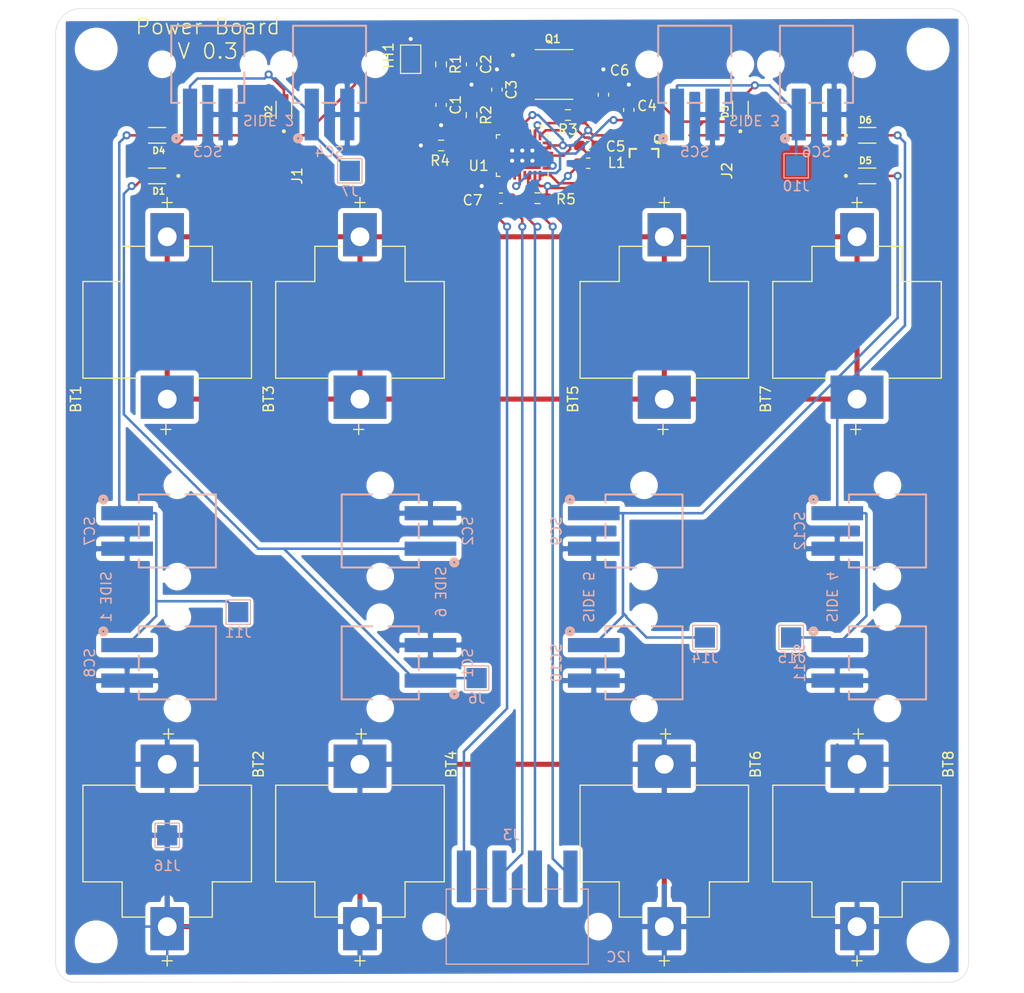
<source format=kicad_pcb>
(kicad_pcb (version 20171130) (host pcbnew 5.1.10-5.1.10)
  (layers (0 F.Cu signal) (31 B.Cu signal) (36 B.SilkS user) (37 F.SilkS user) (38 B.Mask user) (39 F.Mask user) (44 Edge.Cuts user))
  (net 0 "")
  (net 1 GND)
  (net 2 "Net-(C1-Pad1)")
  (net 3 "Net-(C2-Pad1)")
  (net 4 "Net-(C3-Pad2)")
  (net 5 "Net-(C4-Pad1)")
  (net 6 "Net-(C5-Pad2)")
  (net 7 "Net-(C5-Pad1)")
  (net 8 "Net-(C6-Pad1)")
  (net 9 "Net-(L1-Pad2)")
  (net 10 "Net-(Q1-Pad5_8)")
  (net 11 "Net-(Q1-Pad4)")
  (net 12 "Net-(Q2-Pad1)")
  (net 13 "Net-(R2-Pad2)")
  (net 14 "Net-(R2-Pad1)")
  (net 15 "Net-(R4-Pad2)")
  (net 16 "Net-(D1-Pad2)")
  (net 17 "Net-(D2-Pad2)")
  (net 18 "Net-(D3-Pad2)")
  (net 19 "Net-(D4-Pad2)")
  (net 20 "Net-(D5-Pad2)")
  (net 21 "Net-(D6-Pad2)")
  (net 22 "Net-(BT1-PadP1_1)")
  (net 23 "Net-(J3-Pad4)")
  (net 24 "Net-(J3-Pad3)")
  (net 25 "Net-(J3-Pad2)")
  (net 26 "Net-(J3-Pad1)")
  (module MountingHole:MountingHole_3.2mm_M3 (layer F.Cu) (at 186 114.5)
    (fp_text reference REF** hide)
    (fp_text value MountingHole_3.2mm_M3)
    (pad 1 np_thru_hole circle (at 0 0) (size 3.2 3.2) (drill 3.2) (layers *.Cu *.Mask))
  )
  (module MountingHole:MountingHole_3.2mm_M3 (layer F.Cu) (at 104 114.5)
    (fp_text reference REF** hide)
    (fp_text value MountingHole_3.2mm_M3)
    (pad 1 np_thru_hole circle (at 0 0) (size 3.2 3.2) (drill 3.2) (layers *.Cu *.Mask))
  )
  (module MountingHole:MountingHole_3.2mm_M3 (layer F.Cu) (at 104 26.5)
    (fp_text reference REF** hide)
    (fp_text value MountingHole_3.2mm_M3)
    (pad 1 np_thru_hole circle (at 0 0) (size 3.2 3.2) (drill 3.2) (layers *.Cu *.Mask))
  )
  (module MountingHole:MountingHole_3.2mm_M3 (layer F.Cu) (at 186 26.5)
    (fp_text reference REF** hide)
    (fp_text value MountingHole_3.2mm_M3)
    (pad 1 np_thru_hole circle (at 0 0) (size 3.2 3.2) (drill 3.2) (layers *.Cu *.Mask))
  )
  (module TestPoint:TestPoint_Pad_2.0x2.0mm (layer B.Cu) (at 111 104)
    (fp_text reference J16 (at 0 3) (layer B.SilkS) (effects (justify mirror)))
    (fp_text value Test_Point_GND)
    (pad 1 smd rect (at 0 0) (size 2 2) (layers B.Cu B.Mask) (net 1 GND))
  )
  (module TestPoint:TestPoint_Pad_2.0x2.0mm (layer B.Cu) (at 172.5 84.5)
    (fp_text reference J15 (at 0 1.998) (layer B.SilkS) (effects (justify mirror)))
    (fp_text value Test_Point)
    (pad 1 smd rect (at 0 0) (size 2 2) (layers B.Cu B.Mask) (net 21 "Net-(D6-Pad2)"))
  )
  (module TestPoint:TestPoint_Pad_2.0x2.0mm (layer B.Cu) (at 164 84.5)
    (fp_text reference J14 (at 0 1.998) (layer B.SilkS) (effects (justify mirror)))
    (fp_text value Test_Point)
    (pad 1 smd rect (at 0 0) (size 2 2) (layers B.Cu B.Mask) (net 20 "Net-(D5-Pad2)"))
  )
  (module TestPoint:TestPoint_Pad_2.0x2.0mm (layer B.Cu) (at 118 82)
    (fp_text reference J11 (at 0 1.998) (layer B.SilkS) (effects (justify mirror)))
    (fp_text value Test_Point)
    (pad 1 smd rect (at 0 0) (size 2 2) (layers B.Cu B.Mask) (net 19 "Net-(D4-Pad2)"))
  )
  (module TestPoint:TestPoint_Pad_2.0x2.0mm (layer B.Cu) (at 173 38)
    (fp_text reference J10 (at 0 1.998) (layer B.SilkS) (effects (justify mirror)))
    (fp_text value Test_Point)
    (pad 1 smd rect (at 0 0) (size 2 2) (layers B.Cu B.Mask) (net 18 "Net-(D3-Pad2)"))
  )
  (module TestPoint:TestPoint_Pad_2.0x2.0mm (layer B.Cu) (at 129 38.5)
    (fp_text reference J7 (at 0 1.998) (layer B.SilkS) (effects (justify mirror)))
    (fp_text value Test_Point)
    (pad 1 smd rect (at 0 0) (size 2 2) (layers B.Cu B.Mask) (net 17 "Net-(D2-Pad2)"))
  )
  (module TestPoint:TestPoint_Pad_2.0x2.0mm (layer B.Cu) (at 141.5 88.5)
    (fp_text reference J6 (at 0 1.998) (layer B.SilkS) (effects (justify mirror)))
    (fp_text value Test_Point)
    (pad 1 smd rect (at 0 0) (size 2 2) (layers B.Cu B.Mask) (net 16 "Net-(D1-Pad2)"))
  )
  (module 6915_1x4:691508110304 (layer B.Cu) (at 145.5 113 180)
    (fp_text reference J3 (at 0.575 9.035) (layer B.SilkS) (effects (justify mirror)))
    (fp_text value I2C)
    (pad None np_thru_hole circle (at 8 0 180) (size 1.7 1.7) (drill 1.7) (layers *.Cu *.Mask))
    (pad None np_thru_hole circle (at -8 0 180) (size 1.7 1.7) (drill 1.7) (layers *.Cu *.Mask))
    (pad 4 smd rect (at 5.25 4.95 180) (size 1.4 5.1) (layers B.Cu B.Paste B.Mask) (net 23 "Net-(J3-Pad4)"))
    (pad 3 smd rect (at 1.75 4.95 180) (size 1.4 5.1) (layers B.Cu B.Paste B.Mask) (net 24 "Net-(J3-Pad3)"))
    (pad 2 smd rect (at -1.75 4.95 180) (size 1.4 5.1) (layers B.Cu B.Paste B.Mask) (net 25 "Net-(J3-Pad2)"))
    (pad 1 smd rect (at -5.25 4.95 180) (size 1.4 5.1) (layers B.Cu B.Paste B.Mask) (net 26 "Net-(J3-Pad1)"))
  )
  (module 6915_1x2:691508110302 (layer B.Cu) (at 182 74 270)
    (fp_text reference SC12 (at 0 8.635 90) (layer B.SilkS) (effects (justify mirror)))
    (fp_text value Solar_Cells)
    (pad None np_thru_hole circle (at 4.5 0 270) (size 1.7 1.7) (drill 1.7) (layers *.Cu *.Mask))
    (pad None np_thru_hole circle (at -4.5 0 270) (size 1.7 1.7) (drill 1.7) (layers *.Cu *.Mask))
    (pad 2 smd rect (at 1.75 4.95 270) (size 1.4 5.1) (layers B.Cu B.Paste B.Mask) (net 1 GND))
    (pad 1 smd rect (at -1.75 4.95 270) (size 1.4 5.1) (layers B.Cu B.Paste B.Mask) (net 21 "Net-(D6-Pad2)"))
  )
  (module 6915_1x2:691508110302 (layer B.Cu) (at 182 87 270)
    (fp_text reference SC11 (at 0 8.635 90) (layer B.SilkS) (effects (justify mirror)))
    (fp_text value Solar_Cells)
    (pad None np_thru_hole circle (at 4.5 0 270) (size 1.7 1.7) (drill 1.7) (layers *.Cu *.Mask))
    (pad None np_thru_hole circle (at -4.5 0 270) (size 1.7 1.7) (drill 1.7) (layers *.Cu *.Mask))
    (pad 2 smd rect (at 1.75 4.95 270) (size 1.4 5.1) (layers B.Cu B.Paste B.Mask) (net 1 GND))
    (pad 1 smd rect (at -1.75 4.95 270) (size 1.4 5.1) (layers B.Cu B.Paste B.Mask) (net 21 "Net-(D6-Pad2)"))
  )
  (module 6915_1x2:691508110302 (layer B.Cu) (at 158 87 270)
    (fp_text reference SC10 (at 0 8.635 270) (layer B.SilkS) (effects (justify mirror)))
    (fp_text value Solar_Cells)
    (pad None np_thru_hole circle (at 4.5 0 270) (size 1.7 1.7) (drill 1.7) (layers *.Cu *.Mask))
    (pad None np_thru_hole circle (at -4.5 0 270) (size 1.7 1.7) (drill 1.7) (layers *.Cu *.Mask))
    (pad 2 smd rect (at 1.75 4.95 270) (size 1.4 5.1) (layers B.Cu B.Paste B.Mask) (net 1 GND))
    (pad 1 smd rect (at -1.75 4.95 270) (size 1.4 5.1) (layers B.Cu B.Paste B.Mask) (net 20 "Net-(D5-Pad2)"))
  )
  (module 6915_1x2:691508110302 (layer B.Cu) (at 158 74 270)
    (fp_text reference SC9 (at 0 8.635 270) (layer B.SilkS) (effects (justify mirror)))
    (fp_text value Solar_Cells)
    (pad None np_thru_hole circle (at 4.5 0 270) (size 1.7 1.7) (drill 1.7) (layers *.Cu *.Mask))
    (pad None np_thru_hole circle (at -4.5 0 270) (size 1.7 1.7) (drill 1.7) (layers *.Cu *.Mask))
    (pad 2 smd rect (at 1.75 4.95 270) (size 1.4 5.1) (layers B.Cu B.Paste B.Mask) (net 1 GND))
    (pad 1 smd rect (at -1.75 4.95 270) (size 1.4 5.1) (layers B.Cu B.Paste B.Mask) (net 20 "Net-(D5-Pad2)"))
  )
  (module 6915_1x2:691508110302 (layer B.Cu) (at 112 87 270)
    (fp_text reference SC8 (at 0 8.635 90) (layer B.SilkS) (effects (justify mirror)))
    (fp_text value Solar_Cells)
    (pad None np_thru_hole circle (at 4.5 0 270) (size 1.7 1.7) (drill 1.7) (layers *.Cu *.Mask))
    (pad None np_thru_hole circle (at -4.5 0 270) (size 1.7 1.7) (drill 1.7) (layers *.Cu *.Mask))
    (pad 2 smd rect (at 1.75 4.95 270) (size 1.4 5.1) (layers B.Cu B.Paste B.Mask) (net 1 GND))
    (pad 1 smd rect (at -1.75 4.95 270) (size 1.4 5.1) (layers B.Cu B.Paste B.Mask) (net 19 "Net-(D4-Pad2)"))
  )
  (module 6915_1x2:691508110302 (layer B.Cu) (at 112 74 270)
    (fp_text reference SC7 (at 0 8.635 270) (layer B.SilkS) (effects (justify mirror)))
    (fp_text value Solar_Cells)
    (pad None np_thru_hole circle (at 4.5 0 270) (size 1.7 1.7) (drill 1.7) (layers *.Cu *.Mask))
    (pad None np_thru_hole circle (at -4.5 0 270) (size 1.7 1.7) (drill 1.7) (layers *.Cu *.Mask))
    (pad 2 smd rect (at 1.75 4.95 270) (size 1.4 5.1) (layers B.Cu B.Paste B.Mask) (net 1 GND))
    (pad 1 smd rect (at -1.75 4.95 270) (size 1.4 5.1) (layers B.Cu B.Paste B.Mask) (net 19 "Net-(D4-Pad2)"))
  )
  (module 6915_1x2:691508110302 (layer B.Cu) (at 175 28)
    (fp_text reference SC6 (at 0 8.635 180) (layer B.SilkS) (effects (justify mirror)))
    (fp_text value Solar_Cells)
    (pad None np_thru_hole circle (at 4.5 0) (size 1.7 1.7) (drill 1.7) (layers *.Cu *.Mask))
    (pad None np_thru_hole circle (at -4.5 0) (size 1.7 1.7) (drill 1.7) (layers *.Cu *.Mask))
    (pad 2 smd rect (at 1.75 4.95) (size 1.4 5.1) (layers B.Cu B.Paste B.Mask) (net 1 GND))
    (pad 1 smd rect (at -1.75 4.95) (size 1.4 5.1) (layers B.Cu B.Paste B.Mask) (net 18 "Net-(D3-Pad2)"))
  )
  (module 6915_1x2:691508110302 (layer B.Cu) (at 163 28)
    (fp_text reference SC5 (at 0 8.635 180) (layer B.SilkS) (effects (justify mirror)))
    (fp_text value Solar_Cells)
    (pad None np_thru_hole circle (at 4.5 0) (size 1.7 1.7) (drill 1.7) (layers *.Cu *.Mask))
    (pad None np_thru_hole circle (at -4.5 0) (size 1.7 1.7) (drill 1.7) (layers *.Cu *.Mask))
    (pad 2 smd rect (at 1.75 4.95) (size 1.4 5.1) (layers B.Cu B.Paste B.Mask) (net 1 GND))
    (pad 1 smd rect (at -1.75 4.95) (size 1.4 5.1) (layers B.Cu B.Paste B.Mask) (net 18 "Net-(D3-Pad2)"))
  )
  (module 6915_1x2:691508110302 (layer B.Cu) (at 127 28)
    (fp_text reference SC4 (at 0 8.635 180) (layer B.SilkS) (effects (justify mirror)))
    (fp_text value Solar_Cells)
    (pad None np_thru_hole circle (at 4.5 0) (size 1.7 1.7) (drill 1.7) (layers *.Cu *.Mask))
    (pad None np_thru_hole circle (at -4.5 0) (size 1.7 1.7) (drill 1.7) (layers *.Cu *.Mask))
    (pad 2 smd rect (at 1.75 4.95) (size 1.4 5.1) (layers B.Cu B.Paste B.Mask) (net 1 GND))
    (pad 1 smd rect (at -1.75 4.95) (size 1.4 5.1) (layers B.Cu B.Paste B.Mask) (net 17 "Net-(D2-Pad2)"))
  )
  (module 6915_1x2:691508110302 (layer B.Cu) (at 115 28)
    (fp_text reference SC3 (at 0 8.635 180) (layer B.SilkS) (effects (justify mirror)))
    (fp_text value Solar_Cells)
    (pad None np_thru_hole circle (at 4.5 0) (size 1.7 1.7) (drill 1.7) (layers *.Cu *.Mask))
    (pad None np_thru_hole circle (at -4.5 0) (size 1.7 1.7) (drill 1.7) (layers *.Cu *.Mask))
    (pad 2 smd rect (at 1.75 4.95) (size 1.4 5.1) (layers B.Cu B.Paste B.Mask) (net 1 GND))
    (pad 1 smd rect (at -1.75 4.95) (size 1.4 5.1) (layers B.Cu B.Paste B.Mask) (net 17 "Net-(D2-Pad2)"))
  )
  (module 6915_1x2:691508110302 (layer B.Cu) (at 132 74 90)
    (fp_text reference SC2 (at 0 8.635 270) (layer B.SilkS) (effects (justify mirror)))
    (fp_text value Solar_Cells)
    (pad None np_thru_hole circle (at 4.5 0 90) (size 1.7 1.7) (drill 1.7) (layers *.Cu *.Mask))
    (pad None np_thru_hole circle (at -4.5 0 90) (size 1.7 1.7) (drill 1.7) (layers *.Cu *.Mask))
    (pad 2 smd rect (at 1.75 4.95 90) (size 1.4 5.1) (layers B.Cu B.Paste B.Mask) (net 1 GND))
    (pad 1 smd rect (at -1.75 4.95 90) (size 1.4 5.1) (layers B.Cu B.Paste B.Mask) (net 16 "Net-(D1-Pad2)"))
  )
  (module 6915_1x2:691508110302 (layer B.Cu) (at 132 87 90)
    (fp_text reference SC1 (at 0 8.635 270) (layer B.SilkS) (effects (justify mirror)))
    (fp_text value Solar_Cells)
    (pad None np_thru_hole circle (at 4.5 0 90) (size 1.7 1.7) (drill 1.7) (layers *.Cu *.Mask))
    (pad None np_thru_hole circle (at -4.5 0 90) (size 1.7 1.7) (drill 1.7) (layers *.Cu *.Mask))
    (pad 2 smd rect (at 1.75 4.95 90) (size 1.4 5.1) (layers B.Cu B.Paste B.Mask) (net 1 GND))
    (pad 1 smd rect (at -1.75 4.95 90) (size 1.4 5.1) (layers B.Cu B.Paste B.Mask) (net 16 "Net-(D1-Pad2)"))
  )
  (module 254TR:BAT_254TR (layer F.Cu) (at 160 53 90)
    (fp_text reference BT5 (at -8 -9 90) (layer F.SilkS))
    (fp_text value 254TR)
    (fp_poly (pts (xy 7.995 0.925) (xy 7.995 1.65) (xy 6.08 1.65) (xy 6.08 -1.65) (xy 7.995 -1.65) (xy 7.995 -0.925) (xy 7.947 -0.924) (xy 7.899 -0.92) (xy 7.851 -0.914) (xy 7.804 -0.905) (xy 7.757 -0.894) (xy 7.711 -0.88) (xy 7.665 -0.864) (xy 7.621 -0.845) (xy 7.577 -0.825) (xy 7.535 -0.802) (xy 7.494 -0.777) (xy 7.454 -0.749) (xy 7.416 -0.72) (xy 7.379 -0.689) (xy 7.344 -0.656) (xy 7.311 -0.621) (xy 7.28 -0.584) (xy 7.251 -0.546) (xy 7.223 -0.506) (xy 7.198 -0.465) (xy 7.175 -0.423) (xy 7.155 -0.379) (xy 7.136 -0.335) (xy 7.12 -0.289) (xy 7.106 -0.243) (xy 7.095 -0.196) (xy 7.086 -0.149) (xy 7.08 -0.101) (xy 7.076 -0.053) (xy 7.075 -0.005) (xy 7.075 0.005) (xy 7.076 0.053) (xy 7.08 0.101) (xy 7.086 0.149) (xy 7.095 0.196) (xy 7.106 0.243) (xy 7.12 0.289) (xy 7.136 0.335) (xy 7.155 0.379) (xy 7.175 0.423) (xy 7.198 0.465) (xy 7.223 0.506) (xy 7.251 0.546) (xy 7.28 0.584) (xy 7.311 0.621) (xy 7.344 0.656) (xy 7.379 0.689) (xy 7.416 0.72) (xy 7.454 0.749) (xy 7.494 0.777) (xy 7.535 0.802) (xy 7.577 0.825) (xy 7.621 0.845) (xy 7.665 0.864) (xy 7.711 0.88) (xy 7.757 0.894) (xy 7.804 0.905) (xy 7.851 0.914) (xy 7.899 0.92) (xy 7.947 0.924) (xy 7.995 0.925)) (layer B.Cu) (width 0.01))
    (fp_poly (pts (xy 8 -0.925) (xy 8 -1.65) (xy 10.32 -1.65) (xy 10.32 1.65) (xy 8 1.65) (xy 8 0.925) (xy 8.048 0.924) (xy 8.097 0.92) (xy 8.145 0.914) (xy 8.192 0.905) (xy 8.239 0.893) (xy 8.286 0.88) (xy 8.331 0.864) (xy 8.376 0.845) (xy 8.42 0.824) (xy 8.463 0.801) (xy 8.504 0.776) (xy 8.544 0.748) (xy 8.582 0.719) (xy 8.619 0.687) (xy 8.654 0.654) (xy 8.687 0.619) (xy 8.719 0.582) (xy 8.748 0.544) (xy 8.776 0.504) (xy 8.801 0.462) (xy 8.824 0.42) (xy 8.845 0.376) (xy 8.864 0.331) (xy 8.88 0.286) (xy 8.893 0.239) (xy 8.905 0.192) (xy 8.914 0.145) (xy 8.92 0.097) (xy 8.924 0.048) (xy 8.925 0) (xy 8.924 -0.048) (xy 8.92 -0.097) (xy 8.914 -0.145) (xy 8.905 -0.192) (xy 8.893 -0.239) (xy 8.88 -0.286) (xy 8.864 -0.331) (xy 8.845 -0.376) (xy 8.824 -0.42) (xy 8.801 -0.462) (xy 8.776 -0.504) (xy 8.748 -0.544) (xy 8.719 -0.582) (xy 8.687 -0.619) (xy 8.654 -0.654) (xy 8.619 -0.687) (xy 8.582 -0.719) (xy 8.544 -0.748) (xy 8.504 -0.776) (xy 8.463 -0.801) (xy 8.42 -0.824) (xy 8.376 -0.845) (xy 8.331 -0.864) (xy 8.286 -0.88) (xy 8.239 -0.893) (xy 8.192 -0.905) (xy 8.145 -0.914) (xy 8.097 -0.92) (xy 8.048 -0.924) (xy 8 -0.925)) (layer B.Cu) (width 0.01))
    (fp_poly (pts (xy -7.995 -0.925) (xy -7.995 -2.6) (xy -5.69 -2.6) (xy -5.69 2.6) (xy -7.995 2.6) (xy -7.995 0.925) (xy -7.947 0.924) (xy -7.899 0.92) (xy -7.851 0.914) (xy -7.804 0.905) (xy -7.757 0.894) (xy -7.711 0.88) (xy -7.665 0.864) (xy -7.621 0.845) (xy -7.577 0.825) (xy -7.535 0.802) (xy -7.494 0.777) (xy -7.454 0.749) (xy -7.416 0.72) (xy -7.379 0.689) (xy -7.344 0.656) (xy -7.311 0.621) (xy -7.28 0.584) (xy -7.251 0.546) (xy -7.223 0.506) (xy -7.198 0.465) (xy -7.175 0.423) (xy -7.155 0.379) (xy -7.136 0.335) (xy -7.12 0.289) (xy -7.106 0.243) (xy -7.095 0.196) (xy -7.086 0.149) (xy -7.08 0.101) (xy -7.076 0.053) (xy -7.075 0.005) (xy -7.075 -0.005) (xy -7.076 -0.053) (xy -7.08 -0.101) (xy -7.086 -0.149) (xy -7.095 -0.196) (xy -7.106 -0.243) (xy -7.12 -0.289) (xy -7.136 -0.335) (xy -7.155 -0.379) (xy -7.175 -0.423) (xy -7.198 -0.465) (xy -7.223 -0.506) (xy -7.251 -0.546) (xy -7.28 -0.584) (xy -7.311 -0.621) (xy -7.344 -0.656) (xy -7.379 -0.689) (xy -7.416 -0.72) (xy -7.454 -0.749) (xy -7.494 -0.777) (xy -7.535 -0.802) (xy -7.577 -0.825) (xy -7.621 -0.845) (xy -7.665 -0.864) (xy -7.711 -0.88) (xy -7.757 -0.894) (xy -7.804 -0.905) (xy -7.851 -0.914) (xy -7.899 -0.92) (xy -7.947 -0.924) (xy -7.995 -0.925)) (layer B.Cu) (width 0.01))
    (fp_poly (pts (xy -8 0.925) (xy -8 2.6) (xy -9.93 2.6) (xy -9.93 -2.6) (xy -8 -2.6) (xy -8 -0.925) (xy -8.048 -0.924) (xy -8.097 -0.92) (xy -8.145 -0.914) (xy -8.192 -0.905) (xy -8.239 -0.893) (xy -8.286 -0.88) (xy -8.331 -0.864) (xy -8.376 -0.845) (xy -8.42 -0.824) (xy -8.463 -0.801) (xy -8.504 -0.776) (xy -8.544 -0.748) (xy -8.582 -0.719) (xy -8.619 -0.687) (xy -8.654 -0.654) (xy -8.687 -0.619) (xy -8.719 -0.582) (xy -8.748 -0.544) (xy -8.776 -0.504) (xy -8.801 -0.462) (xy -8.824 -0.42) (xy -8.845 -0.376) (xy -8.864 -0.331) (xy -8.88 -0.286) (xy -8.893 -0.239) (xy -8.905 -0.192) (xy -8.914 -0.145) (xy -8.92 -0.097) (xy -8.924 -0.048) (xy -8.925 0) (xy -8.924 0.048) (xy -8.92 0.097) (xy -8.914 0.145) (xy -8.905 0.192) (xy -8.893 0.239) (xy -8.88 0.286) (xy -8.864 0.331) (xy -8.845 0.376) (xy -8.824 0.42) (xy -8.801 0.462) (xy -8.776 0.504) (xy -8.748 0.544) (xy -8.719 0.582) (xy -8.687 0.619) (xy -8.654 0.654) (xy -8.619 0.687) (xy -8.582 0.719) (xy -8.544 0.748) (xy -8.504 0.776) (xy -8.463 0.801) (xy -8.42 0.824) (xy -8.376 0.845) (xy -8.331 0.864) (xy -8.286 0.88) (xy -8.239 0.893) (xy -8.192 0.905) (xy -8.145 0.914) (xy -8.097 0.92) (xy -8.048 0.924) (xy -8 0.925)) (layer B.Cu) (width 0.01))
    (fp_poly (pts (xy 7.995 0.925) (xy 7.995 1.65) (xy 6.08 1.65) (xy 6.08 -1.65) (xy 7.995 -1.65) (xy 7.995 -0.925) (xy 7.947 -0.924) (xy 7.899 -0.92) (xy 7.851 -0.914) (xy 7.804 -0.905) (xy 7.757 -0.894) (xy 7.711 -0.88) (xy 7.665 -0.864) (xy 7.621 -0.845) (xy 7.577 -0.825) (xy 7.535 -0.802) (xy 7.494 -0.777) (xy 7.454 -0.749) (xy 7.416 -0.72) (xy 7.379 -0.689) (xy 7.344 -0.656) (xy 7.311 -0.621) (xy 7.28 -0.584) (xy 7.251 -0.546) (xy 7.223 -0.506) (xy 7.198 -0.465) (xy 7.175 -0.423) (xy 7.155 -0.379) (xy 7.136 -0.335) (xy 7.12 -0.289) (xy 7.106 -0.243) (xy 7.095 -0.196) (xy 7.086 -0.149) (xy 7.08 -0.101) (xy 7.076 -0.053) (xy 7.075 -0.005) (xy 7.075 0.005) (xy 7.076 0.053) (xy 7.08 0.101) (xy 7.086 0.149) (xy 7.095 0.196) (xy 7.106 0.243) (xy 7.12 0.289) (xy 7.136 0.335) (xy 7.155 0.379) (xy 7.175 0.423) (xy 7.198 0.465) (xy 7.223 0.506) (xy 7.251 0.546) (xy 7.28 0.584) (xy 7.311 0.621) (xy 7.344 0.656) (xy 7.379 0.689) (xy 7.416 0.72) (xy 7.454 0.749) (xy 7.494 0.777) (xy 7.535 0.802) (xy 7.577 0.825) (xy 7.621 0.845) (xy 7.665 0.864) (xy 7.711 0.88) (xy 7.757 0.894) (xy 7.804 0.905) (xy 7.851 0.914) (xy 7.899 0.92) (xy 7.947 0.924) (xy 7.995 0.925)) (layer F.Cu) (width 0.01))
    (fp_poly (pts (xy 8 -0.925) (xy 8 -1.65) (xy 10.32 -1.65) (xy 10.32 1.65) (xy 8 1.65) (xy 8 0.925) (xy 8.048 0.924) (xy 8.097 0.92) (xy 8.145 0.914) (xy 8.192 0.905) (xy 8.239 0.893) (xy 8.286 0.88) (xy 8.331 0.864) (xy 8.376 0.845) (xy 8.42 0.824) (xy 8.463 0.801) (xy 8.504 0.776) (xy 8.544 0.748) (xy 8.582 0.719) (xy 8.619 0.687) (xy 8.654 0.654) (xy 8.687 0.619) (xy 8.719 0.582) (xy 8.748 0.544) (xy 8.776 0.504) (xy 8.801 0.462) (xy 8.824 0.42) (xy 8.845 0.376) (xy 8.864 0.331) (xy 8.88 0.286) (xy 8.893 0.239) (xy 8.905 0.192) (xy 8.914 0.145) (xy 8.92 0.097) (xy 8.924 0.048) (xy 8.925 0) (xy 8.924 -0.048) (xy 8.92 -0.097) (xy 8.914 -0.145) (xy 8.905 -0.192) (xy 8.893 -0.239) (xy 8.88 -0.286) (xy 8.864 -0.331) (xy 8.845 -0.376) (xy 8.824 -0.42) (xy 8.801 -0.462) (xy 8.776 -0.504) (xy 8.748 -0.544) (xy 8.719 -0.582) (xy 8.687 -0.619) (xy 8.654 -0.654) (xy 8.619 -0.687) (xy 8.582 -0.719) (xy 8.544 -0.748) (xy 8.504 -0.776) (xy 8.463 -0.801) (xy 8.42 -0.824) (xy 8.376 -0.845) (xy 8.331 -0.864) (xy 8.286 -0.88) (xy 8.239 -0.893) (xy 8.192 -0.905) (xy 8.145 -0.914) (xy 8.097 -0.92) (xy 8.048 -0.924) (xy 8 -0.925)) (layer F.Cu) (width 0.01))
    (fp_poly (pts (xy -7.995 -0.925) (xy -7.995 -2.6) (xy -5.69 -2.6) (xy -5.69 2.6) (xy -7.995 2.6) (xy -7.995 0.925) (xy -7.947 0.924) (xy -7.899 0.92) (xy -7.851 0.914) (xy -7.804 0.905) (xy -7.757 0.894) (xy -7.711 0.88) (xy -7.665 0.864) (xy -7.621 0.845) (xy -7.577 0.825) (xy -7.535 0.802) (xy -7.494 0.777) (xy -7.454 0.749) (xy -7.416 0.72) (xy -7.379 0.689) (xy -7.344 0.656) (xy -7.311 0.621) (xy -7.28 0.584) (xy -7.251 0.546) (xy -7.223 0.506) (xy -7.198 0.465) (xy -7.175 0.423) (xy -7.155 0.379) (xy -7.136 0.335) (xy -7.12 0.289) (xy -7.106 0.243) (xy -7.095 0.196) (xy -7.086 0.149) (xy -7.08 0.101) (xy -7.076 0.053) (xy -7.075 0.005) (xy -7.075 -0.005) (xy -7.076 -0.053) (xy -7.08 -0.101) (xy -7.086 -0.149) (xy -7.095 -0.196) (xy -7.106 -0.243) (xy -7.12 -0.289) (xy -7.136 -0.335) (xy -7.155 -0.379) (xy -7.175 -0.423) (xy -7.198 -0.465) (xy -7.223 -0.506) (xy -7.251 -0.546) (xy -7.28 -0.584) (xy -7.311 -0.621) (xy -7.344 -0.656) (xy -7.379 -0.689) (xy -7.416 -0.72) (xy -7.454 -0.749) (xy -7.494 -0.777) (xy -7.535 -0.802) (xy -7.577 -0.825) (xy -7.621 -0.845) (xy -7.665 -0.864) (xy -7.711 -0.88) (xy -7.757 -0.894) (xy -7.804 -0.905) (xy -7.851 -0.914) (xy -7.899 -0.92) (xy -7.947 -0.924) (xy -7.995 -0.925)) (layer F.Cu) (width 0.01))
    (fp_poly (pts (xy -8 0.925) (xy -8 2.6) (xy -9.93 2.6) (xy -9.93 -2.6) (xy -8 -2.6) (xy -8 -0.925) (xy -8.048 -0.924) (xy -8.097 -0.92) (xy -8.145 -0.914) (xy -8.192 -0.905) (xy -8.239 -0.893) (xy -8.286 -0.88) (xy -8.331 -0.864) (xy -8.376 -0.845) (xy -8.42 -0.824) (xy -8.463 -0.801) (xy -8.504 -0.776) (xy -8.544 -0.748) (xy -8.582 -0.719) (xy -8.619 -0.687) (xy -8.654 -0.654) (xy -8.687 -0.619) (xy -8.719 -0.582) (xy -8.748 -0.544) (xy -8.776 -0.504) (xy -8.801 -0.462) (xy -8.824 -0.42) (xy -8.845 -0.376) (xy -8.864 -0.331) (xy -8.88 -0.286) (xy -8.893 -0.239) (xy -8.905 -0.192) (xy -8.914 -0.145) (xy -8.92 -0.097) (xy -8.924 -0.048) (xy -8.925 0) (xy -8.924 0.048) (xy -8.92 0.097) (xy -8.914 0.145) (xy -8.905 0.192) (xy -8.893 0.239) (xy -8.88 0.286) (xy -8.864 0.331) (xy -8.845 0.376) (xy -8.824 0.42) (xy -8.801 0.462) (xy -8.776 0.504) (xy -8.748 0.544) (xy -8.719 0.582) (xy -8.687 0.619) (xy -8.654 0.654) (xy -8.619 0.687) (xy -8.582 0.719) (xy -8.544 0.748) (xy -8.504 0.776) (xy -8.463 0.801) (xy -8.42 0.824) (xy -8.376 0.845) (xy -8.331 0.864) (xy -8.286 0.88) (xy -8.239 0.893) (xy -8.192 0.905) (xy -8.145 0.914) (xy -8.097 0.92) (xy -8.048 0.924) (xy -8 0.925)) (layer F.Cu) (width 0.01))
    (pad P1_2 thru_hole circle (at 8 0 90) (size 2.775 2.775) (drill 1.85) (layers *.Cu) (net 22 "Net-(BT1-PadP1_1)"))
    (pad P1_1 thru_hole circle (at -8 0 90) (size 2.775 2.775) (drill 1.85) (layers *.Cu) (net 22 "Net-(BT1-PadP1_1)"))
  )
  (module 254TR:BAT_254TR (layer F.Cu) (at 160 105 270)
    (fp_text reference BT6 (at -8 -9 90) (layer F.SilkS))
    (fp_text value 254TR)
    (fp_poly (pts (xy 7.995 0.925) (xy 7.995 1.65) (xy 6.08 1.65) (xy 6.08 -1.65) (xy 7.995 -1.65) (xy 7.995 -0.925) (xy 7.947 -0.924) (xy 7.899 -0.92) (xy 7.851 -0.914) (xy 7.804 -0.905) (xy 7.757 -0.894) (xy 7.711 -0.88) (xy 7.665 -0.864) (xy 7.621 -0.845) (xy 7.577 -0.825) (xy 7.535 -0.802) (xy 7.494 -0.777) (xy 7.454 -0.749) (xy 7.416 -0.72) (xy 7.379 -0.689) (xy 7.344 -0.656) (xy 7.311 -0.621) (xy 7.28 -0.584) (xy 7.251 -0.546) (xy 7.223 -0.506) (xy 7.198 -0.465) (xy 7.175 -0.423) (xy 7.155 -0.379) (xy 7.136 -0.335) (xy 7.12 -0.289) (xy 7.106 -0.243) (xy 7.095 -0.196) (xy 7.086 -0.149) (xy 7.08 -0.101) (xy 7.076 -0.053) (xy 7.075 -0.005) (xy 7.075 0.005) (xy 7.076 0.053) (xy 7.08 0.101) (xy 7.086 0.149) (xy 7.095 0.196) (xy 7.106 0.243) (xy 7.12 0.289) (xy 7.136 0.335) (xy 7.155 0.379) (xy 7.175 0.423) (xy 7.198 0.465) (xy 7.223 0.506) (xy 7.251 0.546) (xy 7.28 0.584) (xy 7.311 0.621) (xy 7.344 0.656) (xy 7.379 0.689) (xy 7.416 0.72) (xy 7.454 0.749) (xy 7.494 0.777) (xy 7.535 0.802) (xy 7.577 0.825) (xy 7.621 0.845) (xy 7.665 0.864) (xy 7.711 0.88) (xy 7.757 0.894) (xy 7.804 0.905) (xy 7.851 0.914) (xy 7.899 0.92) (xy 7.947 0.924) (xy 7.995 0.925)) (layer B.Cu) (width 0.01))
    (fp_poly (pts (xy 8 -0.925) (xy 8 -1.65) (xy 10.32 -1.65) (xy 10.32 1.65) (xy 8 1.65) (xy 8 0.925) (xy 8.048 0.924) (xy 8.097 0.92) (xy 8.145 0.914) (xy 8.192 0.905) (xy 8.239 0.893) (xy 8.286 0.88) (xy 8.331 0.864) (xy 8.376 0.845) (xy 8.42 0.824) (xy 8.463 0.801) (xy 8.504 0.776) (xy 8.544 0.748) (xy 8.582 0.719) (xy 8.619 0.687) (xy 8.654 0.654) (xy 8.687 0.619) (xy 8.719 0.582) (xy 8.748 0.544) (xy 8.776 0.504) (xy 8.801 0.462) (xy 8.824 0.42) (xy 8.845 0.376) (xy 8.864 0.331) (xy 8.88 0.286) (xy 8.893 0.239) (xy 8.905 0.192) (xy 8.914 0.145) (xy 8.92 0.097) (xy 8.924 0.048) (xy 8.925 0) (xy 8.924 -0.048) (xy 8.92 -0.097) (xy 8.914 -0.145) (xy 8.905 -0.192) (xy 8.893 -0.239) (xy 8.88 -0.286) (xy 8.864 -0.331) (xy 8.845 -0.376) (xy 8.824 -0.42) (xy 8.801 -0.462) (xy 8.776 -0.504) (xy 8.748 -0.544) (xy 8.719 -0.582) (xy 8.687 -0.619) (xy 8.654 -0.654) (xy 8.619 -0.687) (xy 8.582 -0.719) (xy 8.544 -0.748) (xy 8.504 -0.776) (xy 8.463 -0.801) (xy 8.42 -0.824) (xy 8.376 -0.845) (xy 8.331 -0.864) (xy 8.286 -0.88) (xy 8.239 -0.893) (xy 8.192 -0.905) (xy 8.145 -0.914) (xy 8.097 -0.92) (xy 8.048 -0.924) (xy 8 -0.925)) (layer B.Cu) (width 0.01))
    (fp_poly (pts (xy -7.995 -0.925) (xy -7.995 -2.6) (xy -5.69 -2.6) (xy -5.69 2.6) (xy -7.995 2.6) (xy -7.995 0.925) (xy -7.947 0.924) (xy -7.899 0.92) (xy -7.851 0.914) (xy -7.804 0.905) (xy -7.757 0.894) (xy -7.711 0.88) (xy -7.665 0.864) (xy -7.621 0.845) (xy -7.577 0.825) (xy -7.535 0.802) (xy -7.494 0.777) (xy -7.454 0.749) (xy -7.416 0.72) (xy -7.379 0.689) (xy -7.344 0.656) (xy -7.311 0.621) (xy -7.28 0.584) (xy -7.251 0.546) (xy -7.223 0.506) (xy -7.198 0.465) (xy -7.175 0.423) (xy -7.155 0.379) (xy -7.136 0.335) (xy -7.12 0.289) (xy -7.106 0.243) (xy -7.095 0.196) (xy -7.086 0.149) (xy -7.08 0.101) (xy -7.076 0.053) (xy -7.075 0.005) (xy -7.075 -0.005) (xy -7.076 -0.053) (xy -7.08 -0.101) (xy -7.086 -0.149) (xy -7.095 -0.196) (xy -7.106 -0.243) (xy -7.12 -0.289) (xy -7.136 -0.335) (xy -7.155 -0.379) (xy -7.175 -0.423) (xy -7.198 -0.465) (xy -7.223 -0.506) (xy -7.251 -0.546) (xy -7.28 -0.584) (xy -7.311 -0.621) (xy -7.344 -0.656) (xy -7.379 -0.689) (xy -7.416 -0.72) (xy -7.454 -0.749) (xy -7.494 -0.777) (xy -7.535 -0.802) (xy -7.577 -0.825) (xy -7.621 -0.845) (xy -7.665 -0.864) (xy -7.711 -0.88) (xy -7.757 -0.894) (xy -7.804 -0.905) (xy -7.851 -0.914) (xy -7.899 -0.92) (xy -7.947 -0.924) (xy -7.995 -0.925)) (layer B.Cu) (width 0.01))
    (fp_poly (pts (xy -8 0.925) (xy -8 2.6) (xy -9.93 2.6) (xy -9.93 -2.6) (xy -8 -2.6) (xy -8 -0.925) (xy -8.048 -0.924) (xy -8.097 -0.92) (xy -8.145 -0.914) (xy -8.192 -0.905) (xy -8.239 -0.893) (xy -8.286 -0.88) (xy -8.331 -0.864) (xy -8.376 -0.845) (xy -8.42 -0.824) (xy -8.463 -0.801) (xy -8.504 -0.776) (xy -8.544 -0.748) (xy -8.582 -0.719) (xy -8.619 -0.687) (xy -8.654 -0.654) (xy -8.687 -0.619) (xy -8.719 -0.582) (xy -8.748 -0.544) (xy -8.776 -0.504) (xy -8.801 -0.462) (xy -8.824 -0.42) (xy -8.845 -0.376) (xy -8.864 -0.331) (xy -8.88 -0.286) (xy -8.893 -0.239) (xy -8.905 -0.192) (xy -8.914 -0.145) (xy -8.92 -0.097) (xy -8.924 -0.048) (xy -8.925 0) (xy -8.924 0.048) (xy -8.92 0.097) (xy -8.914 0.145) (xy -8.905 0.192) (xy -8.893 0.239) (xy -8.88 0.286) (xy -8.864 0.331) (xy -8.845 0.376) (xy -8.824 0.42) (xy -8.801 0.462) (xy -8.776 0.504) (xy -8.748 0.544) (xy -8.719 0.582) (xy -8.687 0.619) (xy -8.654 0.654) (xy -8.619 0.687) (xy -8.582 0.719) (xy -8.544 0.748) (xy -8.504 0.776) (xy -8.463 0.801) (xy -8.42 0.824) (xy -8.376 0.845) (xy -8.331 0.864) (xy -8.286 0.88) (xy -8.239 0.893) (xy -8.192 0.905) (xy -8.145 0.914) (xy -8.097 0.92) (xy -8.048 0.924) (xy -8 0.925)) (layer B.Cu) (width 0.01))
    (fp_poly (pts (xy 7.995 0.925) (xy 7.995 1.65) (xy 6.08 1.65) (xy 6.08 -1.65) (xy 7.995 -1.65) (xy 7.995 -0.925) (xy 7.947 -0.924) (xy 7.899 -0.92) (xy 7.851 -0.914) (xy 7.804 -0.905) (xy 7.757 -0.894) (xy 7.711 -0.88) (xy 7.665 -0.864) (xy 7.621 -0.845) (xy 7.577 -0.825) (xy 7.535 -0.802) (xy 7.494 -0.777) (xy 7.454 -0.749) (xy 7.416 -0.72) (xy 7.379 -0.689) (xy 7.344 -0.656) (xy 7.311 -0.621) (xy 7.28 -0.584) (xy 7.251 -0.546) (xy 7.223 -0.506) (xy 7.198 -0.465) (xy 7.175 -0.423) (xy 7.155 -0.379) (xy 7.136 -0.335) (xy 7.12 -0.289) (xy 7.106 -0.243) (xy 7.095 -0.196) (xy 7.086 -0.149) (xy 7.08 -0.101) (xy 7.076 -0.053) (xy 7.075 -0.005) (xy 7.075 0.005) (xy 7.076 0.053) (xy 7.08 0.101) (xy 7.086 0.149) (xy 7.095 0.196) (xy 7.106 0.243) (xy 7.12 0.289) (xy 7.136 0.335) (xy 7.155 0.379) (xy 7.175 0.423) (xy 7.198 0.465) (xy 7.223 0.506) (xy 7.251 0.546) (xy 7.28 0.584) (xy 7.311 0.621) (xy 7.344 0.656) (xy 7.379 0.689) (xy 7.416 0.72) (xy 7.454 0.749) (xy 7.494 0.777) (xy 7.535 0.802) (xy 7.577 0.825) (xy 7.621 0.845) (xy 7.665 0.864) (xy 7.711 0.88) (xy 7.757 0.894) (xy 7.804 0.905) (xy 7.851 0.914) (xy 7.899 0.92) (xy 7.947 0.924) (xy 7.995 0.925)) (layer F.Cu) (width 0.01))
    (fp_poly (pts (xy 8 -0.925) (xy 8 -1.65) (xy 10.32 -1.65) (xy 10.32 1.65) (xy 8 1.65) (xy 8 0.925) (xy 8.048 0.924) (xy 8.097 0.92) (xy 8.145 0.914) (xy 8.192 0.905) (xy 8.239 0.893) (xy 8.286 0.88) (xy 8.331 0.864) (xy 8.376 0.845) (xy 8.42 0.824) (xy 8.463 0.801) (xy 8.504 0.776) (xy 8.544 0.748) (xy 8.582 0.719) (xy 8.619 0.687) (xy 8.654 0.654) (xy 8.687 0.619) (xy 8.719 0.582) (xy 8.748 0.544) (xy 8.776 0.504) (xy 8.801 0.462) (xy 8.824 0.42) (xy 8.845 0.376) (xy 8.864 0.331) (xy 8.88 0.286) (xy 8.893 0.239) (xy 8.905 0.192) (xy 8.914 0.145) (xy 8.92 0.097) (xy 8.924 0.048) (xy 8.925 0) (xy 8.924 -0.048) (xy 8.92 -0.097) (xy 8.914 -0.145) (xy 8.905 -0.192) (xy 8.893 -0.239) (xy 8.88 -0.286) (xy 8.864 -0.331) (xy 8.845 -0.376) (xy 8.824 -0.42) (xy 8.801 -0.462) (xy 8.776 -0.504) (xy 8.748 -0.544) (xy 8.719 -0.582) (xy 8.687 -0.619) (xy 8.654 -0.654) (xy 8.619 -0.687) (xy 8.582 -0.719) (xy 8.544 -0.748) (xy 8.504 -0.776) (xy 8.463 -0.801) (xy 8.42 -0.824) (xy 8.376 -0.845) (xy 8.331 -0.864) (xy 8.286 -0.88) (xy 8.239 -0.893) (xy 8.192 -0.905) (xy 8.145 -0.914) (xy 8.097 -0.92) (xy 8.048 -0.924) (xy 8 -0.925)) (layer F.Cu) (width 0.01))
    (fp_poly (pts (xy -7.995 -0.925) (xy -7.995 -2.6) (xy -5.69 -2.6) (xy -5.69 2.6) (xy -7.995 2.6) (xy -7.995 0.925) (xy -7.947 0.924) (xy -7.899 0.92) (xy -7.851 0.914) (xy -7.804 0.905) (xy -7.757 0.894) (xy -7.711 0.88) (xy -7.665 0.864) (xy -7.621 0.845) (xy -7.577 0.825) (xy -7.535 0.802) (xy -7.494 0.777) (xy -7.454 0.749) (xy -7.416 0.72) (xy -7.379 0.689) (xy -7.344 0.656) (xy -7.311 0.621) (xy -7.28 0.584) (xy -7.251 0.546) (xy -7.223 0.506) (xy -7.198 0.465) (xy -7.175 0.423) (xy -7.155 0.379) (xy -7.136 0.335) (xy -7.12 0.289) (xy -7.106 0.243) (xy -7.095 0.196) (xy -7.086 0.149) (xy -7.08 0.101) (xy -7.076 0.053) (xy -7.075 0.005) (xy -7.075 -0.005) (xy -7.076 -0.053) (xy -7.08 -0.101) (xy -7.086 -0.149) (xy -7.095 -0.196) (xy -7.106 -0.243) (xy -7.12 -0.289) (xy -7.136 -0.335) (xy -7.155 -0.379) (xy -7.175 -0.423) (xy -7.198 -0.465) (xy -7.223 -0.506) (xy -7.251 -0.546) (xy -7.28 -0.584) (xy -7.311 -0.621) (xy -7.344 -0.656) (xy -7.379 -0.689) (xy -7.416 -0.72) (xy -7.454 -0.749) (xy -7.494 -0.777) (xy -7.535 -0.802) (xy -7.577 -0.825) (xy -7.621 -0.845) (xy -7.665 -0.864) (xy -7.711 -0.88) (xy -7.757 -0.894) (xy -7.804 -0.905) (xy -7.851 -0.914) (xy -7.899 -0.92) (xy -7.947 -0.924) (xy -7.995 -0.925)) (layer F.Cu) (width 0.01))
    (fp_poly (pts (xy -8 0.925) (xy -8 2.6) (xy -9.93 2.6) (xy -9.93 -2.6) (xy -8 -2.6) (xy -8 -0.925) (xy -8.048 -0.924) (xy -8.097 -0.92) (xy -8.145 -0.914) (xy -8.192 -0.905) (xy -8.239 -0.893) (xy -8.286 -0.88) (xy -8.331 -0.864) (xy -8.376 -0.845) (xy -8.42 -0.824) (xy -8.463 -0.801) (xy -8.504 -0.776) (xy -8.544 -0.748) (xy -8.582 -0.719) (xy -8.619 -0.687) (xy -8.654 -0.654) (xy -8.687 -0.619) (xy -8.719 -0.582) (xy -8.748 -0.544) (xy -8.776 -0.504) (xy -8.801 -0.462) (xy -8.824 -0.42) (xy -8.845 -0.376) (xy -8.864 -0.331) (xy -8.88 -0.286) (xy -8.893 -0.239) (xy -8.905 -0.192) (xy -8.914 -0.145) (xy -8.92 -0.097) (xy -8.924 -0.048) (xy -8.925 0) (xy -8.924 0.048) (xy -8.92 0.097) (xy -8.914 0.145) (xy -8.905 0.192) (xy -8.893 0.239) (xy -8.88 0.286) (xy -8.864 0.331) (xy -8.845 0.376) (xy -8.824 0.42) (xy -8.801 0.462) (xy -8.776 0.504) (xy -8.748 0.544) (xy -8.719 0.582) (xy -8.687 0.619) (xy -8.654 0.654) (xy -8.619 0.687) (xy -8.582 0.719) (xy -8.544 0.748) (xy -8.504 0.776) (xy -8.463 0.801) (xy -8.42 0.824) (xy -8.376 0.845) (xy -8.331 0.864) (xy -8.286 0.88) (xy -8.239 0.893) (xy -8.192 0.905) (xy -8.145 0.914) (xy -8.097 0.92) (xy -8.048 0.924) (xy -8 0.925)) (layer F.Cu) (width 0.01))
    (pad P1_2 thru_hole circle (at 8 0 270) (size 2.775 2.775) (drill 1.85) (layers *.Cu) (net 1 GND))
    (pad P1_1 thru_hole circle (at -8 0 270) (size 2.775 2.775) (drill 1.85) (layers *.Cu) (net 1 GND))
  )
  (module Connector_Wire:SolderWirePad_1x01_SMD_5x10mm (layer F.Cu) (at 170 38.5 90)
    (fp_text reference J2 (at 0 -3.81 90) (layer F.SilkS))
    (fp_text value SystemLoad)
    (pad 1 smd rect (at 0 0 90) (size 5 10) (layers F.Cu F.Paste F.Mask) (net 22 "Net-(BT1-PadP1_1)"))
  )
  (module CUS520,H3F:DIO_CUS520,H3F (layer F.Cu) (at 180 35)
    (fp_text reference D6 (at -0.168 -1.5064) (layer F.SilkS) (effects (font (size 0.64 0.64))))
    (fp_text value D_Schottky_Small)
    (pad 2 smd rect (at 1.15 0) (size 0.8 0.9) (layers F.Cu F.Paste F.Mask) (net 21 "Net-(D6-Pad2)"))
    (pad 1 smd rect (at -1.15 0) (size 0.8 0.9) (layers F.Cu F.Paste F.Mask) (net 3 "Net-(C2-Pad1)"))
  )
  (module CUS520,H3F:DIO_CUS520,H3F (layer F.Cu) (at 180 39)
    (fp_text reference D5 (at -0.168 -1.5064) (layer F.SilkS) (effects (font (size 0.64 0.64))))
    (fp_text value D_Schottky_Small)
    (pad 2 smd rect (at 1.15 0) (size 0.8 0.9) (layers F.Cu F.Paste F.Mask) (net 20 "Net-(D5-Pad2)"))
    (pad 1 smd rect (at -1.15 0) (size 0.8 0.9) (layers F.Cu F.Paste F.Mask) (net 3 "Net-(C2-Pad1)"))
  )
  (module CUS520,H3F:DIO_CUS520,H3F (layer F.Cu) (at 110 35 180)
    (fp_text reference D4 (at -0.168 -1.5064) (layer F.SilkS) (effects (font (size 0.64 0.64))))
    (fp_text value D_Schottky_Small)
    (pad 2 smd rect (at 1.15 0 180) (size 0.8 0.9) (layers F.Cu F.Paste F.Mask) (net 19 "Net-(D4-Pad2)"))
    (pad 1 smd rect (at -1.15 0 180) (size 0.8 0.9) (layers F.Cu F.Paste F.Mask) (net 3 "Net-(C2-Pad1)"))
  )
  (module CUS520,H3F:DIO_CUS520,H3F (layer F.Cu) (at 167.5 32.5 90)
    (fp_text reference D3 (at -0.168 -1.5064 90) (layer F.SilkS) (effects (font (size 0.64 0.64))))
    (fp_text value D_Schottky_Small)
    (pad 2 smd rect (at 1.15 0 90) (size 0.8 0.9) (layers F.Cu F.Paste F.Mask) (net 18 "Net-(D3-Pad2)"))
    (pad 1 smd rect (at -1.15 0 90) (size 0.8 0.9) (layers F.Cu F.Paste F.Mask) (net 3 "Net-(C2-Pad1)"))
  )
  (module CUS520,H3F:DIO_CUS520,H3F (layer F.Cu) (at 122.5 32.5 90)
    (fp_text reference D2 (at -0.168 -1.5064 90) (layer F.SilkS) (effects (font (size 0.64 0.64))))
    (fp_text value D_Schottky_Small)
    (pad 2 smd rect (at 1.15 0 90) (size 0.8 0.9) (layers F.Cu F.Paste F.Mask) (net 17 "Net-(D2-Pad2)"))
    (pad 1 smd rect (at -1.15 0 90) (size 0.8 0.9) (layers F.Cu F.Paste F.Mask) (net 3 "Net-(C2-Pad1)"))
  )
  (module 254TR:BAT_254TR (layer F.Cu) (at 179 105 270)
    (fp_text reference BT8 (at -8 -9 90) (layer F.SilkS))
    (fp_text value 254TR)
    (fp_poly (pts (xy 7.995 0.925) (xy 7.995 1.65) (xy 6.08 1.65) (xy 6.08 -1.65) (xy 7.995 -1.65) (xy 7.995 -0.925) (xy 7.947 -0.924) (xy 7.899 -0.92) (xy 7.851 -0.914) (xy 7.804 -0.905) (xy 7.757 -0.894) (xy 7.711 -0.88) (xy 7.665 -0.864) (xy 7.621 -0.845) (xy 7.577 -0.825) (xy 7.535 -0.802) (xy 7.494 -0.777) (xy 7.454 -0.749) (xy 7.416 -0.72) (xy 7.379 -0.689) (xy 7.344 -0.656) (xy 7.311 -0.621) (xy 7.28 -0.584) (xy 7.251 -0.546) (xy 7.223 -0.506) (xy 7.198 -0.465) (xy 7.175 -0.423) (xy 7.155 -0.379) (xy 7.136 -0.335) (xy 7.12 -0.289) (xy 7.106 -0.243) (xy 7.095 -0.196) (xy 7.086 -0.149) (xy 7.08 -0.101) (xy 7.076 -0.053) (xy 7.075 -0.005) (xy 7.075 0.005) (xy 7.076 0.053) (xy 7.08 0.101) (xy 7.086 0.149) (xy 7.095 0.196) (xy 7.106 0.243) (xy 7.12 0.289) (xy 7.136 0.335) (xy 7.155 0.379) (xy 7.175 0.423) (xy 7.198 0.465) (xy 7.223 0.506) (xy 7.251 0.546) (xy 7.28 0.584) (xy 7.311 0.621) (xy 7.344 0.656) (xy 7.379 0.689) (xy 7.416 0.72) (xy 7.454 0.749) (xy 7.494 0.777) (xy 7.535 0.802) (xy 7.577 0.825) (xy 7.621 0.845) (xy 7.665 0.864) (xy 7.711 0.88) (xy 7.757 0.894) (xy 7.804 0.905) (xy 7.851 0.914) (xy 7.899 0.92) (xy 7.947 0.924) (xy 7.995 0.925)) (layer B.Cu) (width 0.01))
    (fp_poly (pts (xy 8 -0.925) (xy 8 -1.65) (xy 10.32 -1.65) (xy 10.32 1.65) (xy 8 1.65) (xy 8 0.925) (xy 8.048 0.924) (xy 8.097 0.92) (xy 8.145 0.914) (xy 8.192 0.905) (xy 8.239 0.893) (xy 8.286 0.88) (xy 8.331 0.864) (xy 8.376 0.845) (xy 8.42 0.824) (xy 8.463 0.801) (xy 8.504 0.776) (xy 8.544 0.748) (xy 8.582 0.719) (xy 8.619 0.687) (xy 8.654 0.654) (xy 8.687 0.619) (xy 8.719 0.582) (xy 8.748 0.544) (xy 8.776 0.504) (xy 8.801 0.462) (xy 8.824 0.42) (xy 8.845 0.376) (xy 8.864 0.331) (xy 8.88 0.286) (xy 8.893 0.239) (xy 8.905 0.192) (xy 8.914 0.145) (xy 8.92 0.097) (xy 8.924 0.048) (xy 8.925 0) (xy 8.924 -0.048) (xy 8.92 -0.097) (xy 8.914 -0.145) (xy 8.905 -0.192) (xy 8.893 -0.239) (xy 8.88 -0.286) (xy 8.864 -0.331) (xy 8.845 -0.376) (xy 8.824 -0.42) (xy 8.801 -0.462) (xy 8.776 -0.504) (xy 8.748 -0.544) (xy 8.719 -0.582) (xy 8.687 -0.619) (xy 8.654 -0.654) (xy 8.619 -0.687) (xy 8.582 -0.719) (xy 8.544 -0.748) (xy 8.504 -0.776) (xy 8.463 -0.801) (xy 8.42 -0.824) (xy 8.376 -0.845) (xy 8.331 -0.864) (xy 8.286 -0.88) (xy 8.239 -0.893) (xy 8.192 -0.905) (xy 8.145 -0.914) (xy 8.097 -0.92) (xy 8.048 -0.924) (xy 8 -0.925)) (layer B.Cu) (width 0.01))
    (fp_poly (pts (xy -7.995 -0.925) (xy -7.995 -2.6) (xy -5.69 -2.6) (xy -5.69 2.6) (xy -7.995 2.6) (xy -7.995 0.925) (xy -7.947 0.924) (xy -7.899 0.92) (xy -7.851 0.914) (xy -7.804 0.905) (xy -7.757 0.894) (xy -7.711 0.88) (xy -7.665 0.864) (xy -7.621 0.845) (xy -7.577 0.825) (xy -7.535 0.802) (xy -7.494 0.777) (xy -7.454 0.749) (xy -7.416 0.72) (xy -7.379 0.689) (xy -7.344 0.656) (xy -7.311 0.621) (xy -7.28 0.584) (xy -7.251 0.546) (xy -7.223 0.506) (xy -7.198 0.465) (xy -7.175 0.423) (xy -7.155 0.379) (xy -7.136 0.335) (xy -7.12 0.289) (xy -7.106 0.243) (xy -7.095 0.196) (xy -7.086 0.149) (xy -7.08 0.101) (xy -7.076 0.053) (xy -7.075 0.005) (xy -7.075 -0.005) (xy -7.076 -0.053) (xy -7.08 -0.101) (xy -7.086 -0.149) (xy -7.095 -0.196) (xy -7.106 -0.243) (xy -7.12 -0.289) (xy -7.136 -0.335) (xy -7.155 -0.379) (xy -7.175 -0.423) (xy -7.198 -0.465) (xy -7.223 -0.506) (xy -7.251 -0.546) (xy -7.28 -0.584) (xy -7.311 -0.621) (xy -7.344 -0.656) (xy -7.379 -0.689) (xy -7.416 -0.72) (xy -7.454 -0.749) (xy -7.494 -0.777) (xy -7.535 -0.802) (xy -7.577 -0.825) (xy -7.621 -0.845) (xy -7.665 -0.864) (xy -7.711 -0.88) (xy -7.757 -0.894) (xy -7.804 -0.905) (xy -7.851 -0.914) (xy -7.899 -0.92) (xy -7.947 -0.924) (xy -7.995 -0.925)) (layer B.Cu) (width 0.01))
    (fp_poly (pts (xy -8 0.925) (xy -8 2.6) (xy -9.93 2.6) (xy -9.93 -2.6) (xy -8 -2.6) (xy -8 -0.925) (xy -8.048 -0.924) (xy -8.097 -0.92) (xy -8.145 -0.914) (xy -8.192 -0.905) (xy -8.239 -0.893) (xy -8.286 -0.88) (xy -8.331 -0.864) (xy -8.376 -0.845) (xy -8.42 -0.824) (xy -8.463 -0.801) (xy -8.504 -0.776) (xy -8.544 -0.748) (xy -8.582 -0.719) (xy -8.619 -0.687) (xy -8.654 -0.654) (xy -8.687 -0.619) (xy -8.719 -0.582) (xy -8.748 -0.544) (xy -8.776 -0.504) (xy -8.801 -0.462) (xy -8.824 -0.42) (xy -8.845 -0.376) (xy -8.864 -0.331) (xy -8.88 -0.286) (xy -8.893 -0.239) (xy -8.905 -0.192) (xy -8.914 -0.145) (xy -8.92 -0.097) (xy -8.924 -0.048) (xy -8.925 0) (xy -8.924 0.048) (xy -8.92 0.097) (xy -8.914 0.145) (xy -8.905 0.192) (xy -8.893 0.239) (xy -8.88 0.286) (xy -8.864 0.331) (xy -8.845 0.376) (xy -8.824 0.42) (xy -8.801 0.462) (xy -8.776 0.504) (xy -8.748 0.544) (xy -8.719 0.582) (xy -8.687 0.619) (xy -8.654 0.654) (xy -8.619 0.687) (xy -8.582 0.719) (xy -8.544 0.748) (xy -8.504 0.776) (xy -8.463 0.801) (xy -8.42 0.824) (xy -8.376 0.845) (xy -8.331 0.864) (xy -8.286 0.88) (xy -8.239 0.893) (xy -8.192 0.905) (xy -8.145 0.914) (xy -8.097 0.92) (xy -8.048 0.924) (xy -8 0.925)) (layer B.Cu) (width 0.01))
    (fp_poly (pts (xy 7.995 0.925) (xy 7.995 1.65) (xy 6.08 1.65) (xy 6.08 -1.65) (xy 7.995 -1.65) (xy 7.995 -0.925) (xy 7.947 -0.924) (xy 7.899 -0.92) (xy 7.851 -0.914) (xy 7.804 -0.905) (xy 7.757 -0.894) (xy 7.711 -0.88) (xy 7.665 -0.864) (xy 7.621 -0.845) (xy 7.577 -0.825) (xy 7.535 -0.802) (xy 7.494 -0.777) (xy 7.454 -0.749) (xy 7.416 -0.72) (xy 7.379 -0.689) (xy 7.344 -0.656) (xy 7.311 -0.621) (xy 7.28 -0.584) (xy 7.251 -0.546) (xy 7.223 -0.506) (xy 7.198 -0.465) (xy 7.175 -0.423) (xy 7.155 -0.379) (xy 7.136 -0.335) (xy 7.12 -0.289) (xy 7.106 -0.243) (xy 7.095 -0.196) (xy 7.086 -0.149) (xy 7.08 -0.101) (xy 7.076 -0.053) (xy 7.075 -0.005) (xy 7.075 0.005) (xy 7.076 0.053) (xy 7.08 0.101) (xy 7.086 0.149) (xy 7.095 0.196) (xy 7.106 0.243) (xy 7.12 0.289) (xy 7.136 0.335) (xy 7.155 0.379) (xy 7.175 0.423) (xy 7.198 0.465) (xy 7.223 0.506) (xy 7.251 0.546) (xy 7.28 0.584) (xy 7.311 0.621) (xy 7.344 0.656) (xy 7.379 0.689) (xy 7.416 0.72) (xy 7.454 0.749) (xy 7.494 0.777) (xy 7.535 0.802) (xy 7.577 0.825) (xy 7.621 0.845) (xy 7.665 0.864) (xy 7.711 0.88) (xy 7.757 0.894) (xy 7.804 0.905) (xy 7.851 0.914) (xy 7.899 0.92) (xy 7.947 0.924) (xy 7.995 0.925)) (layer F.Cu) (width 0.01))
    (fp_poly (pts (xy 8 -0.925) (xy 8 -1.65) (xy 10.32 -1.65) (xy 10.32 1.65) (xy 8 1.65) (xy 8 0.925) (xy 8.048 0.924) (xy 8.097 0.92) (xy 8.145 0.914) (xy 8.192 0.905) (xy 8.239 0.893) (xy 8.286 0.88) (xy 8.331 0.864) (xy 8.376 0.845) (xy 8.42 0.824) (xy 8.463 0.801) (xy 8.504 0.776) (xy 8.544 0.748) (xy 8.582 0.719) (xy 8.619 0.687) (xy 8.654 0.654) (xy 8.687 0.619) (xy 8.719 0.582) (xy 8.748 0.544) (xy 8.776 0.504) (xy 8.801 0.462) (xy 8.824 0.42) (xy 8.845 0.376) (xy 8.864 0.331) (xy 8.88 0.286) (xy 8.893 0.239) (xy 8.905 0.192) (xy 8.914 0.145) (xy 8.92 0.097) (xy 8.924 0.048) (xy 8.925 0) (xy 8.924 -0.048) (xy 8.92 -0.097) (xy 8.914 -0.145) (xy 8.905 -0.192) (xy 8.893 -0.239) (xy 8.88 -0.286) (xy 8.864 -0.331) (xy 8.845 -0.376) (xy 8.824 -0.42) (xy 8.801 -0.462) (xy 8.776 -0.504) (xy 8.748 -0.544) (xy 8.719 -0.582) (xy 8.687 -0.619) (xy 8.654 -0.654) (xy 8.619 -0.687) (xy 8.582 -0.719) (xy 8.544 -0.748) (xy 8.504 -0.776) (xy 8.463 -0.801) (xy 8.42 -0.824) (xy 8.376 -0.845) (xy 8.331 -0.864) (xy 8.286 -0.88) (xy 8.239 -0.893) (xy 8.192 -0.905) (xy 8.145 -0.914) (xy 8.097 -0.92) (xy 8.048 -0.924) (xy 8 -0.925)) (layer F.Cu) (width 0.01))
    (fp_poly (pts (xy -7.995 -0.925) (xy -7.995 -2.6) (xy -5.69 -2.6) (xy -5.69 2.6) (xy -7.995 2.6) (xy -7.995 0.925) (xy -7.947 0.924) (xy -7.899 0.92) (xy -7.851 0.914) (xy -7.804 0.905) (xy -7.757 0.894) (xy -7.711 0.88) (xy -7.665 0.864) (xy -7.621 0.845) (xy -7.577 0.825) (xy -7.535 0.802) (xy -7.494 0.777) (xy -7.454 0.749) (xy -7.416 0.72) (xy -7.379 0.689) (xy -7.344 0.656) (xy -7.311 0.621) (xy -7.28 0.584) (xy -7.251 0.546) (xy -7.223 0.506) (xy -7.198 0.465) (xy -7.175 0.423) (xy -7.155 0.379) (xy -7.136 0.335) (xy -7.12 0.289) (xy -7.106 0.243) (xy -7.095 0.196) (xy -7.086 0.149) (xy -7.08 0.101) (xy -7.076 0.053) (xy -7.075 0.005) (xy -7.075 -0.005) (xy -7.076 -0.053) (xy -7.08 -0.101) (xy -7.086 -0.149) (xy -7.095 -0.196) (xy -7.106 -0.243) (xy -7.12 -0.289) (xy -7.136 -0.335) (xy -7.155 -0.379) (xy -7.175 -0.423) (xy -7.198 -0.465) (xy -7.223 -0.506) (xy -7.251 -0.546) (xy -7.28 -0.584) (xy -7.311 -0.621) (xy -7.344 -0.656) (xy -7.379 -0.689) (xy -7.416 -0.72) (xy -7.454 -0.749) (xy -7.494 -0.777) (xy -7.535 -0.802) (xy -7.577 -0.825) (xy -7.621 -0.845) (xy -7.665 -0.864) (xy -7.711 -0.88) (xy -7.757 -0.894) (xy -7.804 -0.905) (xy -7.851 -0.914) (xy -7.899 -0.92) (xy -7.947 -0.924) (xy -7.995 -0.925)) (layer F.Cu) (width 0.01))
    (fp_poly (pts (xy -8 0.925) (xy -8 2.6) (xy -9.93 2.6) (xy -9.93 -2.6) (xy -8 -2.6) (xy -8 -0.925) (xy -8.048 -0.924) (xy -8.097 -0.92) (xy -8.145 -0.914) (xy -8.192 -0.905) (xy -8.239 -0.893) (xy -8.286 -0.88) (xy -8.331 -0.864) (xy -8.376 -0.845) (xy -8.42 -0.824) (xy -8.463 -0.801) (xy -8.504 -0.776) (xy -8.544 -0.748) (xy -8.582 -0.719) (xy -8.619 -0.687) (xy -8.654 -0.654) (xy -8.687 -0.619) (xy -8.719 -0.582) (xy -8.748 -0.544) (xy -8.776 -0.504) (xy -8.801 -0.462) (xy -8.824 -0.42) (xy -8.845 -0.376) (xy -8.864 -0.331) (xy -8.88 -0.286) (xy -8.893 -0.239) (xy -8.905 -0.192) (xy -8.914 -0.145) (xy -8.92 -0.097) (xy -8.924 -0.048) (xy -8.925 0) (xy -8.924 0.048) (xy -8.92 0.097) (xy -8.914 0.145) (xy -8.905 0.192) (xy -8.893 0.239) (xy -8.88 0.286) (xy -8.864 0.331) (xy -8.845 0.376) (xy -8.824 0.42) (xy -8.801 0.462) (xy -8.776 0.504) (xy -8.748 0.544) (xy -8.719 0.582) (xy -8.687 0.619) (xy -8.654 0.654) (xy -8.619 0.687) (xy -8.582 0.719) (xy -8.544 0.748) (xy -8.504 0.776) (xy -8.463 0.801) (xy -8.42 0.824) (xy -8.376 0.845) (xy -8.331 0.864) (xy -8.286 0.88) (xy -8.239 0.893) (xy -8.192 0.905) (xy -8.145 0.914) (xy -8.097 0.92) (xy -8.048 0.924) (xy -8 0.925)) (layer F.Cu) (width 0.01))
    (pad P1_2 thru_hole circle (at 8 0 270) (size 2.775 2.775) (drill 1.85) (layers *.Cu) (net 1 GND))
    (pad P1_1 thru_hole circle (at -8 0 270) (size 2.775 2.775) (drill 1.85) (layers *.Cu) (net 1 GND))
  )
  (module 254TR:BAT_254TR (layer F.Cu) (at 179 53 90)
    (fp_text reference BT7 (at -8 -9 90) (layer F.SilkS))
    (fp_text value 254TR)
    (fp_poly (pts (xy 7.995 0.925) (xy 7.995 1.65) (xy 6.08 1.65) (xy 6.08 -1.65) (xy 7.995 -1.65) (xy 7.995 -0.925) (xy 7.947 -0.924) (xy 7.899 -0.92) (xy 7.851 -0.914) (xy 7.804 -0.905) (xy 7.757 -0.894) (xy 7.711 -0.88) (xy 7.665 -0.864) (xy 7.621 -0.845) (xy 7.577 -0.825) (xy 7.535 -0.802) (xy 7.494 -0.777) (xy 7.454 -0.749) (xy 7.416 -0.72) (xy 7.379 -0.689) (xy 7.344 -0.656) (xy 7.311 -0.621) (xy 7.28 -0.584) (xy 7.251 -0.546) (xy 7.223 -0.506) (xy 7.198 -0.465) (xy 7.175 -0.423) (xy 7.155 -0.379) (xy 7.136 -0.335) (xy 7.12 -0.289) (xy 7.106 -0.243) (xy 7.095 -0.196) (xy 7.086 -0.149) (xy 7.08 -0.101) (xy 7.076 -0.053) (xy 7.075 -0.005) (xy 7.075 0.005) (xy 7.076 0.053) (xy 7.08 0.101) (xy 7.086 0.149) (xy 7.095 0.196) (xy 7.106 0.243) (xy 7.12 0.289) (xy 7.136 0.335) (xy 7.155 0.379) (xy 7.175 0.423) (xy 7.198 0.465) (xy 7.223 0.506) (xy 7.251 0.546) (xy 7.28 0.584) (xy 7.311 0.621) (xy 7.344 0.656) (xy 7.379 0.689) (xy 7.416 0.72) (xy 7.454 0.749) (xy 7.494 0.777) (xy 7.535 0.802) (xy 7.577 0.825) (xy 7.621 0.845) (xy 7.665 0.864) (xy 7.711 0.88) (xy 7.757 0.894) (xy 7.804 0.905) (xy 7.851 0.914) (xy 7.899 0.92) (xy 7.947 0.924) (xy 7.995 0.925)) (layer B.Cu) (width 0.01))
    (fp_poly (pts (xy 8 -0.925) (xy 8 -1.65) (xy 10.32 -1.65) (xy 10.32 1.65) (xy 8 1.65) (xy 8 0.925) (xy 8.048 0.924) (xy 8.097 0.92) (xy 8.145 0.914) (xy 8.192 0.905) (xy 8.239 0.893) (xy 8.286 0.88) (xy 8.331 0.864) (xy 8.376 0.845) (xy 8.42 0.824) (xy 8.463 0.801) (xy 8.504 0.776) (xy 8.544 0.748) (xy 8.582 0.719) (xy 8.619 0.687) (xy 8.654 0.654) (xy 8.687 0.619) (xy 8.719 0.582) (xy 8.748 0.544) (xy 8.776 0.504) (xy 8.801 0.462) (xy 8.824 0.42) (xy 8.845 0.376) (xy 8.864 0.331) (xy 8.88 0.286) (xy 8.893 0.239) (xy 8.905 0.192) (xy 8.914 0.145) (xy 8.92 0.097) (xy 8.924 0.048) (xy 8.925 0) (xy 8.924 -0.048) (xy 8.92 -0.097) (xy 8.914 -0.145) (xy 8.905 -0.192) (xy 8.893 -0.239) (xy 8.88 -0.286) (xy 8.864 -0.331) (xy 8.845 -0.376) (xy 8.824 -0.42) (xy 8.801 -0.462) (xy 8.776 -0.504) (xy 8.748 -0.544) (xy 8.719 -0.582) (xy 8.687 -0.619) (xy 8.654 -0.654) (xy 8.619 -0.687) (xy 8.582 -0.719) (xy 8.544 -0.748) (xy 8.504 -0.776) (xy 8.463 -0.801) (xy 8.42 -0.824) (xy 8.376 -0.845) (xy 8.331 -0.864) (xy 8.286 -0.88) (xy 8.239 -0.893) (xy 8.192 -0.905) (xy 8.145 -0.914) (xy 8.097 -0.92) (xy 8.048 -0.924) (xy 8 -0.925)) (layer B.Cu) (width 0.01))
    (fp_poly (pts (xy -7.995 -0.925) (xy -7.995 -2.6) (xy -5.69 -2.6) (xy -5.69 2.6) (xy -7.995 2.6) (xy -7.995 0.925) (xy -7.947 0.924) (xy -7.899 0.92) (xy -7.851 0.914) (xy -7.804 0.905) (xy -7.757 0.894) (xy -7.711 0.88) (xy -7.665 0.864) (xy -7.621 0.845) (xy -7.577 0.825) (xy -7.535 0.802) (xy -7.494 0.777) (xy -7.454 0.749) (xy -7.416 0.72) (xy -7.379 0.689) (xy -7.344 0.656) (xy -7.311 0.621) (xy -7.28 0.584) (xy -7.251 0.546) (xy -7.223 0.506) (xy -7.198 0.465) (xy -7.175 0.423) (xy -7.155 0.379) (xy -7.136 0.335) (xy -7.12 0.289) (xy -7.106 0.243) (xy -7.095 0.196) (xy -7.086 0.149) (xy -7.08 0.101) (xy -7.076 0.053) (xy -7.075 0.005) (xy -7.075 -0.005) (xy -7.076 -0.053) (xy -7.08 -0.101) (xy -7.086 -0.149) (xy -7.095 -0.196) (xy -7.106 -0.243) (xy -7.12 -0.289) (xy -7.136 -0.335) (xy -7.155 -0.379) (xy -7.175 -0.423) (xy -7.198 -0.465) (xy -7.223 -0.506) (xy -7.251 -0.546) (xy -7.28 -0.584) (xy -7.311 -0.621) (xy -7.344 -0.656) (xy -7.379 -0.689) (xy -7.416 -0.72) (xy -7.454 -0.749) (xy -7.494 -0.777) (xy -7.535 -0.802) (xy -7.577 -0.825) (xy -7.621 -0.845) (xy -7.665 -0.864) (xy -7.711 -0.88) (xy -7.757 -0.894) (xy -7.804 -0.905) (xy -7.851 -0.914) (xy -7.899 -0.92) (xy -7.947 -0.924) (xy -7.995 -0.925)) (layer B.Cu) (width 0.01))
    (fp_poly (pts (xy -8 0.925) (xy -8 2.6) (xy -9.93 2.6) (xy -9.93 -2.6) (xy -8 -2.6) (xy -8 -0.925) (xy -8.048 -0.924) (xy -8.097 -0.92) (xy -8.145 -0.914) (xy -8.192 -0.905) (xy -8.239 -0.893) (xy -8.286 -0.88) (xy -8.331 -0.864) (xy -8.376 -0.845) (xy -8.42 -0.824) (xy -8.463 -0.801) (xy -8.504 -0.776) (xy -8.544 -0.748) (xy -8.582 -0.719) (xy -8.619 -0.687) (xy -8.654 -0.654) (xy -8.687 -0.619) (xy -8.719 -0.582) (xy -8.748 -0.544) (xy -8.776 -0.504) (xy -8.801 -0.462) (xy -8.824 -0.42) (xy -8.845 -0.376) (xy -8.864 -0.331) (xy -8.88 -0.286) (xy -8.893 -0.239) (xy -8.905 -0.192) (xy -8.914 -0.145) (xy -8.92 -0.097) (xy -8.924 -0.048) (xy -8.925 0) (xy -8.924 0.048) (xy -8.92 0.097) (xy -8.914 0.145) (xy -8.905 0.192) (xy -8.893 0.239) (xy -8.88 0.286) (xy -8.864 0.331) (xy -8.845 0.376) (xy -8.824 0.42) (xy -8.801 0.462) (xy -8.776 0.504) (xy -8.748 0.544) (xy -8.719 0.582) (xy -8.687 0.619) (xy -8.654 0.654) (xy -8.619 0.687) (xy -8.582 0.719) (xy -8.544 0.748) (xy -8.504 0.776) (xy -8.463 0.801) (xy -8.42 0.824) (xy -8.376 0.845) (xy -8.331 0.864) (xy -8.286 0.88) (xy -8.239 0.893) (xy -8.192 0.905) (xy -8.145 0.914) (xy -8.097 0.92) (xy -8.048 0.924) (xy -8 0.925)) (layer B.Cu) (width 0.01))
    (fp_poly (pts (xy 7.995 0.925) (xy 7.995 1.65) (xy 6.08 1.65) (xy 6.08 -1.65) (xy 7.995 -1.65) (xy 7.995 -0.925) (xy 7.947 -0.924) (xy 7.899 -0.92) (xy 7.851 -0.914) (xy 7.804 -0.905) (xy 7.757 -0.894) (xy 7.711 -0.88) (xy 7.665 -0.864) (xy 7.621 -0.845) (xy 7.577 -0.825) (xy 7.535 -0.802) (xy 7.494 -0.777) (xy 7.454 -0.749) (xy 7.416 -0.72) (xy 7.379 -0.689) (xy 7.344 -0.656) (xy 7.311 -0.621) (xy 7.28 -0.584) (xy 7.251 -0.546) (xy 7.223 -0.506) (xy 7.198 -0.465) (xy 7.175 -0.423) (xy 7.155 -0.379) (xy 7.136 -0.335) (xy 7.12 -0.289) (xy 7.106 -0.243) (xy 7.095 -0.196) (xy 7.086 -0.149) (xy 7.08 -0.101) (xy 7.076 -0.053) (xy 7.075 -0.005) (xy 7.075 0.005) (xy 7.076 0.053) (xy 7.08 0.101) (xy 7.086 0.149) (xy 7.095 0.196) (xy 7.106 0.243) (xy 7.12 0.289) (xy 7.136 0.335) (xy 7.155 0.379) (xy 7.175 0.423) (xy 7.198 0.465) (xy 7.223 0.506) (xy 7.251 0.546) (xy 7.28 0.584) (xy 7.311 0.621) (xy 7.344 0.656) (xy 7.379 0.689) (xy 7.416 0.72) (xy 7.454 0.749) (xy 7.494 0.777) (xy 7.535 0.802) (xy 7.577 0.825) (xy 7.621 0.845) (xy 7.665 0.864) (xy 7.711 0.88) (xy 7.757 0.894) (xy 7.804 0.905) (xy 7.851 0.914) (xy 7.899 0.92) (xy 7.947 0.924) (xy 7.995 0.925)) (layer F.Cu) (width 0.01))
    (fp_poly (pts (xy 8 -0.925) (xy 8 -1.65) (xy 10.32 -1.65) (xy 10.32 1.65) (xy 8 1.65) (xy 8 0.925) (xy 8.048 0.924) (xy 8.097 0.92) (xy 8.145 0.914) (xy 8.192 0.905) (xy 8.239 0.893) (xy 8.286 0.88) (xy 8.331 0.864) (xy 8.376 0.845) (xy 8.42 0.824) (xy 8.463 0.801) (xy 8.504 0.776) (xy 8.544 0.748) (xy 8.582 0.719) (xy 8.619 0.687) (xy 8.654 0.654) (xy 8.687 0.619) (xy 8.719 0.582) (xy 8.748 0.544) (xy 8.776 0.504) (xy 8.801 0.462) (xy 8.824 0.42) (xy 8.845 0.376) (xy 8.864 0.331) (xy 8.88 0.286) (xy 8.893 0.239) (xy 8.905 0.192) (xy 8.914 0.145) (xy 8.92 0.097) (xy 8.924 0.048) (xy 8.925 0) (xy 8.924 -0.048) (xy 8.92 -0.097) (xy 8.914 -0.145) (xy 8.905 -0.192) (xy 8.893 -0.239) (xy 8.88 -0.286) (xy 8.864 -0.331) (xy 8.845 -0.376) (xy 8.824 -0.42) (xy 8.801 -0.462) (xy 8.776 -0.504) (xy 8.748 -0.544) (xy 8.719 -0.582) (xy 8.687 -0.619) (xy 8.654 -0.654) (xy 8.619 -0.687) (xy 8.582 -0.719) (xy 8.544 -0.748) (xy 8.504 -0.776) (xy 8.463 -0.801) (xy 8.42 -0.824) (xy 8.376 -0.845) (xy 8.331 -0.864) (xy 8.286 -0.88) (xy 8.239 -0.893) (xy 8.192 -0.905) (xy 8.145 -0.914) (xy 8.097 -0.92) (xy 8.048 -0.924) (xy 8 -0.925)) (layer F.Cu) (width 0.01))
    (fp_poly (pts (xy -7.995 -0.925) (xy -7.995 -2.6) (xy -5.69 -2.6) (xy -5.69 2.6) (xy -7.995 2.6) (xy -7.995 0.925) (xy -7.947 0.924) (xy -7.899 0.92) (xy -7.851 0.914) (xy -7.804 0.905) (xy -7.757 0.894) (xy -7.711 0.88) (xy -7.665 0.864) (xy -7.621 0.845) (xy -7.577 0.825) (xy -7.535 0.802) (xy -7.494 0.777) (xy -7.454 0.749) (xy -7.416 0.72) (xy -7.379 0.689) (xy -7.344 0.656) (xy -7.311 0.621) (xy -7.28 0.584) (xy -7.251 0.546) (xy -7.223 0.506) (xy -7.198 0.465) (xy -7.175 0.423) (xy -7.155 0.379) (xy -7.136 0.335) (xy -7.12 0.289) (xy -7.106 0.243) (xy -7.095 0.196) (xy -7.086 0.149) (xy -7.08 0.101) (xy -7.076 0.053) (xy -7.075 0.005) (xy -7.075 -0.005) (xy -7.076 -0.053) (xy -7.08 -0.101) (xy -7.086 -0.149) (xy -7.095 -0.196) (xy -7.106 -0.243) (xy -7.12 -0.289) (xy -7.136 -0.335) (xy -7.155 -0.379) (xy -7.175 -0.423) (xy -7.198 -0.465) (xy -7.223 -0.506) (xy -7.251 -0.546) (xy -7.28 -0.584) (xy -7.311 -0.621) (xy -7.344 -0.656) (xy -7.379 -0.689) (xy -7.416 -0.72) (xy -7.454 -0.749) (xy -7.494 -0.777) (xy -7.535 -0.802) (xy -7.577 -0.825) (xy -7.621 -0.845) (xy -7.665 -0.864) (xy -7.711 -0.88) (xy -7.757 -0.894) (xy -7.804 -0.905) (xy -7.851 -0.914) (xy -7.899 -0.92) (xy -7.947 -0.924) (xy -7.995 -0.925)) (layer F.Cu) (width 0.01))
    (fp_poly (pts (xy -8 0.925) (xy -8 2.6) (xy -9.93 2.6) (xy -9.93 -2.6) (xy -8 -2.6) (xy -8 -0.925) (xy -8.048 -0.924) (xy -8.097 -0.92) (xy -8.145 -0.914) (xy -8.192 -0.905) (xy -8.239 -0.893) (xy -8.286 -0.88) (xy -8.331 -0.864) (xy -8.376 -0.845) (xy -8.42 -0.824) (xy -8.463 -0.801) (xy -8.504 -0.776) (xy -8.544 -0.748) (xy -8.582 -0.719) (xy -8.619 -0.687) (xy -8.654 -0.654) (xy -8.687 -0.619) (xy -8.719 -0.582) (xy -8.748 -0.544) (xy -8.776 -0.504) (xy -8.801 -0.462) (xy -8.824 -0.42) (xy -8.845 -0.376) (xy -8.864 -0.331) (xy -8.88 -0.286) (xy -8.893 -0.239) (xy -8.905 -0.192) (xy -8.914 -0.145) (xy -8.92 -0.097) (xy -8.924 -0.048) (xy -8.925 0) (xy -8.924 0.048) (xy -8.92 0.097) (xy -8.914 0.145) (xy -8.905 0.192) (xy -8.893 0.239) (xy -8.88 0.286) (xy -8.864 0.331) (xy -8.845 0.376) (xy -8.824 0.42) (xy -8.801 0.462) (xy -8.776 0.504) (xy -8.748 0.544) (xy -8.719 0.582) (xy -8.687 0.619) (xy -8.654 0.654) (xy -8.619 0.687) (xy -8.582 0.719) (xy -8.544 0.748) (xy -8.504 0.776) (xy -8.463 0.801) (xy -8.42 0.824) (xy -8.376 0.845) (xy -8.331 0.864) (xy -8.286 0.88) (xy -8.239 0.893) (xy -8.192 0.905) (xy -8.145 0.914) (xy -8.097 0.92) (xy -8.048 0.924) (xy -8 0.925)) (layer F.Cu) (width 0.01))
    (pad P1_2 thru_hole circle (at 8 0 90) (size 2.775 2.775) (drill 1.85) (layers *.Cu) (net 22 "Net-(BT1-PadP1_1)"))
    (pad P1_1 thru_hole circle (at -8 0 90) (size 2.775 2.775) (drill 1.85) (layers *.Cu) (net 22 "Net-(BT1-PadP1_1)"))
  )
  (module 254TR:BAT_254TR (layer F.Cu) (at 130 105 270)
    (fp_text reference BT4 (at -8 -9 90) (layer F.SilkS))
    (fp_text value 254TR)
    (fp_poly (pts (xy 7.995 0.925) (xy 7.995 1.65) (xy 6.08 1.65) (xy 6.08 -1.65) (xy 7.995 -1.65) (xy 7.995 -0.925) (xy 7.947 -0.924) (xy 7.899 -0.92) (xy 7.851 -0.914) (xy 7.804 -0.905) (xy 7.757 -0.894) (xy 7.711 -0.88) (xy 7.665 -0.864) (xy 7.621 -0.845) (xy 7.577 -0.825) (xy 7.535 -0.802) (xy 7.494 -0.777) (xy 7.454 -0.749) (xy 7.416 -0.72) (xy 7.379 -0.689) (xy 7.344 -0.656) (xy 7.311 -0.621) (xy 7.28 -0.584) (xy 7.251 -0.546) (xy 7.223 -0.506) (xy 7.198 -0.465) (xy 7.175 -0.423) (xy 7.155 -0.379) (xy 7.136 -0.335) (xy 7.12 -0.289) (xy 7.106 -0.243) (xy 7.095 -0.196) (xy 7.086 -0.149) (xy 7.08 -0.101) (xy 7.076 -0.053) (xy 7.075 -0.005) (xy 7.075 0.005) (xy 7.076 0.053) (xy 7.08 0.101) (xy 7.086 0.149) (xy 7.095 0.196) (xy 7.106 0.243) (xy 7.12 0.289) (xy 7.136 0.335) (xy 7.155 0.379) (xy 7.175 0.423) (xy 7.198 0.465) (xy 7.223 0.506) (xy 7.251 0.546) (xy 7.28 0.584) (xy 7.311 0.621) (xy 7.344 0.656) (xy 7.379 0.689) (xy 7.416 0.72) (xy 7.454 0.749) (xy 7.494 0.777) (xy 7.535 0.802) (xy 7.577 0.825) (xy 7.621 0.845) (xy 7.665 0.864) (xy 7.711 0.88) (xy 7.757 0.894) (xy 7.804 0.905) (xy 7.851 0.914) (xy 7.899 0.92) (xy 7.947 0.924) (xy 7.995 0.925)) (layer B.Cu) (width 0.01))
    (fp_poly (pts (xy 8 -0.925) (xy 8 -1.65) (xy 10.32 -1.65) (xy 10.32 1.65) (xy 8 1.65) (xy 8 0.925) (xy 8.048 0.924) (xy 8.097 0.92) (xy 8.145 0.914) (xy 8.192 0.905) (xy 8.239 0.893) (xy 8.286 0.88) (xy 8.331 0.864) (xy 8.376 0.845) (xy 8.42 0.824) (xy 8.463 0.801) (xy 8.504 0.776) (xy 8.544 0.748) (xy 8.582 0.719) (xy 8.619 0.687) (xy 8.654 0.654) (xy 8.687 0.619) (xy 8.719 0.582) (xy 8.748 0.544) (xy 8.776 0.504) (xy 8.801 0.462) (xy 8.824 0.42) (xy 8.845 0.376) (xy 8.864 0.331) (xy 8.88 0.286) (xy 8.893 0.239) (xy 8.905 0.192) (xy 8.914 0.145) (xy 8.92 0.097) (xy 8.924 0.048) (xy 8.925 0) (xy 8.924 -0.048) (xy 8.92 -0.097) (xy 8.914 -0.145) (xy 8.905 -0.192) (xy 8.893 -0.239) (xy 8.88 -0.286) (xy 8.864 -0.331) (xy 8.845 -0.376) (xy 8.824 -0.42) (xy 8.801 -0.462) (xy 8.776 -0.504) (xy 8.748 -0.544) (xy 8.719 -0.582) (xy 8.687 -0.619) (xy 8.654 -0.654) (xy 8.619 -0.687) (xy 8.582 -0.719) (xy 8.544 -0.748) (xy 8.504 -0.776) (xy 8.463 -0.801) (xy 8.42 -0.824) (xy 8.376 -0.845) (xy 8.331 -0.864) (xy 8.286 -0.88) (xy 8.239 -0.893) (xy 8.192 -0.905) (xy 8.145 -0.914) (xy 8.097 -0.92) (xy 8.048 -0.924) (xy 8 -0.925)) (layer B.Cu) (width 0.01))
    (fp_poly (pts (xy -7.995 -0.925) (xy -7.995 -2.6) (xy -5.69 -2.6) (xy -5.69 2.6) (xy -7.995 2.6) (xy -7.995 0.925) (xy -7.947 0.924) (xy -7.899 0.92) (xy -7.851 0.914) (xy -7.804 0.905) (xy -7.757 0.894) (xy -7.711 0.88) (xy -7.665 0.864) (xy -7.621 0.845) (xy -7.577 0.825) (xy -7.535 0.802) (xy -7.494 0.777) (xy -7.454 0.749) (xy -7.416 0.72) (xy -7.379 0.689) (xy -7.344 0.656) (xy -7.311 0.621) (xy -7.28 0.584) (xy -7.251 0.546) (xy -7.223 0.506) (xy -7.198 0.465) (xy -7.175 0.423) (xy -7.155 0.379) (xy -7.136 0.335) (xy -7.12 0.289) (xy -7.106 0.243) (xy -7.095 0.196) (xy -7.086 0.149) (xy -7.08 0.101) (xy -7.076 0.053) (xy -7.075 0.005) (xy -7.075 -0.005) (xy -7.076 -0.053) (xy -7.08 -0.101) (xy -7.086 -0.149) (xy -7.095 -0.196) (xy -7.106 -0.243) (xy -7.12 -0.289) (xy -7.136 -0.335) (xy -7.155 -0.379) (xy -7.175 -0.423) (xy -7.198 -0.465) (xy -7.223 -0.506) (xy -7.251 -0.546) (xy -7.28 -0.584) (xy -7.311 -0.621) (xy -7.344 -0.656) (xy -7.379 -0.689) (xy -7.416 -0.72) (xy -7.454 -0.749) (xy -7.494 -0.777) (xy -7.535 -0.802) (xy -7.577 -0.825) (xy -7.621 -0.845) (xy -7.665 -0.864) (xy -7.711 -0.88) (xy -7.757 -0.894) (xy -7.804 -0.905) (xy -7.851 -0.914) (xy -7.899 -0.92) (xy -7.947 -0.924) (xy -7.995 -0.925)) (layer B.Cu) (width 0.01))
    (fp_poly (pts (xy -8 0.925) (xy -8 2.6) (xy -9.93 2.6) (xy -9.93 -2.6) (xy -8 -2.6) (xy -8 -0.925) (xy -8.048 -0.924) (xy -8.097 -0.92) (xy -8.145 -0.914) (xy -8.192 -0.905) (xy -8.239 -0.893) (xy -8.286 -0.88) (xy -8.331 -0.864) (xy -8.376 -0.845) (xy -8.42 -0.824) (xy -8.463 -0.801) (xy -8.504 -0.776) (xy -8.544 -0.748) (xy -8.582 -0.719) (xy -8.619 -0.687) (xy -8.654 -0.654) (xy -8.687 -0.619) (xy -8.719 -0.582) (xy -8.748 -0.544) (xy -8.776 -0.504) (xy -8.801 -0.462) (xy -8.824 -0.42) (xy -8.845 -0.376) (xy -8.864 -0.331) (xy -8.88 -0.286) (xy -8.893 -0.239) (xy -8.905 -0.192) (xy -8.914 -0.145) (xy -8.92 -0.097) (xy -8.924 -0.048) (xy -8.925 0) (xy -8.924 0.048) (xy -8.92 0.097) (xy -8.914 0.145) (xy -8.905 0.192) (xy -8.893 0.239) (xy -8.88 0.286) (xy -8.864 0.331) (xy -8.845 0.376) (xy -8.824 0.42) (xy -8.801 0.462) (xy -8.776 0.504) (xy -8.748 0.544) (xy -8.719 0.582) (xy -8.687 0.619) (xy -8.654 0.654) (xy -8.619 0.687) (xy -8.582 0.719) (xy -8.544 0.748) (xy -8.504 0.776) (xy -8.463 0.801) (xy -8.42 0.824) (xy -8.376 0.845) (xy -8.331 0.864) (xy -8.286 0.88) (xy -8.239 0.893) (xy -8.192 0.905) (xy -8.145 0.914) (xy -8.097 0.92) (xy -8.048 0.924) (xy -8 0.925)) (layer B.Cu) (width 0.01))
    (fp_poly (pts (xy 7.995 0.925) (xy 7.995 1.65) (xy 6.08 1.65) (xy 6.08 -1.65) (xy 7.995 -1.65) (xy 7.995 -0.925) (xy 7.947 -0.924) (xy 7.899 -0.92) (xy 7.851 -0.914) (xy 7.804 -0.905) (xy 7.757 -0.894) (xy 7.711 -0.88) (xy 7.665 -0.864) (xy 7.621 -0.845) (xy 7.577 -0.825) (xy 7.535 -0.802) (xy 7.494 -0.777) (xy 7.454 -0.749) (xy 7.416 -0.72) (xy 7.379 -0.689) (xy 7.344 -0.656) (xy 7.311 -0.621) (xy 7.28 -0.584) (xy 7.251 -0.546) (xy 7.223 -0.506) (xy 7.198 -0.465) (xy 7.175 -0.423) (xy 7.155 -0.379) (xy 7.136 -0.335) (xy 7.12 -0.289) (xy 7.106 -0.243) (xy 7.095 -0.196) (xy 7.086 -0.149) (xy 7.08 -0.101) (xy 7.076 -0.053) (xy 7.075 -0.005) (xy 7.075 0.005) (xy 7.076 0.053) (xy 7.08 0.101) (xy 7.086 0.149) (xy 7.095 0.196) (xy 7.106 0.243) (xy 7.12 0.289) (xy 7.136 0.335) (xy 7.155 0.379) (xy 7.175 0.423) (xy 7.198 0.465) (xy 7.223 0.506) (xy 7.251 0.546) (xy 7.28 0.584) (xy 7.311 0.621) (xy 7.344 0.656) (xy 7.379 0.689) (xy 7.416 0.72) (xy 7.454 0.749) (xy 7.494 0.777) (xy 7.535 0.802) (xy 7.577 0.825) (xy 7.621 0.845) (xy 7.665 0.864) (xy 7.711 0.88) (xy 7.757 0.894) (xy 7.804 0.905) (xy 7.851 0.914) (xy 7.899 0.92) (xy 7.947 0.924) (xy 7.995 0.925)) (layer F.Cu) (width 0.01))
    (fp_poly (pts (xy 8 -0.925) (xy 8 -1.65) (xy 10.32 -1.65) (xy 10.32 1.65) (xy 8 1.65) (xy 8 0.925) (xy 8.048 0.924) (xy 8.097 0.92) (xy 8.145 0.914) (xy 8.192 0.905) (xy 8.239 0.893) (xy 8.286 0.88) (xy 8.331 0.864) (xy 8.376 0.845) (xy 8.42 0.824) (xy 8.463 0.801) (xy 8.504 0.776) (xy 8.544 0.748) (xy 8.582 0.719) (xy 8.619 0.687) (xy 8.654 0.654) (xy 8.687 0.619) (xy 8.719 0.582) (xy 8.748 0.544) (xy 8.776 0.504) (xy 8.801 0.462) (xy 8.824 0.42) (xy 8.845 0.376) (xy 8.864 0.331) (xy 8.88 0.286) (xy 8.893 0.239) (xy 8.905 0.192) (xy 8.914 0.145) (xy 8.92 0.097) (xy 8.924 0.048) (xy 8.925 0) (xy 8.924 -0.048) (xy 8.92 -0.097) (xy 8.914 -0.145) (xy 8.905 -0.192) (xy 8.893 -0.239) (xy 8.88 -0.286) (xy 8.864 -0.331) (xy 8.845 -0.376) (xy 8.824 -0.42) (xy 8.801 -0.462) (xy 8.776 -0.504) (xy 8.748 -0.544) (xy 8.719 -0.582) (xy 8.687 -0.619) (xy 8.654 -0.654) (xy 8.619 -0.687) (xy 8.582 -0.719) (xy 8.544 -0.748) (xy 8.504 -0.776) (xy 8.463 -0.801) (xy 8.42 -0.824) (xy 8.376 -0.845) (xy 8.331 -0.864) (xy 8.286 -0.88) (xy 8.239 -0.893) (xy 8.192 -0.905) (xy 8.145 -0.914) (xy 8.097 -0.92) (xy 8.048 -0.924) (xy 8 -0.925)) (layer F.Cu) (width 0.01))
    (fp_poly (pts (xy -7.995 -0.925) (xy -7.995 -2.6) (xy -5.69 -2.6) (xy -5.69 2.6) (xy -7.995 2.6) (xy -7.995 0.925) (xy -7.947 0.924) (xy -7.899 0.92) (xy -7.851 0.914) (xy -7.804 0.905) (xy -7.757 0.894) (xy -7.711 0.88) (xy -7.665 0.864) (xy -7.621 0.845) (xy -7.577 0.825) (xy -7.535 0.802) (xy -7.494 0.777) (xy -7.454 0.749) (xy -7.416 0.72) (xy -7.379 0.689) (xy -7.344 0.656) (xy -7.311 0.621) (xy -7.28 0.584) (xy -7.251 0.546) (xy -7.223 0.506) (xy -7.198 0.465) (xy -7.175 0.423) (xy -7.155 0.379) (xy -7.136 0.335) (xy -7.12 0.289) (xy -7.106 0.243) (xy -7.095 0.196) (xy -7.086 0.149) (xy -7.08 0.101) (xy -7.076 0.053) (xy -7.075 0.005) (xy -7.075 -0.005) (xy -7.076 -0.053) (xy -7.08 -0.101) (xy -7.086 -0.149) (xy -7.095 -0.196) (xy -7.106 -0.243) (xy -7.12 -0.289) (xy -7.136 -0.335) (xy -7.155 -0.379) (xy -7.175 -0.423) (xy -7.198 -0.465) (xy -7.223 -0.506) (xy -7.251 -0.546) (xy -7.28 -0.584) (xy -7.311 -0.621) (xy -7.344 -0.656) (xy -7.379 -0.689) (xy -7.416 -0.72) (xy -7.454 -0.749) (xy -7.494 -0.777) (xy -7.535 -0.802) (xy -7.577 -0.825) (xy -7.621 -0.845) (xy -7.665 -0.864) (xy -7.711 -0.88) (xy -7.757 -0.894) (xy -7.804 -0.905) (xy -7.851 -0.914) (xy -7.899 -0.92) (xy -7.947 -0.924) (xy -7.995 -0.925)) (layer F.Cu) (width 0.01))
    (fp_poly (pts (xy -8 0.925) (xy -8 2.6) (xy -9.93 2.6) (xy -9.93 -2.6) (xy -8 -2.6) (xy -8 -0.925) (xy -8.048 -0.924) (xy -8.097 -0.92) (xy -8.145 -0.914) (xy -8.192 -0.905) (xy -8.239 -0.893) (xy -8.286 -0.88) (xy -8.331 -0.864) (xy -8.376 -0.845) (xy -8.42 -0.824) (xy -8.463 -0.801) (xy -8.504 -0.776) (xy -8.544 -0.748) (xy -8.582 -0.719) (xy -8.619 -0.687) (xy -8.654 -0.654) (xy -8.687 -0.619) (xy -8.719 -0.582) (xy -8.748 -0.544) (xy -8.776 -0.504) (xy -8.801 -0.462) (xy -8.824 -0.42) (xy -8.845 -0.376) (xy -8.864 -0.331) (xy -8.88 -0.286) (xy -8.893 -0.239) (xy -8.905 -0.192) (xy -8.914 -0.145) (xy -8.92 -0.097) (xy -8.924 -0.048) (xy -8.925 0) (xy -8.924 0.048) (xy -8.92 0.097) (xy -8.914 0.145) (xy -8.905 0.192) (xy -8.893 0.239) (xy -8.88 0.286) (xy -8.864 0.331) (xy -8.845 0.376) (xy -8.824 0.42) (xy -8.801 0.462) (xy -8.776 0.504) (xy -8.748 0.544) (xy -8.719 0.582) (xy -8.687 0.619) (xy -8.654 0.654) (xy -8.619 0.687) (xy -8.582 0.719) (xy -8.544 0.748) (xy -8.504 0.776) (xy -8.463 0.801) (xy -8.42 0.824) (xy -8.376 0.845) (xy -8.331 0.864) (xy -8.286 0.88) (xy -8.239 0.893) (xy -8.192 0.905) (xy -8.145 0.914) (xy -8.097 0.92) (xy -8.048 0.924) (xy -8 0.925)) (layer F.Cu) (width 0.01))
    (pad P1_2 thru_hole circle (at 8 0 270) (size 2.775 2.775) (drill 1.85) (layers *.Cu) (net 1 GND))
    (pad P1_1 thru_hole circle (at -8 0 270) (size 2.775 2.775) (drill 1.85) (layers *.Cu) (net 1 GND))
  )
  (module 254TR:BAT_254TR (layer F.Cu) (at 130 53 90)
    (fp_text reference BT3 (at -8 -9 90) (layer F.SilkS))
    (fp_text value 254TR)
    (fp_poly (pts (xy 7.995 0.925) (xy 7.995 1.65) (xy 6.08 1.65) (xy 6.08 -1.65) (xy 7.995 -1.65) (xy 7.995 -0.925) (xy 7.947 -0.924) (xy 7.899 -0.92) (xy 7.851 -0.914) (xy 7.804 -0.905) (xy 7.757 -0.894) (xy 7.711 -0.88) (xy 7.665 -0.864) (xy 7.621 -0.845) (xy 7.577 -0.825) (xy 7.535 -0.802) (xy 7.494 -0.777) (xy 7.454 -0.749) (xy 7.416 -0.72) (xy 7.379 -0.689) (xy 7.344 -0.656) (xy 7.311 -0.621) (xy 7.28 -0.584) (xy 7.251 -0.546) (xy 7.223 -0.506) (xy 7.198 -0.465) (xy 7.175 -0.423) (xy 7.155 -0.379) (xy 7.136 -0.335) (xy 7.12 -0.289) (xy 7.106 -0.243) (xy 7.095 -0.196) (xy 7.086 -0.149) (xy 7.08 -0.101) (xy 7.076 -0.053) (xy 7.075 -0.005) (xy 7.075 0.005) (xy 7.076 0.053) (xy 7.08 0.101) (xy 7.086 0.149) (xy 7.095 0.196) (xy 7.106 0.243) (xy 7.12 0.289) (xy 7.136 0.335) (xy 7.155 0.379) (xy 7.175 0.423) (xy 7.198 0.465) (xy 7.223 0.506) (xy 7.251 0.546) (xy 7.28 0.584) (xy 7.311 0.621) (xy 7.344 0.656) (xy 7.379 0.689) (xy 7.416 0.72) (xy 7.454 0.749) (xy 7.494 0.777) (xy 7.535 0.802) (xy 7.577 0.825) (xy 7.621 0.845) (xy 7.665 0.864) (xy 7.711 0.88) (xy 7.757 0.894) (xy 7.804 0.905) (xy 7.851 0.914) (xy 7.899 0.92) (xy 7.947 0.924) (xy 7.995 0.925)) (layer B.Cu) (width 0.01))
    (fp_poly (pts (xy 8 -0.925) (xy 8 -1.65) (xy 10.32 -1.65) (xy 10.32 1.65) (xy 8 1.65) (xy 8 0.925) (xy 8.048 0.924) (xy 8.097 0.92) (xy 8.145 0.914) (xy 8.192 0.905) (xy 8.239 0.893) (xy 8.286 0.88) (xy 8.331 0.864) (xy 8.376 0.845) (xy 8.42 0.824) (xy 8.463 0.801) (xy 8.504 0.776) (xy 8.544 0.748) (xy 8.582 0.719) (xy 8.619 0.687) (xy 8.654 0.654) (xy 8.687 0.619) (xy 8.719 0.582) (xy 8.748 0.544) (xy 8.776 0.504) (xy 8.801 0.462) (xy 8.824 0.42) (xy 8.845 0.376) (xy 8.864 0.331) (xy 8.88 0.286) (xy 8.893 0.239) (xy 8.905 0.192) (xy 8.914 0.145) (xy 8.92 0.097) (xy 8.924 0.048) (xy 8.925 0) (xy 8.924 -0.048) (xy 8.92 -0.097) (xy 8.914 -0.145) (xy 8.905 -0.192) (xy 8.893 -0.239) (xy 8.88 -0.286) (xy 8.864 -0.331) (xy 8.845 -0.376) (xy 8.824 -0.42) (xy 8.801 -0.462) (xy 8.776 -0.504) (xy 8.748 -0.544) (xy 8.719 -0.582) (xy 8.687 -0.619) (xy 8.654 -0.654) (xy 8.619 -0.687) (xy 8.582 -0.719) (xy 8.544 -0.748) (xy 8.504 -0.776) (xy 8.463 -0.801) (xy 8.42 -0.824) (xy 8.376 -0.845) (xy 8.331 -0.864) (xy 8.286 -0.88) (xy 8.239 -0.893) (xy 8.192 -0.905) (xy 8.145 -0.914) (xy 8.097 -0.92) (xy 8.048 -0.924) (xy 8 -0.925)) (layer B.Cu) (width 0.01))
    (fp_poly (pts (xy -7.995 -0.925) (xy -7.995 -2.6) (xy -5.69 -2.6) (xy -5.69 2.6) (xy -7.995 2.6) (xy -7.995 0.925) (xy -7.947 0.924) (xy -7.899 0.92) (xy -7.851 0.914) (xy -7.804 0.905) (xy -7.757 0.894) (xy -7.711 0.88) (xy -7.665 0.864) (xy -7.621 0.845) (xy -7.577 0.825) (xy -7.535 0.802) (xy -7.494 0.777) (xy -7.454 0.749) (xy -7.416 0.72) (xy -7.379 0.689) (xy -7.344 0.656) (xy -7.311 0.621) (xy -7.28 0.584) (xy -7.251 0.546) (xy -7.223 0.506) (xy -7.198 0.465) (xy -7.175 0.423) (xy -7.155 0.379) (xy -7.136 0.335) (xy -7.12 0.289) (xy -7.106 0.243) (xy -7.095 0.196) (xy -7.086 0.149) (xy -7.08 0.101) (xy -7.076 0.053) (xy -7.075 0.005) (xy -7.075 -0.005) (xy -7.076 -0.053) (xy -7.08 -0.101) (xy -7.086 -0.149) (xy -7.095 -0.196) (xy -7.106 -0.243) (xy -7.12 -0.289) (xy -7.136 -0.335) (xy -7.155 -0.379) (xy -7.175 -0.423) (xy -7.198 -0.465) (xy -7.223 -0.506) (xy -7.251 -0.546) (xy -7.28 -0.584) (xy -7.311 -0.621) (xy -7.344 -0.656) (xy -7.379 -0.689) (xy -7.416 -0.72) (xy -7.454 -0.749) (xy -7.494 -0.777) (xy -7.535 -0.802) (xy -7.577 -0.825) (xy -7.621 -0.845) (xy -7.665 -0.864) (xy -7.711 -0.88) (xy -7.757 -0.894) (xy -7.804 -0.905) (xy -7.851 -0.914) (xy -7.899 -0.92) (xy -7.947 -0.924) (xy -7.995 -0.925)) (layer B.Cu) (width 0.01))
    (fp_poly (pts (xy -8 0.925) (xy -8 2.6) (xy -9.93 2.6) (xy -9.93 -2.6) (xy -8 -2.6) (xy -8 -0.925) (xy -8.048 -0.924) (xy -8.097 -0.92) (xy -8.145 -0.914) (xy -8.192 -0.905) (xy -8.239 -0.893) (xy -8.286 -0.88) (xy -8.331 -0.864) (xy -8.376 -0.845) (xy -8.42 -0.824) (xy -8.463 -0.801) (xy -8.504 -0.776) (xy -8.544 -0.748) (xy -8.582 -0.719) (xy -8.619 -0.687) (xy -8.654 -0.654) (xy -8.687 -0.619) (xy -8.719 -0.582) (xy -8.748 -0.544) (xy -8.776 -0.504) (xy -8.801 -0.462) (xy -8.824 -0.42) (xy -8.845 -0.376) (xy -8.864 -0.331) (xy -8.88 -0.286) (xy -8.893 -0.239) (xy -8.905 -0.192) (xy -8.914 -0.145) (xy -8.92 -0.097) (xy -8.924 -0.048) (xy -8.925 0) (xy -8.924 0.048) (xy -8.92 0.097) (xy -8.914 0.145) (xy -8.905 0.192) (xy -8.893 0.239) (xy -8.88 0.286) (xy -8.864 0.331) (xy -8.845 0.376) (xy -8.824 0.42) (xy -8.801 0.462) (xy -8.776 0.504) (xy -8.748 0.544) (xy -8.719 0.582) (xy -8.687 0.619) (xy -8.654 0.654) (xy -8.619 0.687) (xy -8.582 0.719) (xy -8.544 0.748) (xy -8.504 0.776) (xy -8.463 0.801) (xy -8.42 0.824) (xy -8.376 0.845) (xy -8.331 0.864) (xy -8.286 0.88) (xy -8.239 0.893) (xy -8.192 0.905) (xy -8.145 0.914) (xy -8.097 0.92) (xy -8.048 0.924) (xy -8 0.925)) (layer B.Cu) (width 0.01))
    (fp_poly (pts (xy 7.995 0.925) (xy 7.995 1.65) (xy 6.08 1.65) (xy 6.08 -1.65) (xy 7.995 -1.65) (xy 7.995 -0.925) (xy 7.947 -0.924) (xy 7.899 -0.92) (xy 7.851 -0.914) (xy 7.804 -0.905) (xy 7.757 -0.894) (xy 7.711 -0.88) (xy 7.665 -0.864) (xy 7.621 -0.845) (xy 7.577 -0.825) (xy 7.535 -0.802) (xy 7.494 -0.777) (xy 7.454 -0.749) (xy 7.416 -0.72) (xy 7.379 -0.689) (xy 7.344 -0.656) (xy 7.311 -0.621) (xy 7.28 -0.584) (xy 7.251 -0.546) (xy 7.223 -0.506) (xy 7.198 -0.465) (xy 7.175 -0.423) (xy 7.155 -0.379) (xy 7.136 -0.335) (xy 7.12 -0.289) (xy 7.106 -0.243) (xy 7.095 -0.196) (xy 7.086 -0.149) (xy 7.08 -0.101) (xy 7.076 -0.053) (xy 7.075 -0.005) (xy 7.075 0.005) (xy 7.076 0.053) (xy 7.08 0.101) (xy 7.086 0.149) (xy 7.095 0.196) (xy 7.106 0.243) (xy 7.12 0.289) (xy 7.136 0.335) (xy 7.155 0.379) (xy 7.175 0.423) (xy 7.198 0.465) (xy 7.223 0.506) (xy 7.251 0.546) (xy 7.28 0.584) (xy 7.311 0.621) (xy 7.344 0.656) (xy 7.379 0.689) (xy 7.416 0.72) (xy 7.454 0.749) (xy 7.494 0.777) (xy 7.535 0.802) (xy 7.577 0.825) (xy 7.621 0.845) (xy 7.665 0.864) (xy 7.711 0.88) (xy 7.757 0.894) (xy 7.804 0.905) (xy 7.851 0.914) (xy 7.899 0.92) (xy 7.947 0.924) (xy 7.995 0.925)) (layer F.Cu) (width 0.01))
    (fp_poly (pts (xy 8 -0.925) (xy 8 -1.65) (xy 10.32 -1.65) (xy 10.32 1.65) (xy 8 1.65) (xy 8 0.925) (xy 8.048 0.924) (xy 8.097 0.92) (xy 8.145 0.914) (xy 8.192 0.905) (xy 8.239 0.893) (xy 8.286 0.88) (xy 8.331 0.864) (xy 8.376 0.845) (xy 8.42 0.824) (xy 8.463 0.801) (xy 8.504 0.776) (xy 8.544 0.748) (xy 8.582 0.719) (xy 8.619 0.687) (xy 8.654 0.654) (xy 8.687 0.619) (xy 8.719 0.582) (xy 8.748 0.544) (xy 8.776 0.504) (xy 8.801 0.462) (xy 8.824 0.42) (xy 8.845 0.376) (xy 8.864 0.331) (xy 8.88 0.286) (xy 8.893 0.239) (xy 8.905 0.192) (xy 8.914 0.145) (xy 8.92 0.097) (xy 8.924 0.048) (xy 8.925 0) (xy 8.924 -0.048) (xy 8.92 -0.097) (xy 8.914 -0.145) (xy 8.905 -0.192) (xy 8.893 -0.239) (xy 8.88 -0.286) (xy 8.864 -0.331) (xy 8.845 -0.376) (xy 8.824 -0.42) (xy 8.801 -0.462) (xy 8.776 -0.504) (xy 8.748 -0.544) (xy 8.719 -0.582) (xy 8.687 -0.619) (xy 8.654 -0.654) (xy 8.619 -0.687) (xy 8.582 -0.719) (xy 8.544 -0.748) (xy 8.504 -0.776) (xy 8.463 -0.801) (xy 8.42 -0.824) (xy 8.376 -0.845) (xy 8.331 -0.864) (xy 8.286 -0.88) (xy 8.239 -0.893) (xy 8.192 -0.905) (xy 8.145 -0.914) (xy 8.097 -0.92) (xy 8.048 -0.924) (xy 8 -0.925)) (layer F.Cu) (width 0.01))
    (fp_poly (pts (xy -7.995 -0.925) (xy -7.995 -2.6) (xy -5.69 -2.6) (xy -5.69 2.6) (xy -7.995 2.6) (xy -7.995 0.925) (xy -7.947 0.924) (xy -7.899 0.92) (xy -7.851 0.914) (xy -7.804 0.905) (xy -7.757 0.894) (xy -7.711 0.88) (xy -7.665 0.864) (xy -7.621 0.845) (xy -7.577 0.825) (xy -7.535 0.802) (xy -7.494 0.777) (xy -7.454 0.749) (xy -7.416 0.72) (xy -7.379 0.689) (xy -7.344 0.656) (xy -7.311 0.621) (xy -7.28 0.584) (xy -7.251 0.546) (xy -7.223 0.506) (xy -7.198 0.465) (xy -7.175 0.423) (xy -7.155 0.379) (xy -7.136 0.335) (xy -7.12 0.289) (xy -7.106 0.243) (xy -7.095 0.196) (xy -7.086 0.149) (xy -7.08 0.101) (xy -7.076 0.053) (xy -7.075 0.005) (xy -7.075 -0.005) (xy -7.076 -0.053) (xy -7.08 -0.101) (xy -7.086 -0.149) (xy -7.095 -0.196) (xy -7.106 -0.243) (xy -7.12 -0.289) (xy -7.136 -0.335) (xy -7.155 -0.379) (xy -7.175 -0.423) (xy -7.198 -0.465) (xy -7.223 -0.506) (xy -7.251 -0.546) (xy -7.28 -0.584) (xy -7.311 -0.621) (xy -7.344 -0.656) (xy -7.379 -0.689) (xy -7.416 -0.72) (xy -7.454 -0.749) (xy -7.494 -0.777) (xy -7.535 -0.802) (xy -7.577 -0.825) (xy -7.621 -0.845) (xy -7.665 -0.864) (xy -7.711 -0.88) (xy -7.757 -0.894) (xy -7.804 -0.905) (xy -7.851 -0.914) (xy -7.899 -0.92) (xy -7.947 -0.924) (xy -7.995 -0.925)) (layer F.Cu) (width 0.01))
    (fp_poly (pts (xy -8 0.925) (xy -8 2.6) (xy -9.93 2.6) (xy -9.93 -2.6) (xy -8 -2.6) (xy -8 -0.925) (xy -8.048 -0.924) (xy -8.097 -0.92) (xy -8.145 -0.914) (xy -8.192 -0.905) (xy -8.239 -0.893) (xy -8.286 -0.88) (xy -8.331 -0.864) (xy -8.376 -0.845) (xy -8.42 -0.824) (xy -8.463 -0.801) (xy -8.504 -0.776) (xy -8.544 -0.748) (xy -8.582 -0.719) (xy -8.619 -0.687) (xy -8.654 -0.654) (xy -8.687 -0.619) (xy -8.719 -0.582) (xy -8.748 -0.544) (xy -8.776 -0.504) (xy -8.801 -0.462) (xy -8.824 -0.42) (xy -8.845 -0.376) (xy -8.864 -0.331) (xy -8.88 -0.286) (xy -8.893 -0.239) (xy -8.905 -0.192) (xy -8.914 -0.145) (xy -8.92 -0.097) (xy -8.924 -0.048) (xy -8.925 0) (xy -8.924 0.048) (xy -8.92 0.097) (xy -8.914 0.145) (xy -8.905 0.192) (xy -8.893 0.239) (xy -8.88 0.286) (xy -8.864 0.331) (xy -8.845 0.376) (xy -8.824 0.42) (xy -8.801 0.462) (xy -8.776 0.504) (xy -8.748 0.544) (xy -8.719 0.582) (xy -8.687 0.619) (xy -8.654 0.654) (xy -8.619 0.687) (xy -8.582 0.719) (xy -8.544 0.748) (xy -8.504 0.776) (xy -8.463 0.801) (xy -8.42 0.824) (xy -8.376 0.845) (xy -8.331 0.864) (xy -8.286 0.88) (xy -8.239 0.893) (xy -8.192 0.905) (xy -8.145 0.914) (xy -8.097 0.92) (xy -8.048 0.924) (xy -8 0.925)) (layer F.Cu) (width 0.01))
    (pad P1_2 thru_hole circle (at 8 0 90) (size 2.775 2.775) (drill 1.85) (layers *.Cu) (net 22 "Net-(BT1-PadP1_1)"))
    (pad P1_1 thru_hole circle (at -8 0 90) (size 2.775 2.775) (drill 1.85) (layers *.Cu) (net 22 "Net-(BT1-PadP1_1)"))
  )
  (module 254TR:BAT_254TR (layer F.Cu) (at 111 105 270)
    (fp_text reference BT2 (at -8 -9 90) (layer F.SilkS))
    (fp_text value 254TR)
    (fp_poly (pts (xy 7.995 0.925) (xy 7.995 1.65) (xy 6.08 1.65) (xy 6.08 -1.65) (xy 7.995 -1.65) (xy 7.995 -0.925) (xy 7.947 -0.924) (xy 7.899 -0.92) (xy 7.851 -0.914) (xy 7.804 -0.905) (xy 7.757 -0.894) (xy 7.711 -0.88) (xy 7.665 -0.864) (xy 7.621 -0.845) (xy 7.577 -0.825) (xy 7.535 -0.802) (xy 7.494 -0.777) (xy 7.454 -0.749) (xy 7.416 -0.72) (xy 7.379 -0.689) (xy 7.344 -0.656) (xy 7.311 -0.621) (xy 7.28 -0.584) (xy 7.251 -0.546) (xy 7.223 -0.506) (xy 7.198 -0.465) (xy 7.175 -0.423) (xy 7.155 -0.379) (xy 7.136 -0.335) (xy 7.12 -0.289) (xy 7.106 -0.243) (xy 7.095 -0.196) (xy 7.086 -0.149) (xy 7.08 -0.101) (xy 7.076 -0.053) (xy 7.075 -0.005) (xy 7.075 0.005) (xy 7.076 0.053) (xy 7.08 0.101) (xy 7.086 0.149) (xy 7.095 0.196) (xy 7.106 0.243) (xy 7.12 0.289) (xy 7.136 0.335) (xy 7.155 0.379) (xy 7.175 0.423) (xy 7.198 0.465) (xy 7.223 0.506) (xy 7.251 0.546) (xy 7.28 0.584) (xy 7.311 0.621) (xy 7.344 0.656) (xy 7.379 0.689) (xy 7.416 0.72) (xy 7.454 0.749) (xy 7.494 0.777) (xy 7.535 0.802) (xy 7.577 0.825) (xy 7.621 0.845) (xy 7.665 0.864) (xy 7.711 0.88) (xy 7.757 0.894) (xy 7.804 0.905) (xy 7.851 0.914) (xy 7.899 0.92) (xy 7.947 0.924) (xy 7.995 0.925)) (layer B.Cu) (width 0.01))
    (fp_poly (pts (xy 8 -0.925) (xy 8 -1.65) (xy 10.32 -1.65) (xy 10.32 1.65) (xy 8 1.65) (xy 8 0.925) (xy 8.048 0.924) (xy 8.097 0.92) (xy 8.145 0.914) (xy 8.192 0.905) (xy 8.239 0.893) (xy 8.286 0.88) (xy 8.331 0.864) (xy 8.376 0.845) (xy 8.42 0.824) (xy 8.463 0.801) (xy 8.504 0.776) (xy 8.544 0.748) (xy 8.582 0.719) (xy 8.619 0.687) (xy 8.654 0.654) (xy 8.687 0.619) (xy 8.719 0.582) (xy 8.748 0.544) (xy 8.776 0.504) (xy 8.801 0.462) (xy 8.824 0.42) (xy 8.845 0.376) (xy 8.864 0.331) (xy 8.88 0.286) (xy 8.893 0.239) (xy 8.905 0.192) (xy 8.914 0.145) (xy 8.92 0.097) (xy 8.924 0.048) (xy 8.925 0) (xy 8.924 -0.048) (xy 8.92 -0.097) (xy 8.914 -0.145) (xy 8.905 -0.192) (xy 8.893 -0.239) (xy 8.88 -0.286) (xy 8.864 -0.331) (xy 8.845 -0.376) (xy 8.824 -0.42) (xy 8.801 -0.462) (xy 8.776 -0.504) (xy 8.748 -0.544) (xy 8.719 -0.582) (xy 8.687 -0.619) (xy 8.654 -0.654) (xy 8.619 -0.687) (xy 8.582 -0.719) (xy 8.544 -0.748) (xy 8.504 -0.776) (xy 8.463 -0.801) (xy 8.42 -0.824) (xy 8.376 -0.845) (xy 8.331 -0.864) (xy 8.286 -0.88) (xy 8.239 -0.893) (xy 8.192 -0.905) (xy 8.145 -0.914) (xy 8.097 -0.92) (xy 8.048 -0.924) (xy 8 -0.925)) (layer B.Cu) (width 0.01))
    (fp_poly (pts (xy -7.995 -0.925) (xy -7.995 -2.6) (xy -5.69 -2.6) (xy -5.69 2.6) (xy -7.995 2.6) (xy -7.995 0.925) (xy -7.947 0.924) (xy -7.899 0.92) (xy -7.851 0.914) (xy -7.804 0.905) (xy -7.757 0.894) (xy -7.711 0.88) (xy -7.665 0.864) (xy -7.621 0.845) (xy -7.577 0.825) (xy -7.535 0.802) (xy -7.494 0.777) (xy -7.454 0.749) (xy -7.416 0.72) (xy -7.379 0.689) (xy -7.344 0.656) (xy -7.311 0.621) (xy -7.28 0.584) (xy -7.251 0.546) (xy -7.223 0.506) (xy -7.198 0.465) (xy -7.175 0.423) (xy -7.155 0.379) (xy -7.136 0.335) (xy -7.12 0.289) (xy -7.106 0.243) (xy -7.095 0.196) (xy -7.086 0.149) (xy -7.08 0.101) (xy -7.076 0.053) (xy -7.075 0.005) (xy -7.075 -0.005) (xy -7.076 -0.053) (xy -7.08 -0.101) (xy -7.086 -0.149) (xy -7.095 -0.196) (xy -7.106 -0.243) (xy -7.12 -0.289) (xy -7.136 -0.335) (xy -7.155 -0.379) (xy -7.175 -0.423) (xy -7.198 -0.465) (xy -7.223 -0.506) (xy -7.251 -0.546) (xy -7.28 -0.584) (xy -7.311 -0.621) (xy -7.344 -0.656) (xy -7.379 -0.689) (xy -7.416 -0.72) (xy -7.454 -0.749) (xy -7.494 -0.777) (xy -7.535 -0.802) (xy -7.577 -0.825) (xy -7.621 -0.845) (xy -7.665 -0.864) (xy -7.711 -0.88) (xy -7.757 -0.894) (xy -7.804 -0.905) (xy -7.851 -0.914) (xy -7.899 -0.92) (xy -7.947 -0.924) (xy -7.995 -0.925)) (layer B.Cu) (width 0.01))
    (fp_poly (pts (xy -8 0.925) (xy -8 2.6) (xy -9.93 2.6) (xy -9.93 -2.6) (xy -8 -2.6) (xy -8 -0.925) (xy -8.048 -0.924) (xy -8.097 -0.92) (xy -8.145 -0.914) (xy -8.192 -0.905) (xy -8.239 -0.893) (xy -8.286 -0.88) (xy -8.331 -0.864) (xy -8.376 -0.845) (xy -8.42 -0.824) (xy -8.463 -0.801) (xy -8.504 -0.776) (xy -8.544 -0.748) (xy -8.582 -0.719) (xy -8.619 -0.687) (xy -8.654 -0.654) (xy -8.687 -0.619) (xy -8.719 -0.582) (xy -8.748 -0.544) (xy -8.776 -0.504) (xy -8.801 -0.462) (xy -8.824 -0.42) (xy -8.845 -0.376) (xy -8.864 -0.331) (xy -8.88 -0.286) (xy -8.893 -0.239) (xy -8.905 -0.192) (xy -8.914 -0.145) (xy -8.92 -0.097) (xy -8.924 -0.048) (xy -8.925 0) (xy -8.924 0.048) (xy -8.92 0.097) (xy -8.914 0.145) (xy -8.905 0.192) (xy -8.893 0.239) (xy -8.88 0.286) (xy -8.864 0.331) (xy -8.845 0.376) (xy -8.824 0.42) (xy -8.801 0.462) (xy -8.776 0.504) (xy -8.748 0.544) (xy -8.719 0.582) (xy -8.687 0.619) (xy -8.654 0.654) (xy -8.619 0.687) (xy -8.582 0.719) (xy -8.544 0.748) (xy -8.504 0.776) (xy -8.463 0.801) (xy -8.42 0.824) (xy -8.376 0.845) (xy -8.331 0.864) (xy -8.286 0.88) (xy -8.239 0.893) (xy -8.192 0.905) (xy -8.145 0.914) (xy -8.097 0.92) (xy -8.048 0.924) (xy -8 0.925)) (layer B.Cu) (width 0.01))
    (fp_poly (pts (xy 7.995 0.925) (xy 7.995 1.65) (xy 6.08 1.65) (xy 6.08 -1.65) (xy 7.995 -1.65) (xy 7.995 -0.925) (xy 7.947 -0.924) (xy 7.899 -0.92) (xy 7.851 -0.914) (xy 7.804 -0.905) (xy 7.757 -0.894) (xy 7.711 -0.88) (xy 7.665 -0.864) (xy 7.621 -0.845) (xy 7.577 -0.825) (xy 7.535 -0.802) (xy 7.494 -0.777) (xy 7.454 -0.749) (xy 7.416 -0.72) (xy 7.379 -0.689) (xy 7.344 -0.656) (xy 7.311 -0.621) (xy 7.28 -0.584) (xy 7.251 -0.546) (xy 7.223 -0.506) (xy 7.198 -0.465) (xy 7.175 -0.423) (xy 7.155 -0.379) (xy 7.136 -0.335) (xy 7.12 -0.289) (xy 7.106 -0.243) (xy 7.095 -0.196) (xy 7.086 -0.149) (xy 7.08 -0.101) (xy 7.076 -0.053) (xy 7.075 -0.005) (xy 7.075 0.005) (xy 7.076 0.053) (xy 7.08 0.101) (xy 7.086 0.149) (xy 7.095 0.196) (xy 7.106 0.243) (xy 7.12 0.289) (xy 7.136 0.335) (xy 7.155 0.379) (xy 7.175 0.423) (xy 7.198 0.465) (xy 7.223 0.506) (xy 7.251 0.546) (xy 7.28 0.584) (xy 7.311 0.621) (xy 7.344 0.656) (xy 7.379 0.689) (xy 7.416 0.72) (xy 7.454 0.749) (xy 7.494 0.777) (xy 7.535 0.802) (xy 7.577 0.825) (xy 7.621 0.845) (xy 7.665 0.864) (xy 7.711 0.88) (xy 7.757 0.894) (xy 7.804 0.905) (xy 7.851 0.914) (xy 7.899 0.92) (xy 7.947 0.924) (xy 7.995 0.925)) (layer F.Cu) (width 0.01))
    (fp_poly (pts (xy 8 -0.925) (xy 8 -1.65) (xy 10.32 -1.65) (xy 10.32 1.65) (xy 8 1.65) (xy 8 0.925) (xy 8.048 0.924) (xy 8.097 0.92) (xy 8.145 0.914) (xy 8.192 0.905) (xy 8.239 0.893) (xy 8.286 0.88) (xy 8.331 0.864) (xy 8.376 0.845) (xy 8.42 0.824) (xy 8.463 0.801) (xy 8.504 0.776) (xy 8.544 0.748) (xy 8.582 0.719) (xy 8.619 0.687) (xy 8.654 0.654) (xy 8.687 0.619) (xy 8.719 0.582) (xy 8.748 0.544) (xy 8.776 0.504) (xy 8.801 0.462) (xy 8.824 0.42) (xy 8.845 0.376) (xy 8.864 0.331) (xy 8.88 0.286) (xy 8.893 0.239) (xy 8.905 0.192) (xy 8.914 0.145) (xy 8.92 0.097) (xy 8.924 0.048) (xy 8.925 0) (xy 8.924 -0.048) (xy 8.92 -0.097) (xy 8.914 -0.145) (xy 8.905 -0.192) (xy 8.893 -0.239) (xy 8.88 -0.286) (xy 8.864 -0.331) (xy 8.845 -0.376) (xy 8.824 -0.42) (xy 8.801 -0.462) (xy 8.776 -0.504) (xy 8.748 -0.544) (xy 8.719 -0.582) (xy 8.687 -0.619) (xy 8.654 -0.654) (xy 8.619 -0.687) (xy 8.582 -0.719) (xy 8.544 -0.748) (xy 8.504 -0.776) (xy 8.463 -0.801) (xy 8.42 -0.824) (xy 8.376 -0.845) (xy 8.331 -0.864) (xy 8.286 -0.88) (xy 8.239 -0.893) (xy 8.192 -0.905) (xy 8.145 -0.914) (xy 8.097 -0.92) (xy 8.048 -0.924) (xy 8 -0.925)) (layer F.Cu) (width 0.01))
    (fp_poly (pts (xy -7.995 -0.925) (xy -7.995 -2.6) (xy -5.69 -2.6) (xy -5.69 2.6) (xy -7.995 2.6) (xy -7.995 0.925) (xy -7.947 0.924) (xy -7.899 0.92) (xy -7.851 0.914) (xy -7.804 0.905) (xy -7.757 0.894) (xy -7.711 0.88) (xy -7.665 0.864) (xy -7.621 0.845) (xy -7.577 0.825) (xy -7.535 0.802) (xy -7.494 0.777) (xy -7.454 0.749) (xy -7.416 0.72) (xy -7.379 0.689) (xy -7.344 0.656) (xy -7.311 0.621) (xy -7.28 0.584) (xy -7.251 0.546) (xy -7.223 0.506) (xy -7.198 0.465) (xy -7.175 0.423) (xy -7.155 0.379) (xy -7.136 0.335) (xy -7.12 0.289) (xy -7.106 0.243) (xy -7.095 0.196) (xy -7.086 0.149) (xy -7.08 0.101) (xy -7.076 0.053) (xy -7.075 0.005) (xy -7.075 -0.005) (xy -7.076 -0.053) (xy -7.08 -0.101) (xy -7.086 -0.149) (xy -7.095 -0.196) (xy -7.106 -0.243) (xy -7.12 -0.289) (xy -7.136 -0.335) (xy -7.155 -0.379) (xy -7.175 -0.423) (xy -7.198 -0.465) (xy -7.223 -0.506) (xy -7.251 -0.546) (xy -7.28 -0.584) (xy -7.311 -0.621) (xy -7.344 -0.656) (xy -7.379 -0.689) (xy -7.416 -0.72) (xy -7.454 -0.749) (xy -7.494 -0.777) (xy -7.535 -0.802) (xy -7.577 -0.825) (xy -7.621 -0.845) (xy -7.665 -0.864) (xy -7.711 -0.88) (xy -7.757 -0.894) (xy -7.804 -0.905) (xy -7.851 -0.914) (xy -7.899 -0.92) (xy -7.947 -0.924) (xy -7.995 -0.925)) (layer F.Cu) (width 0.01))
    (fp_poly (pts (xy -8 0.925) (xy -8 2.6) (xy -9.93 2.6) (xy -9.93 -2.6) (xy -8 -2.6) (xy -8 -0.925) (xy -8.048 -0.924) (xy -8.097 -0.92) (xy -8.145 -0.914) (xy -8.192 -0.905) (xy -8.239 -0.893) (xy -8.286 -0.88) (xy -8.331 -0.864) (xy -8.376 -0.845) (xy -8.42 -0.824) (xy -8.463 -0.801) (xy -8.504 -0.776) (xy -8.544 -0.748) (xy -8.582 -0.719) (xy -8.619 -0.687) (xy -8.654 -0.654) (xy -8.687 -0.619) (xy -8.719 -0.582) (xy -8.748 -0.544) (xy -8.776 -0.504) (xy -8.801 -0.462) (xy -8.824 -0.42) (xy -8.845 -0.376) (xy -8.864 -0.331) (xy -8.88 -0.286) (xy -8.893 -0.239) (xy -8.905 -0.192) (xy -8.914 -0.145) (xy -8.92 -0.097) (xy -8.924 -0.048) (xy -8.925 0) (xy -8.924 0.048) (xy -8.92 0.097) (xy -8.914 0.145) (xy -8.905 0.192) (xy -8.893 0.239) (xy -8.88 0.286) (xy -8.864 0.331) (xy -8.845 0.376) (xy -8.824 0.42) (xy -8.801 0.462) (xy -8.776 0.504) (xy -8.748 0.544) (xy -8.719 0.582) (xy -8.687 0.619) (xy -8.654 0.654) (xy -8.619 0.687) (xy -8.582 0.719) (xy -8.544 0.748) (xy -8.504 0.776) (xy -8.463 0.801) (xy -8.42 0.824) (xy -8.376 0.845) (xy -8.331 0.864) (xy -8.286 0.88) (xy -8.239 0.893) (xy -8.192 0.905) (xy -8.145 0.914) (xy -8.097 0.92) (xy -8.048 0.924) (xy -8 0.925)) (layer F.Cu) (width 0.01))
    (pad P1_2 thru_hole circle (at 8 0 270) (size 2.775 2.775) (drill 1.85) (layers *.Cu) (net 1 GND))
    (pad P1_1 thru_hole circle (at -8 0 270) (size 2.775 2.775) (drill 1.85) (layers *.Cu) (net 1 GND))
  )
  (module 254TR:BAT_254TR (layer F.Cu) (at 111 53 90)
    (fp_text reference BT1 (at -8 -9 90) (layer F.SilkS))
    (fp_text value 254TR)
    (fp_poly (pts (xy 7.995 0.925) (xy 7.995 1.65) (xy 6.08 1.65) (xy 6.08 -1.65) (xy 7.995 -1.65) (xy 7.995 -0.925) (xy 7.947 -0.924) (xy 7.899 -0.92) (xy 7.851 -0.914) (xy 7.804 -0.905) (xy 7.757 -0.894) (xy 7.711 -0.88) (xy 7.665 -0.864) (xy 7.621 -0.845) (xy 7.577 -0.825) (xy 7.535 -0.802) (xy 7.494 -0.777) (xy 7.454 -0.749) (xy 7.416 -0.72) (xy 7.379 -0.689) (xy 7.344 -0.656) (xy 7.311 -0.621) (xy 7.28 -0.584) (xy 7.251 -0.546) (xy 7.223 -0.506) (xy 7.198 -0.465) (xy 7.175 -0.423) (xy 7.155 -0.379) (xy 7.136 -0.335) (xy 7.12 -0.289) (xy 7.106 -0.243) (xy 7.095 -0.196) (xy 7.086 -0.149) (xy 7.08 -0.101) (xy 7.076 -0.053) (xy 7.075 -0.005) (xy 7.075 0.005) (xy 7.076 0.053) (xy 7.08 0.101) (xy 7.086 0.149) (xy 7.095 0.196) (xy 7.106 0.243) (xy 7.12 0.289) (xy 7.136 0.335) (xy 7.155 0.379) (xy 7.175 0.423) (xy 7.198 0.465) (xy 7.223 0.506) (xy 7.251 0.546) (xy 7.28 0.584) (xy 7.311 0.621) (xy 7.344 0.656) (xy 7.379 0.689) (xy 7.416 0.72) (xy 7.454 0.749) (xy 7.494 0.777) (xy 7.535 0.802) (xy 7.577 0.825) (xy 7.621 0.845) (xy 7.665 0.864) (xy 7.711 0.88) (xy 7.757 0.894) (xy 7.804 0.905) (xy 7.851 0.914) (xy 7.899 0.92) (xy 7.947 0.924) (xy 7.995 0.925)) (layer B.Cu) (width 0.01))
    (fp_poly (pts (xy 8 -0.925) (xy 8 -1.65) (xy 10.32 -1.65) (xy 10.32 1.65) (xy 8 1.65) (xy 8 0.925) (xy 8.048 0.924) (xy 8.097 0.92) (xy 8.145 0.914) (xy 8.192 0.905) (xy 8.239 0.893) (xy 8.286 0.88) (xy 8.331 0.864) (xy 8.376 0.845) (xy 8.42 0.824) (xy 8.463 0.801) (xy 8.504 0.776) (xy 8.544 0.748) (xy 8.582 0.719) (xy 8.619 0.687) (xy 8.654 0.654) (xy 8.687 0.619) (xy 8.719 0.582) (xy 8.748 0.544) (xy 8.776 0.504) (xy 8.801 0.462) (xy 8.824 0.42) (xy 8.845 0.376) (xy 8.864 0.331) (xy 8.88 0.286) (xy 8.893 0.239) (xy 8.905 0.192) (xy 8.914 0.145) (xy 8.92 0.097) (xy 8.924 0.048) (xy 8.925 0) (xy 8.924 -0.048) (xy 8.92 -0.097) (xy 8.914 -0.145) (xy 8.905 -0.192) (xy 8.893 -0.239) (xy 8.88 -0.286) (xy 8.864 -0.331) (xy 8.845 -0.376) (xy 8.824 -0.42) (xy 8.801 -0.462) (xy 8.776 -0.504) (xy 8.748 -0.544) (xy 8.719 -0.582) (xy 8.687 -0.619) (xy 8.654 -0.654) (xy 8.619 -0.687) (xy 8.582 -0.719) (xy 8.544 -0.748) (xy 8.504 -0.776) (xy 8.463 -0.801) (xy 8.42 -0.824) (xy 8.376 -0.845) (xy 8.331 -0.864) (xy 8.286 -0.88) (xy 8.239 -0.893) (xy 8.192 -0.905) (xy 8.145 -0.914) (xy 8.097 -0.92) (xy 8.048 -0.924) (xy 8 -0.925)) (layer B.Cu) (width 0.01))
    (fp_poly (pts (xy -7.995 -0.925) (xy -7.995 -2.6) (xy -5.69 -2.6) (xy -5.69 2.6) (xy -7.995 2.6) (xy -7.995 0.925) (xy -7.947 0.924) (xy -7.899 0.92) (xy -7.851 0.914) (xy -7.804 0.905) (xy -7.757 0.894) (xy -7.711 0.88) (xy -7.665 0.864) (xy -7.621 0.845) (xy -7.577 0.825) (xy -7.535 0.802) (xy -7.494 0.777) (xy -7.454 0.749) (xy -7.416 0.72) (xy -7.379 0.689) (xy -7.344 0.656) (xy -7.311 0.621) (xy -7.28 0.584) (xy -7.251 0.546) (xy -7.223 0.506) (xy -7.198 0.465) (xy -7.175 0.423) (xy -7.155 0.379) (xy -7.136 0.335) (xy -7.12 0.289) (xy -7.106 0.243) (xy -7.095 0.196) (xy -7.086 0.149) (xy -7.08 0.101) (xy -7.076 0.053) (xy -7.075 0.005) (xy -7.075 -0.005) (xy -7.076 -0.053) (xy -7.08 -0.101) (xy -7.086 -0.149) (xy -7.095 -0.196) (xy -7.106 -0.243) (xy -7.12 -0.289) (xy -7.136 -0.335) (xy -7.155 -0.379) (xy -7.175 -0.423) (xy -7.198 -0.465) (xy -7.223 -0.506) (xy -7.251 -0.546) (xy -7.28 -0.584) (xy -7.311 -0.621) (xy -7.344 -0.656) (xy -7.379 -0.689) (xy -7.416 -0.72) (xy -7.454 -0.749) (xy -7.494 -0.777) (xy -7.535 -0.802) (xy -7.577 -0.825) (xy -7.621 -0.845) (xy -7.665 -0.864) (xy -7.711 -0.88) (xy -7.757 -0.894) (xy -7.804 -0.905) (xy -7.851 -0.914) (xy -7.899 -0.92) (xy -7.947 -0.924) (xy -7.995 -0.925)) (layer B.Cu) (width 0.01))
    (fp_poly (pts (xy -8 0.925) (xy -8 2.6) (xy -9.93 2.6) (xy -9.93 -2.6) (xy -8 -2.6) (xy -8 -0.925) (xy -8.048 -0.924) (xy -8.097 -0.92) (xy -8.145 -0.914) (xy -8.192 -0.905) (xy -8.239 -0.893) (xy -8.286 -0.88) (xy -8.331 -0.864) (xy -8.376 -0.845) (xy -8.42 -0.824) (xy -8.463 -0.801) (xy -8.504 -0.776) (xy -8.544 -0.748) (xy -8.582 -0.719) (xy -8.619 -0.687) (xy -8.654 -0.654) (xy -8.687 -0.619) (xy -8.719 -0.582) (xy -8.748 -0.544) (xy -8.776 -0.504) (xy -8.801 -0.462) (xy -8.824 -0.42) (xy -8.845 -0.376) (xy -8.864 -0.331) (xy -8.88 -0.286) (xy -8.893 -0.239) (xy -8.905 -0.192) (xy -8.914 -0.145) (xy -8.92 -0.097) (xy -8.924 -0.048) (xy -8.925 0) (xy -8.924 0.048) (xy -8.92 0.097) (xy -8.914 0.145) (xy -8.905 0.192) (xy -8.893 0.239) (xy -8.88 0.286) (xy -8.864 0.331) (xy -8.845 0.376) (xy -8.824 0.42) (xy -8.801 0.462) (xy -8.776 0.504) (xy -8.748 0.544) (xy -8.719 0.582) (xy -8.687 0.619) (xy -8.654 0.654) (xy -8.619 0.687) (xy -8.582 0.719) (xy -8.544 0.748) (xy -8.504 0.776) (xy -8.463 0.801) (xy -8.42 0.824) (xy -8.376 0.845) (xy -8.331 0.864) (xy -8.286 0.88) (xy -8.239 0.893) (xy -8.192 0.905) (xy -8.145 0.914) (xy -8.097 0.92) (xy -8.048 0.924) (xy -8 0.925)) (layer B.Cu) (width 0.01))
    (fp_poly (pts (xy 7.995 0.925) (xy 7.995 1.65) (xy 6.08 1.65) (xy 6.08 -1.65) (xy 7.995 -1.65) (xy 7.995 -0.925) (xy 7.947 -0.924) (xy 7.899 -0.92) (xy 7.851 -0.914) (xy 7.804 -0.905) (xy 7.757 -0.894) (xy 7.711 -0.88) (xy 7.665 -0.864) (xy 7.621 -0.845) (xy 7.577 -0.825) (xy 7.535 -0.802) (xy 7.494 -0.777) (xy 7.454 -0.749) (xy 7.416 -0.72) (xy 7.379 -0.689) (xy 7.344 -0.656) (xy 7.311 -0.621) (xy 7.28 -0.584) (xy 7.251 -0.546) (xy 7.223 -0.506) (xy 7.198 -0.465) (xy 7.175 -0.423) (xy 7.155 -0.379) (xy 7.136 -0.335) (xy 7.12 -0.289) (xy 7.106 -0.243) (xy 7.095 -0.196) (xy 7.086 -0.149) (xy 7.08 -0.101) (xy 7.076 -0.053) (xy 7.075 -0.005) (xy 7.075 0.005) (xy 7.076 0.053) (xy 7.08 0.101) (xy 7.086 0.149) (xy 7.095 0.196) (xy 7.106 0.243) (xy 7.12 0.289) (xy 7.136 0.335) (xy 7.155 0.379) (xy 7.175 0.423) (xy 7.198 0.465) (xy 7.223 0.506) (xy 7.251 0.546) (xy 7.28 0.584) (xy 7.311 0.621) (xy 7.344 0.656) (xy 7.379 0.689) (xy 7.416 0.72) (xy 7.454 0.749) (xy 7.494 0.777) (xy 7.535 0.802) (xy 7.577 0.825) (xy 7.621 0.845) (xy 7.665 0.864) (xy 7.711 0.88) (xy 7.757 0.894) (xy 7.804 0.905) (xy 7.851 0.914) (xy 7.899 0.92) (xy 7.947 0.924) (xy 7.995 0.925)) (layer F.Cu) (width 0.01))
    (fp_poly (pts (xy 8 -0.925) (xy 8 -1.65) (xy 10.32 -1.65) (xy 10.32 1.65) (xy 8 1.65) (xy 8 0.925) (xy 8.048 0.924) (xy 8.097 0.92) (xy 8.145 0.914) (xy 8.192 0.905) (xy 8.239 0.893) (xy 8.286 0.88) (xy 8.331 0.864) (xy 8.376 0.845) (xy 8.42 0.824) (xy 8.463 0.801) (xy 8.504 0.776) (xy 8.544 0.748) (xy 8.582 0.719) (xy 8.619 0.687) (xy 8.654 0.654) (xy 8.687 0.619) (xy 8.719 0.582) (xy 8.748 0.544) (xy 8.776 0.504) (xy 8.801 0.462) (xy 8.824 0.42) (xy 8.845 0.376) (xy 8.864 0.331) (xy 8.88 0.286) (xy 8.893 0.239) (xy 8.905 0.192) (xy 8.914 0.145) (xy 8.92 0.097) (xy 8.924 0.048) (xy 8.925 0) (xy 8.924 -0.048) (xy 8.92 -0.097) (xy 8.914 -0.145) (xy 8.905 -0.192) (xy 8.893 -0.239) (xy 8.88 -0.286) (xy 8.864 -0.331) (xy 8.845 -0.376) (xy 8.824 -0.42) (xy 8.801 -0.462) (xy 8.776 -0.504) (xy 8.748 -0.544) (xy 8.719 -0.582) (xy 8.687 -0.619) (xy 8.654 -0.654) (xy 8.619 -0.687) (xy 8.582 -0.719) (xy 8.544 -0.748) (xy 8.504 -0.776) (xy 8.463 -0.801) (xy 8.42 -0.824) (xy 8.376 -0.845) (xy 8.331 -0.864) (xy 8.286 -0.88) (xy 8.239 -0.893) (xy 8.192 -0.905) (xy 8.145 -0.914) (xy 8.097 -0.92) (xy 8.048 -0.924) (xy 8 -0.925)) (layer F.Cu) (width 0.01))
    (fp_poly (pts (xy -7.995 -0.925) (xy -7.995 -2.6) (xy -5.69 -2.6) (xy -5.69 2.6) (xy -7.995 2.6) (xy -7.995 0.925) (xy -7.947 0.924) (xy -7.899 0.92) (xy -7.851 0.914) (xy -7.804 0.905) (xy -7.757 0.894) (xy -7.711 0.88) (xy -7.665 0.864) (xy -7.621 0.845) (xy -7.577 0.825) (xy -7.535 0.802) (xy -7.494 0.777) (xy -7.454 0.749) (xy -7.416 0.72) (xy -7.379 0.689) (xy -7.344 0.656) (xy -7.311 0.621) (xy -7.28 0.584) (xy -7.251 0.546) (xy -7.223 0.506) (xy -7.198 0.465) (xy -7.175 0.423) (xy -7.155 0.379) (xy -7.136 0.335) (xy -7.12 0.289) (xy -7.106 0.243) (xy -7.095 0.196) (xy -7.086 0.149) (xy -7.08 0.101) (xy -7.076 0.053) (xy -7.075 0.005) (xy -7.075 -0.005) (xy -7.076 -0.053) (xy -7.08 -0.101) (xy -7.086 -0.149) (xy -7.095 -0.196) (xy -7.106 -0.243) (xy -7.12 -0.289) (xy -7.136 -0.335) (xy -7.155 -0.379) (xy -7.175 -0.423) (xy -7.198 -0.465) (xy -7.223 -0.506) (xy -7.251 -0.546) (xy -7.28 -0.584) (xy -7.311 -0.621) (xy -7.344 -0.656) (xy -7.379 -0.689) (xy -7.416 -0.72) (xy -7.454 -0.749) (xy -7.494 -0.777) (xy -7.535 -0.802) (xy -7.577 -0.825) (xy -7.621 -0.845) (xy -7.665 -0.864) (xy -7.711 -0.88) (xy -7.757 -0.894) (xy -7.804 -0.905) (xy -7.851 -0.914) (xy -7.899 -0.92) (xy -7.947 -0.924) (xy -7.995 -0.925)) (layer F.Cu) (width 0.01))
    (fp_poly (pts (xy -8 0.925) (xy -8 2.6) (xy -9.93 2.6) (xy -9.93 -2.6) (xy -8 -2.6) (xy -8 -0.925) (xy -8.048 -0.924) (xy -8.097 -0.92) (xy -8.145 -0.914) (xy -8.192 -0.905) (xy -8.239 -0.893) (xy -8.286 -0.88) (xy -8.331 -0.864) (xy -8.376 -0.845) (xy -8.42 -0.824) (xy -8.463 -0.801) (xy -8.504 -0.776) (xy -8.544 -0.748) (xy -8.582 -0.719) (xy -8.619 -0.687) (xy -8.654 -0.654) (xy -8.687 -0.619) (xy -8.719 -0.582) (xy -8.748 -0.544) (xy -8.776 -0.504) (xy -8.801 -0.462) (xy -8.824 -0.42) (xy -8.845 -0.376) (xy -8.864 -0.331) (xy -8.88 -0.286) (xy -8.893 -0.239) (xy -8.905 -0.192) (xy -8.914 -0.145) (xy -8.92 -0.097) (xy -8.924 -0.048) (xy -8.925 0) (xy -8.924 0.048) (xy -8.92 0.097) (xy -8.914 0.145) (xy -8.905 0.192) (xy -8.893 0.239) (xy -8.88 0.286) (xy -8.864 0.331) (xy -8.845 0.376) (xy -8.824 0.42) (xy -8.801 0.462) (xy -8.776 0.504) (xy -8.748 0.544) (xy -8.719 0.582) (xy -8.687 0.619) (xy -8.654 0.654) (xy -8.619 0.687) (xy -8.582 0.719) (xy -8.544 0.748) (xy -8.504 0.776) (xy -8.463 0.801) (xy -8.42 0.824) (xy -8.376 0.845) (xy -8.331 0.864) (xy -8.286 0.88) (xy -8.239 0.893) (xy -8.192 0.905) (xy -8.145 0.914) (xy -8.097 0.92) (xy -8.048 0.924) (xy -8 0.925)) (layer F.Cu) (width 0.01))
    (pad P1_2 thru_hole circle (at 8 0 90) (size 2.775 2.775) (drill 1.85) (layers *.Cu) (net 22 "Net-(BT1-PadP1_1)"))
    (pad P1_1 thru_hole circle (at -8 0 90) (size 2.775 2.775) (drill 1.85) (layers *.Cu) (net 22 "Net-(BT1-PadP1_1)"))
  )
  (module CUS520,H3F:DIO_CUS520,H3F (layer F.Cu) (at 110 39 180)
    (fp_text reference D1 (at -0.168 -1.5064) (layer F.SilkS) (effects (font (size 0.64 0.64))))
    (fp_text value D_Schottky_Small)
    (pad 2 smd rect (at 1.15 0 180) (size 0.8 0.9) (layers F.Cu F.Paste F.Mask) (net 16 "Net-(D1-Pad2)"))
    (pad 1 smd rect (at -1.15 0 180) (size 0.8 0.9) (layers F.Cu F.Paste F.Mask) (net 3 "Net-(C2-Pad1)"))
  )
  (module LTC4162:QFN50P500X400X80-29N (layer F.Cu) (at 146 37 270)
    (fp_text reference U1 (at 1 4.3 180) (layer F.SilkS))
    (fp_text value LTC4162)
    (pad 29 smd rect (at 0 0) (size 3.65 2.65) (layers F.Cu F.Mask) (net 1 GND))
    (pad 28 smd roundrect (at -1.25 -2.435 180) (size 0.86 0.27) (layers F.Cu F.Paste F.Mask) (roundrect_rratio 0.07000000000000001) (net 8 "Net-(C6-Pad1)"))
    (pad 27 smd roundrect (at -0.75 -2.435 180) (size 0.86 0.27) (layers F.Cu F.Paste F.Mask) (roundrect_rratio 0.07000000000000001) (net 8 "Net-(C6-Pad1)"))
    (pad 26 smd roundrect (at -0.25 -2.435 180) (size 0.86 0.27) (layers F.Cu F.Paste F.Mask) (roundrect_rratio 0.07000000000000001) (net 6 "Net-(C5-Pad2)"))
    (pad 25 smd roundrect (at 0.25 -2.435 180) (size 0.86 0.27) (layers F.Cu F.Paste F.Mask) (roundrect_rratio 0.07000000000000001) (net 6 "Net-(C5-Pad2)"))
    (pad 24 smd roundrect (at 0.75 -2.435 180) (size 0.86 0.27) (layers F.Cu F.Paste F.Mask) (roundrect_rratio 0.07000000000000001) (net 1 GND))
    (pad 23 smd roundrect (at 1.25 -2.435 180) (size 0.86 0.27) (layers F.Cu F.Paste F.Mask) (roundrect_rratio 0.07000000000000001) (net 1 GND))
    (pad 22 smd roundrect (at 1.935 -1.75 90) (size 0.86 0.27) (layers F.Cu F.Paste F.Mask) (roundrect_rratio 0.07000000000000001) (net 12 "Net-(Q2-Pad1)"))
    (pad 21 smd roundrect (at 1.935 -1.25 90) (size 0.86 0.27) (layers F.Cu F.Paste F.Mask) (roundrect_rratio 0.07000000000000001) (net 9 "Net-(L1-Pad2)"))
    (pad 20 smd roundrect (at 1.935 -0.75 90) (size 0.86 0.27) (layers F.Cu F.Paste F.Mask) (roundrect_rratio 0.07000000000000001) (net 22 "Net-(BT1-PadP1_1)"))
    (pad 19 smd roundrect (at 1.935 -0.25 90) (size 0.86 0.27) (layers F.Cu F.Paste F.Mask) (roundrect_rratio 0.07000000000000001) (net 22 "Net-(BT1-PadP1_1)"))
    (pad 18 smd roundrect (at 1.935 0.25 90) (size 0.86 0.27) (layers F.Cu F.Paste F.Mask) (roundrect_rratio 0.07000000000000001) (net 5 "Net-(C4-Pad1)"))
    (pad 17 smd roundrect (at 1.935 0.75 90) (size 0.86 0.27) (layers F.Cu F.Paste F.Mask) (roundrect_rratio 0.07000000000000001) (net 5 "Net-(C4-Pad1)"))
    (pad 16 smd roundrect (at 1.935 1.25 90) (size 0.86 0.27) (layers F.Cu F.Paste F.Mask) (roundrect_rratio 0.07000000000000001) (net 1 GND))
    (pad 15 smd roundrect (at 1.935 1.75 90) (size 0.86 0.27) (layers F.Cu F.Paste F.Mask) (roundrect_rratio 0.07000000000000001) (net 26 "Net-(J3-Pad1)"))
    (pad 14 smd roundrect (at 1.25 2.435) (size 0.86 0.27) (layers F.Cu F.Paste F.Mask) (roundrect_rratio 0.07000000000000001) (net 25 "Net-(J3-Pad2)"))
    (pad 13 smd roundrect (at 0.75 2.435) (size 0.86 0.27) (layers F.Cu F.Paste F.Mask) (roundrect_rratio 0.07000000000000001) (net 24 "Net-(J3-Pad3)"))
    (pad 12 smd roundrect (at 0.25 2.435) (size 0.86 0.27) (layers F.Cu F.Paste F.Mask) (roundrect_rratio 0.07000000000000001) (net 23 "Net-(J3-Pad4)"))
    (pad 11 smd roundrect (at -0.25 2.435) (size 0.86 0.27) (layers F.Cu F.Paste F.Mask) (roundrect_rratio 0.07000000000000001) (net 15 "Net-(R4-Pad2)"))
    (pad 10 smd roundrect (at -0.75 2.435) (size 0.86 0.27) (layers F.Cu F.Paste F.Mask) (roundrect_rratio 0.07000000000000001) (net 13 "Net-(R2-Pad2)"))
    (pad 9 smd roundrect (at -1.25 2.435) (size 0.86 0.27) (layers F.Cu F.Paste F.Mask) (roundrect_rratio 0.07000000000000001) (net 14 "Net-(R2-Pad1)"))
    (pad 8 smd roundrect (at -1.935 1.75 270) (size 0.86 0.27) (layers F.Cu F.Paste F.Mask) (roundrect_rratio 0.07000000000000001) (net 4 "Net-(C3-Pad2)"))
    (pad 7 smd roundrect (at -1.935 1.25 270) (size 0.86 0.27) (layers F.Cu F.Paste F.Mask) (roundrect_rratio 0.07000000000000001) (net 3 "Net-(C2-Pad1)"))
    (pad 6 smd roundrect (at -1.935 0.75 270) (size 0.86 0.27) (layers F.Cu F.Paste F.Mask) (roundrect_rratio 0.07000000000000001) (net 11 "Net-(Q1-Pad4)"))
    (pad 5 smd roundrect (at -1.935 0.25 270) (size 0.86 0.27) (layers F.Cu F.Paste F.Mask) (roundrect_rratio 0.07000000000000001) (net 10 "Net-(Q1-Pad5_8)"))
    (pad 4 smd roundrect (at -1.935 -0.25 270) (size 0.86 0.27) (layers F.Cu F.Paste F.Mask) (roundrect_rratio 0.07000000000000001) (net 8 "Net-(C6-Pad1)"))
    (pad 3 smd roundrect (at -1.935 -0.75 270) (size 0.86 0.27) (layers F.Cu F.Paste F.Mask) (roundrect_rratio 0.07000000000000001) (net 8 "Net-(C6-Pad1)"))
    (pad 2 smd roundrect (at -1.935 -1.25 270) (size 0.86 0.27) (layers F.Cu F.Paste F.Mask) (roundrect_rratio 0.07000000000000001) (net 5 "Net-(C4-Pad1)"))
    (pad 1 smd roundrect (at -1.935 -1.75 270) (size 0.86 0.27) (layers F.Cu F.Paste F.Mask) (roundrect_rratio 0.07000000000000001) (net 7 "Net-(C5-Pad1)"))
  )
  (module Jumper:SolderJumper-2_P1.3mm_Open_Pad1.0x1.5mm (layer F.Cu) (at 135 27.5 90)
    (fp_text reference TH1 (at 0.3 -2.2 90) (layer F.SilkS))
    (fp_text value Thermistor_NTC)
    (pad 1 smd rect (at -0.65 0 90) (size 1 1.5) (layers F.Cu F.Mask) (net 13 "Net-(R2-Pad2)"))
    (pad 2 smd rect (at 0.65 0 90) (size 1 1.5) (layers F.Cu F.Mask) (net 1 GND))
  )
  (module Resistor_SMD:R_0603_1608Metric_Pad0.98x0.95mm_HandSolder (layer F.Cu) (at 147.5 41.2)
    (fp_text reference R5 (at 2.8 0.1) (layer F.SilkS))
    (fp_text value 10m)
    (pad 2 smd roundrect (at 0.9125 0) (size 0.975 0.95) (layers F.Cu F.Paste F.Mask) (net 9 "Net-(L1-Pad2)"))
    (pad 1 smd roundrect (at -0.9125 0) (size 0.975 0.95) (layers F.Cu F.Paste F.Mask) (net 22 "Net-(BT1-PadP1_1)"))
  )
  (module Resistor_SMD:R_0603_1608Metric_Pad0.98x0.95mm_HandSolder (layer F.Cu) (at 138 36)
    (fp_text reference R4 (at -0.1 1.5) (layer F.SilkS))
    (fp_text value 63.4k)
    (pad 2 smd roundrect (at 0.9125 0) (size 0.975 0.95) (layers F.Cu F.Paste F.Mask) (net 15 "Net-(R4-Pad2)"))
    (pad 1 smd roundrect (at -0.9125 0) (size 0.975 0.95) (layers F.Cu F.Paste F.Mask) (net 1 GND))
  )
  (module Resistor_SMD:R_0603_1608Metric_Pad0.98x0.95mm_HandSolder (layer F.Cu) (at 150.5 33 180)
    (fp_text reference R3 (at 0 -1.43) (layer F.SilkS))
    (fp_text value 16m)
    (pad 2 smd roundrect (at 0.9125 0 180) (size 0.975 0.95) (layers F.Cu F.Paste F.Mask) (net 10 "Net-(Q1-Pad5_8)"))
    (pad 1 smd roundrect (at -0.9125 0 180) (size 0.975 0.95) (layers F.Cu F.Paste F.Mask) (net 8 "Net-(C6-Pad1)"))
  )
  (module Resistor_SMD:R_0603_1608Metric_Pad0.98x0.95mm_HandSolder (layer F.Cu) (at 141 33 270)
    (fp_text reference R2 (at 0 -1.43 90) (layer F.SilkS))
    (fp_text value 16m)
    (pad 2 smd roundrect (at 0.9125 0 270) (size 0.975 0.95) (layers F.Cu F.Paste F.Mask) (net 13 "Net-(R2-Pad2)"))
    (pad 1 smd roundrect (at -0.9125 0 270) (size 0.975 0.95) (layers F.Cu F.Paste F.Mask) (net 14 "Net-(R2-Pad1)"))
  )
  (module Resistor_SMD:R_0603_1608Metric_Pad0.98x0.95mm_HandSolder (layer F.Cu) (at 138 28 270)
    (fp_text reference R1 (at 0 -1.43 90) (layer F.SilkS))
    (fp_text value 2.5)
    (pad 2 smd roundrect (at 0.9125 0 270) (size 0.975 0.95) (layers F.Cu F.Paste F.Mask) (net 2 "Net-(C1-Pad1)"))
    (pad 1 smd roundrect (at -0.9125 0 270) (size 0.975 0.95) (layers F.Cu F.Paste F.Mask) (net 3 "Net-(C2-Pad1)"))
  )
  (module 2N7002:SOT23 (layer F.Cu) (at 158 37)
    (fp_text reference Q2 (at 1.7 -1.6) (layer F.SilkS) (effects (font (size 0.8 0.8))))
    (fp_text value 2N7002*)
    (pad 1 smd rect (at -0.95 1.1) (size 1 1.4) (layers F.Cu F.Paste F.Mask) (net 12 "Net-(Q2-Pad1)"))
    (pad 2 smd rect (at 0.95 1.1) (size 1 1.4) (layers F.Cu F.Paste F.Mask) (net 9 "Net-(L1-Pad2)"))
    (pad 3 smd rect (at 0 -1.1) (size 1 1.4) (layers F.Cu F.Paste F.Mask) (net 8 "Net-(C6-Pad1)"))
  )
  (module TQM110N:TRANS_TQM110NB04CR_RLG (layer F.Cu) (at 149 29)
    (fp_text reference Q1 (at 0 -3.5) (layer F.SilkS) (effects (font (size 0.787402 0.787402))))
    (fp_text value TQM110NB04CR_RLG)
    (pad 5_8 smd custom (at 0 0) (size 1 1) (layers F.Cu) (net 10 "Net-(Q1-Pad5_8)") (options (clearance outline) (anchor rect)) (primitives (gr_poly (pts (xy -1.215 -1.955) (xy -1.215 1.955) (xy 2.285 1.955) (xy 2.285 2.28) (xy 3.305 2.28) (xy 3.305 1.53) (xy 2.595 1.53) (xy 2.595 1.01) (xy 3.305 1.01) (xy 3.305 0.26) (xy 2.595 0.26) (xy 2.595 -0.26) (xy 3.305 -0.26) (xy 3.305 -1.01) (xy 2.595 -1.01) (xy 2.595 -1.53) (xy 3.305 -1.53) (xy 3.305 -2.28) (xy 2.285 -2.28) (xy 2.285 -1.955)) (width 0.01))))
    (pad 4 smd rect (at -2.67 1.905) (size 1.27 0.75) (layers F.Cu F.Paste F.Mask) (net 11 "Net-(Q1-Pad4)"))
    (pad 1 smd rect (at -2.67 -1.905) (size 1.27 0.75) (layers F.Cu F.Paste F.Mask) (net 3 "Net-(C2-Pad1)"))
    (pad 2 smd rect (at -2.67 -0.635) (size 1.27 0.75) (layers F.Cu F.Paste F.Mask) (net 3 "Net-(C2-Pad1)"))
    (pad 3 smd rect (at -2.67 0.635) (size 1.27 0.75) (layers F.Cu F.Paste F.Mask) (net 3 "Net-(C2-Pad1)"))
  )
  (module Inductor_SMD:L_0603_1608Metric_Pad1.05x0.95mm_HandSolder (layer F.Cu) (at 152.5 37.75 180)
    (fp_text reference L1 (at -2.8 0.05) (layer F.SilkS))
    (fp_text value 4.7u)
    (pad 2 smd roundrect (at 0.875 0 180) (size 1.05 0.95) (layers F.Cu F.Paste F.Mask) (net 9 "Net-(L1-Pad2)"))
    (pad 1 smd roundrect (at -0.875 0 180) (size 1.05 0.95) (layers F.Cu F.Paste F.Mask) (net 6 "Net-(C5-Pad2)"))
  )
  (module Connector_Wire:SolderWirePad_1x01_SMD_5x10mm (layer F.Cu) (at 120 39 270)
    (fp_text reference J1 (at 0 -3.81 90) (layer F.SilkS))
    (fp_text value SystemLoad)
    (pad 1 smd rect (at 0 0 270) (size 5 10) (layers F.Cu F.Paste F.Mask) (net 22 "Net-(BT1-PadP1_1)"))
  )
  (module Capacitor_SMD:C_0603_1608Metric_Pad1.08x0.95mm_HandSolder (layer F.Cu) (at 143.9 41.2 180)
    (fp_text reference C7 (at 2.8 -0.2) (layer F.SilkS))
    (fp_text value 10u)
    (pad 2 smd roundrect (at 0.8625 0 180) (size 1.075 0.95) (layers F.Cu F.Paste F.Mask) (net 1 GND))
    (pad 1 smd roundrect (at -0.8625 0 180) (size 1.075 0.95) (layers F.Cu F.Paste F.Mask) (net 22 "Net-(BT1-PadP1_1)"))
  )
  (module Capacitor_SMD:C_0603_1608Metric_Pad1.08x0.95mm_HandSolder (layer F.Cu) (at 154 31 90)
    (fp_text reference C6 (at 2.4 1.6 180) (layer F.SilkS))
    (fp_text value 10u)
    (pad 2 smd roundrect (at 0.8625 0 90) (size 1.075 0.95) (layers F.Cu F.Paste F.Mask) (net 1 GND))
    (pad 1 smd roundrect (at -0.8625 0 90) (size 1.075 0.95) (layers F.Cu F.Paste F.Mask) (net 8 "Net-(C6-Pad1)"))
  )
  (module Capacitor_SMD:C_0603_1608Metric_Pad1.08x0.95mm_HandSolder (layer F.Cu) (at 152.5 36 180)
    (fp_text reference C5 (at -2.7 -0.1) (layer F.SilkS))
    (fp_text value 22n)
    (pad 2 smd roundrect (at 0.8625 0 180) (size 1.075 0.95) (layers F.Cu F.Paste F.Mask) (net 6 "Net-(C5-Pad2)"))
    (pad 1 smd roundrect (at -0.8625 0 180) (size 1.075 0.95) (layers F.Cu F.Paste F.Mask) (net 7 "Net-(C5-Pad1)"))
  )
  (module Capacitor_SMD:C_0603_1608Metric_Pad1.08x0.95mm_HandSolder (layer F.Cu) (at 156.5 32.5 90)
    (fp_text reference C4 (at 0.4 1.8 180) (layer F.SilkS))
    (fp_text value 4.7u)
    (pad 2 smd roundrect (at 0.8625 0 90) (size 1.075 0.95) (layers F.Cu F.Paste F.Mask) (net 1 GND))
    (pad 1 smd roundrect (at -0.8625 0 90) (size 1.075 0.95) (layers F.Cu F.Paste F.Mask) (net 5 "Net-(C4-Pad1)"))
  )
  (module Capacitor_SMD:C_0603_1608Metric_Pad1.08x0.95mm_HandSolder (layer F.Cu) (at 143.5 30.5 270)
    (fp_text reference C3 (at 0 -1.43 90) (layer F.SilkS))
    (fp_text value 1u)
    (pad 2 smd roundrect (at 0.8625 0 270) (size 1.075 0.95) (layers F.Cu F.Paste F.Mask) (net 4 "Net-(C3-Pad2)"))
    (pad 1 smd roundrect (at -0.8625 0 270) (size 1.075 0.95) (layers F.Cu F.Paste F.Mask) (net 1 GND))
  )
  (module Capacitor_SMD:C_0603_1608Metric_Pad1.08x0.95mm_HandSolder (layer F.Cu) (at 141 28 270)
    (fp_text reference C2 (at 0 -1.43 90) (layer F.SilkS))
    (fp_text value 0.1u)
    (pad 2 smd roundrect (at 0.8625 0 270) (size 1.075 0.95) (layers F.Cu F.Paste F.Mask) (net 1 GND))
    (pad 1 smd roundrect (at -0.8625 0 270) (size 1.075 0.95) (layers F.Cu F.Paste F.Mask) (net 3 "Net-(C2-Pad1)"))
  )
  (module Capacitor_SMD:C_0603_1608Metric_Pad1.08x0.95mm_HandSolder (layer F.Cu) (at 138 32 270)
    (fp_text reference C1 (at 0 -1.43 90) (layer F.SilkS))
    (fp_text value 150u)
    (pad 2 smd roundrect (at 0.8625 0 270) (size 1.075 0.95) (layers F.Cu F.Paste F.Mask) (net 1 GND))
    (pad 1 smd roundrect (at -0.8625 0 270) (size 1.075 0.95) (layers F.Cu F.Paste F.Mask) (net 2 "Net-(C1-Pad1)"))
  )
  (gr_text I2C (at 155.5 116) (layer B.SilkS) (effects (font (size 1 1)) (justify mirror)))
  (gr_text "Power Board\nV 0.3\n" (at 115 25.5) (layer F.SilkS) (effects (font (size 1.5 1.5))))
  (gr_arc (start 102 116.5) (end 100 116.5) (angle -90) (layer Edge.Cuts) (width 0.05))
  (gr_arc (start 188 116.5) (end 188 118.5) (angle -90) (layer Edge.Cuts) (width 0.05))
  (gr_arc (start 188 24.5) (end 190 24.5) (angle -90) (layer Edge.Cuts) (width 0.05))
  (gr_arc (start 102.5 25) (end 102.5 22.5) (angle -90) (layer Edge.Cuts) (width 0.05))
  (gr_text "SIDE 6" (at 138 80 90) (layer B.SilkS) (effects (font (size 1 1)) (justify mirror)))
  (gr_text "SIDE 5" (at 152.5 80.5 270) (layer B.SilkS) (effects (font (size 1 1)) (justify mirror)))
  (gr_text "SIDE 4" (at 176.5 80.5 270) (layer B.SilkS) (effects (font (size 1 1)) (justify mirror)))
  (gr_text " SIDE 3" (at 168.5 33.5 180) (layer B.SilkS) (effects (font (size 1 1)) (justify mirror)))
  (gr_text "SIDE 2" (at 121 33.5 180) (layer B.SilkS) (effects (font (size 1 1)) (justify mirror)))
  (gr_text "SIDE 1" (at 105 80.5 90) (layer B.SilkS) (effects (font (size 1 1)) (justify mirror)))
  (gr_line (start 190 116.5) (end 190 24.5) (layer Edge.Cuts) (width 0.05))
  (gr_line (start 100 116.5) (end 100 25) (layer Edge.Cuts) (width 0.05))
  (gr_line (start 102.5 22.5) (end 188 22.5) (layer Edge.Cuts) (width 0.05))
  (gr_line (start 102 118.5) (end 188 118.5) (layer Edge.Cuts) (width 0.05))
  (segment (start 111 110.5) (end 111 111.287499) (width 0.5) (layer B.Cu) (net 0))
  (segment (start 160 109) (end 160 111) (width 0.5) (layer B.Cu) (net 0))
  (segment (start 160 111) (end 160 111.287499) (width 0.5) (layer B.Cu) (net 0))
  (segment (start 160 110.5) (end 160 111) (width 0.5) (layer B.Cu) (net 0))
  (segment (start 130 110.5) (end 130 111.287499) (width 0.5) (layer B.Cu) (net 0))
  (segment (start 111 109.5) (end 111 110.5) (width 0.5) (layer B.Cu) (net 0))
  (segment (start 134 97) (end 132 97) (width 0.5) (layer B.Cu) (net 1))
  (segment (start 129.177999 95.287499) (end 128 96.465498) (width 0.25) (layer B.Cu) (net 1))
  (segment (start 132 96.465498) (end 130.822001 95.287499) (width 0.25) (layer B.Cu) (net 1))
  (segment (start 132 97) (end 132 96.465498) (width 0.25) (layer B.Cu) (net 1))
  (segment (start 128 96.465498) (end 128 97) (width 0.25) (layer B.Cu) (net 1))
  (segment (start 128 97) (end 126 97) (width 0.5) (layer B.Cu) (net 1))
  (segment (start 130 100) (end 130 99) (width 0.5) (layer B.Cu) (net 1))
  (segment (start 113 97) (end 114 97) (width 0.5) (layer B.Cu) (net 1))
  (segment (start 114 97) (end 115 97) (width 0.25) (layer B.Cu) (net 1))
  (segment (start 111 100) (end 111 99) (width 0.5) (layer B.Cu) (net 1))
  (segment (start 109 97) (end 107 97) (width 0.5) (layer B.Cu) (net 1))
  (segment (start 111 95) (end 111 94) (width 0.5) (layer B.Cu) (net 1))
  (segment (start 130 95.287499) (end 130 94.287499) (width 0.5) (layer B.Cu) (net 1))
  (segment (start 130.822001 95.287499) (end 129.712501 95.287499) (width 0.25) (layer B.Cu) (net 1))
  (segment (start 129.712501 95.287499) (end 129.177999 95.287499) (width 0.25) (layer B.Cu) (net 1))
  (segment (start 129.712501 94.287499) (end 130 94) (width 0.25) (layer B.Cu) (net 1))
  (segment (start 160 95) (end 160 94) (width 0.5) (layer B.Cu) (net 1))
  (segment (start 160 99) (end 160 100) (width 0.5) (layer B.Cu) (net 1))
  (segment (start 179 99) (end 179 101) (width 0.5) (layer B.Cu) (net 1))
  (segment (start 181 97) (end 183 97) (width 0.5) (layer B.Cu) (net 1))
  (segment (start 179 95) (end 179 94) (width 0.5) (layer B.Cu) (net 1))
  (segment (start 176 113) (end 177.287499 113) (width 0.5) (layer B.Cu) (net 1))
  (segment (start 179 110) (end 179 111.287499) (width 0.5) (layer B.Cu) (net 1))
  (segment (start 181.5 113) (end 181 113) (width 0.5) (layer B.Cu) (net 1))
  (segment (start 181 113) (end 180.712501 113) (width 0.5) (layer B.Cu) (net 1))
  (segment (start 179 116) (end 179 115) (width 0.5) (layer B.Cu) (net 1))
  (segment (start 160 116) (end 160 115) (width 0.5) (layer B.Cu) (net 1))
  (segment (start 162.5 113) (end 161.712501 113) (width 0.5) (layer B.Cu) (net 1))
  (segment (start 157.5 113) (end 158.287499 113) (width 0.5) (layer B.Cu) (net 1))
  (segment (start 132.5 113) (end 131.712501 113) (width 0.5) (layer B.Cu) (net 1))
  (segment (start 127.5 113) (end 128.287499 113) (width 0.5) (layer B.Cu) (net 1))
  (segment (start 130 116) (end 130 115) (width 0.5) (layer B.Cu) (net 1))
  (segment (start 113.5 113) (end 112.712501 113) (width 0.25) (layer B.Cu) (net 1))
  (segment (start 111 116) (end 111 115) (width 0.25) (layer B.Cu) (net 1))
  (segment (start 108 113) (end 109.287499 113) (width 0.25) (layer B.Cu) (net 1))
  (segment (start 143.5 31) (end 143.5 33.5) (width 0.25) (layer B.Cu) (net 1))
  (via (at 145 37.5) (size 0.8) (drill 0.4) (layers F.Cu B.Cu) (net 1))
  (via (at 146 37.5) (size 0.8) (drill 0.4) (layers F.Cu B.Cu) (net 1))
  (via (at 147 37.5) (size 0.8) (drill 0.4) (layers F.Cu B.Cu) (net 1))
  (via (at 147 36.5) (size 0.8) (drill 0.4) (layers F.Cu B.Cu) (net 1))
  (via (at 145 36.5) (size 0.8) (drill 0.4) (layers F.Cu B.Cu) (net 1))
  (via (at 146 36.5) (size 0.8) (drill 0.4) (layers F.Cu B.Cu) (net 1))
  (segment (start 138 32.8625) (end 138 34) (width 0.25) (layer F.Cu) (net 1))
  (segment (start 141 28.8625) (end 141 30) (width 0.25) (layer F.Cu) (net 1))
  (segment (start 141 30) (end 141 30) (width 0.25) (layer F.Cu) (net 1))
  (via (at 141 30) (size 0.8) (drill 0.4) (layers F.Cu B.Cu) (net 1))
  (segment (start 138 34) (end 138 34) (width 0.25) (layer F.Cu) (net 1))
  (via (at 138 34) (size 0.8) (drill 0.4) (layers F.Cu B.Cu) (net 1))
  (segment (start 148.435 37.75) (end 148.685 38) (width 0.25) (layer F.Cu) (net 1))
  (segment (start 148.435 38.25) (end 148.685 38) (width 0.25) (layer F.Cu) (net 1))
  (segment (start 148.685 38) (end 149 38) (width 0.25) (layer F.Cu) (net 1))
  (segment (start 143.5 29.6375) (end 143.5 28.5) (width 0.25) (layer F.Cu) (net 1))
  (segment (start 143.5 28.5) (end 143.5 28.5) (width 0.25) (layer F.Cu) (net 1))
  (via (at 143.5 28.5) (size 0.8) (drill 0.4) (layers F.Cu B.Cu) (net 1))
  (via (at 154 28.5) (size 0.8) (drill 0.4) (layers F.Cu B.Cu) (net 1))
  (segment (start 156.5 31.5) (end 156.5 30.3625) (width 0.25) (layer F.Cu) (net 1))
  (via (at 156.5 30) (size 0.8) (drill 0.4) (layers F.Cu B.Cu) (net 1))
  (segment (start 135 26.85) (end 135 25.5) (width 0.25) (layer F.Cu) (net 1))
  (segment (start 135 25.5) (end 135 25.5) (width 0.25) (layer F.Cu) (net 1))
  (via (at 135 25.5) (size 0.8) (drill 0.4) (layers F.Cu B.Cu) (net 1))
  (segment (start 137.0875 36) (end 136 36) (width 0.25) (layer F.Cu) (net 1))
  (segment (start 136 36) (end 136 36) (width 0.25) (layer F.Cu) (net 1))
  (via (at 136 36) (size 0.8) (drill 0.4) (layers F.Cu B.Cu) (net 1))
  (segment (start 142.6375 40.6375) (end 142 40) (width 0.25) (layer F.Cu) (net 1))
  (segment (start 142 40) (end 142 40) (width 0.25) (layer F.Cu) (net 1))
  (via (at 142 40) (size 0.8) (drill 0.4) (layers F.Cu B.Cu) (net 1))
  (segment (start 143.0375 41.0375) (end 142.6375 40.6375) (width 0.25) (layer F.Cu) (net 1))
  (segment (start 143.0375 41.2) (end 143.0375 41.0375) (width 0.25) (layer F.Cu) (net 1))
  (segment (start 179 97) (end 179 102) (width 0.5) (layer F.Cu) (net 1))
  (segment (start 179 102) (end 179 109) (width 0.5) (layer F.Cu) (net 1))
  (segment (start 179 109) (end 179 113) (width 0.5) (layer F.Cu) (net 1))
  (segment (start 175 113) (end 179 113) (width 0.5) (layer F.Cu) (net 1))
  (segment (start 160 113) (end 164 113) (width 0.5) (layer F.Cu) (net 1))
  (segment (start 160 97) (end 165 97) (width 0.5) (layer F.Cu) (net 1))
  (segment (start 165 97) (end 174 97) (width 0.5) (layer F.Cu) (net 1))
  (segment (start 160 102) (end 160 97) (width 0.5) (layer F.Cu) (net 1))
  (segment (start 155 97) (end 160 97) (width 0.5) (layer F.Cu) (net 1))
  (segment (start 160 113) (end 160 109) (width 0.5) (layer F.Cu) (net 1))
  (segment (start 160 109) (end 160 102) (width 0.5) (layer F.Cu) (net 1))
  (segment (start 160 113) (end 156 113) (width 0.5) (layer F.Cu) (net 1))
  (segment (start 134 113) (end 130 113) (width 0.5) (layer F.Cu) (net 1))
  (segment (start 130 113) (end 130 109) (width 0.5) (layer F.Cu) (net 1))
  (segment (start 130 113) (end 126 113) (width 0.5) (layer F.Cu) (net 1))
  (segment (start 115 113) (end 111 113) (width 0.5) (layer F.Cu) (net 1))
  (segment (start 111 109) (end 111 113) (width 0.5) (layer F.Cu) (net 1))
  (segment (start 130 109) (end 130 102) (width 0.5) (layer F.Cu) (net 1))
  (segment (start 130 102) (end 130 97) (width 0.5) (layer F.Cu) (net 1))
  (segment (start 111 97) (end 111 102) (width 0.5) (layer F.Cu) (net 1))
  (segment (start 111 102) (end 111 109) (width 0.5) (layer F.Cu) (net 1))
  (segment (start 125 97) (end 130 97) (width 0.5) (layer F.Cu) (net 1))
  (segment (start 111 97) (end 116 97) (width 0.5) (layer F.Cu) (net 1))
  (segment (start 116 97) (end 125 97) (width 0.5) (layer F.Cu) (net 1))
  (segment (start 130 97) (end 135 97) (width 0.5) (layer F.Cu) (net 1))
  (segment (start 135 97) (end 155 97) (width 0.5) (layer F.Cu) (net 1))
  (segment (start 126 113) (end 125 113) (width 0.5) (layer F.Cu) (net 1))
  (segment (start 125 113) (end 116 113) (width 0.5) (layer F.Cu) (net 1))
  (segment (start 116 113) (end 115 113) (width 0.5) (layer F.Cu) (net 1))
  (segment (start 174 113) (end 175 113) (width 0.5) (layer F.Cu) (net 1))
  (segment (start 164 113) (end 165 113) (width 0.5) (layer F.Cu) (net 1))
  (segment (start 165 113) (end 174 113) (width 0.5) (layer F.Cu) (net 1))
  (via (at 149 38) (size 0.8) (drill 0.4) (layers F.Cu B.Cu) (net 1))
  (segment (start 149 38) (end 148 37) (width 0.25) (layer B.Cu) (net 1))
  (segment (start 154 30.1375) (end 154 28.5) (width 0.25) (layer F.Cu) (net 1))
  (segment (start 177.05 95.05) (end 179 97) (width 0.25) (layer B.Cu) (net 1))
  (segment (start 165 97) (end 160 97) (width 0.5) (layer B.Cu) (net 1))
  (segment (start 174 97) (end 179 97) (width 0.5) (layer F.Cu) (net 1))
  (segment (start 160 97) (end 156 97) (width 0.5) (layer B.Cu) (net 1))
  (segment (start 179 97) (end 175 97) (width 0.5) (layer B.Cu) (net 1))
  (segment (start 175 97) (end 177 97) (width 0.25) (layer B.Cu) (net 1))
  (segment (start 175 97) (end 175 96) (width 0.25) (layer B.Cu) (net 1))
  (segment (start 154.574999 114.175001) (end 155.75 113) (width 0.5) (layer F.Cu) (net 1))
  (segment (start 134 113) (end 135.175001 114.175001) (width 0.5) (layer F.Cu) (net 1))
  (segment (start 156 113) (end 155.75 113) (width 0.5) (layer F.Cu) (net 1))
  (segment (start 153.75 115) (end 154.574999 114.175001) (width 0.5) (layer F.Cu) (net 1))
  (segment (start 136 115) (end 153.75 115) (width 0.5) (layer F.Cu) (net 1))
  (segment (start 135.175001 114.175001) (end 136 115) (width 0.5) (layer F.Cu) (net 1))
  (segment (start 138 28.9125) (end 138 31.1375) (width 0.25) (layer F.Cu) (net 2))
  (segment (start 122.5 33.65) (end 121.35 33.65) (width 0.25) (layer F.Cu) (net 3))
  (segment (start 121.35 33.65) (end 120 35) (width 0.25) (layer F.Cu) (net 3))
  (segment (start 115 35) (end 113 35) (width 0.25) (layer F.Cu) (net 3))
  (segment (start 113 35) (end 111.15 35) (width 0.25) (layer F.Cu) (net 3))
  (segment (start 116.198564 35) (end 116 35) (width 0.25) (layer F.Cu) (net 3))
  (segment (start 116 35) (end 115 35) (width 0.25) (layer F.Cu) (net 3))
  (segment (start 116.198564 35) (end 118 35) (width 0.25) (layer F.Cu) (net 3))
  (segment (start 118 35) (end 120 35) (width 0.25) (layer F.Cu) (net 3))
  (segment (start 145.405 27.095) (end 144.75 27.75) (width 0.25) (layer F.Cu) (net 3))
  (segment (start 146.33 27.095) (end 145.405 27.095) (width 0.25) (layer F.Cu) (net 3))
  (segment (start 141.6125 27.75) (end 141 27.1375) (width 0.25) (layer F.Cu) (net 3))
  (segment (start 144.75 27.75) (end 141.6125 27.75) (width 0.25) (layer F.Cu) (net 3))
  (segment (start 140.95 27.0875) (end 141 27.1375) (width 0.25) (layer F.Cu) (net 3))
  (segment (start 138 27.0875) (end 140.95 27.0875) (width 0.25) (layer F.Cu) (net 3))
  (segment (start 140 26.1375) (end 141 27.1375) (width 0.25) (layer F.Cu) (net 3))
  (segment (start 176.5 35) (end 178.85 35) (width 0.25) (layer F.Cu) (net 3))
  (segment (start 144.75 35.065) (end 144.75 31.25) (width 0.25) (layer F.Cu) (net 3))
  (segment (start 144.75 31.25) (end 144.75 31.75) (width 0.25) (layer F.Cu) (net 3))
  (segment (start 145.635 29.635) (end 144.75 28.75) (width 0.25) (layer F.Cu) (net 3))
  (segment (start 146.33 29.635) (end 145.635 29.635) (width 0.25) (layer F.Cu) (net 3))
  (segment (start 144.75 28.75) (end 144.75 31.25) (width 0.25) (layer F.Cu) (net 3))
  (segment (start 144.75 27.75) (end 144.75 28.75) (width 0.25) (layer F.Cu) (net 3))
  (segment (start 145.365 28.365) (end 144.75 27.75) (width 0.25) (layer F.Cu) (net 3))
  (segment (start 146.33 28.365) (end 145.365 28.365) (width 0.25) (layer F.Cu) (net 3))
  (segment (start 111.15 36.85) (end 113 35) (width 0.25) (layer F.Cu) (net 3))
  (segment (start 111.15 39) (end 111.15 36.85) (width 0.25) (layer F.Cu) (net 3))
  (segment (start 162.5 35) (end 176.5 35) (width 0.25) (layer F.Cu) (net 3))
  (segment (start 163.85 33.65) (end 162.5 35) (width 0.25) (layer F.Cu) (net 3))
  (segment (start 178.85 39) (end 178.85 35) (width 0.25) (layer F.Cu) (net 3))
  (segment (start 133.260998 24.5) (end 134 24.5) (width 0.25) (layer F.Cu) (net 3))
  (segment (start 164.15 33.65) (end 163.85 33.65) (width 0.25) (layer F.Cu) (net 3))
  (segment (start 167.5 33.65) (end 164.15 33.65) (width 0.25) (layer F.Cu) (net 3))
  (segment (start 133.5 24.5) (end 134 24.5) (width 0.25) (layer F.Cu) (net 3))
  (segment (start 132.5 24.5) (end 133.5 24.5) (width 0.25) (layer F.Cu) (net 3))
  (segment (start 129.5 27.5) (end 132.5 24.5) (width 0.25) (layer F.Cu) (net 3))
  (segment (start 129.5 30) (end 129.5 27.5) (width 0.25) (layer F.Cu) (net 3))
  (segment (start 124.5 35) (end 129.5 30) (width 0.25) (layer F.Cu) (net 3))
  (segment (start 120 35) (end 124.5 35) (width 0.25) (layer F.Cu) (net 3))
  (segment (start 161.4 33.65) (end 154.5 26.75) (width 0.25) (layer F.Cu) (net 3))
  (segment (start 164.15 33.65) (end 161.4 33.65) (width 0.25) (layer F.Cu) (net 3))
  (segment (start 140 24.75) (end 140 26.1375) (width 0.25) (layer F.Cu) (net 3))
  (segment (start 139.75 24.5) (end 140.25 25) (width 0.25) (layer F.Cu) (net 3))
  (segment (start 138 24.5) (end 139.75 24.5) (width 0.25) (layer F.Cu) (net 3))
  (segment (start 140.25 25) (end 140 24.75) (width 0.25) (layer F.Cu) (net 3))
  (segment (start 140.75 25.5) (end 140.25 25) (width 0.25) (layer F.Cu) (net 3))
  (segment (start 138 25.5) (end 137 24.5) (width 0.25) (layer F.Cu) (net 3))
  (segment (start 138 27.0875) (end 138 25.5) (width 0.25) (layer F.Cu) (net 3))
  (segment (start 137 24.5) (end 138 24.5) (width 0.25) (layer F.Cu) (net 3))
  (segment (start 134 24.5) (end 137 24.5) (width 0.25) (layer F.Cu) (net 3))
  (segment (start 153.25 25.5) (end 140.75 25.5) (width 0.25) (layer F.Cu) (net 3))
  (segment (start 154.5 26.75) (end 153.25 25.5) (width 0.25) (layer F.Cu) (net 3))
  (segment (start 143.5 34.315) (end 144.25 35.065) (width 0.25) (layer F.Cu) (net 4))
  (segment (start 143.5 33.3625) (end 143.5 34.315) (width 0.25) (layer F.Cu) (net 4))
  (segment (start 147.25 34.551436) (end 147.5 34.301436) (width 0.25) (layer F.Cu) (net 5))
  (segment (start 147.25 35.065) (end 147.25 34.551436) (width 0.25) (layer F.Cu) (net 5))
  (segment (start 147.5 34.301436) (end 147.5 34.30999) (width 0.25) (layer F.Cu) (net 5))
  (segment (start 147.5 34.301436) (end 147.5 34) (width 0.25) (layer F.Cu) (net 5))
  (segment (start 147.5 34) (end 147.5 34) (width 0.25) (layer F.Cu) (net 5))
  (via (at 147.5 34) (size 0.8) (drill 0.4) (layers F.Cu B.Cu) (net 5))
  (segment (start 145.75 39.815685) (end 145.75 38.935) (width 0.25) (layer F.Cu) (net 5))
  (segment (start 145.75 39.815685) (end 145.584315 39.815685) (width 0.25) (layer F.Cu) (net 5))
  (segment (start 145.584315 39.815685) (end 145.4 40) (width 0.25) (layer F.Cu) (net 5))
  (segment (start 145.4 40) (end 145.4 40) (width 0.25) (layer F.Cu) (net 5))
  (via (at 145.4 40) (size 0.8) (drill 0.4) (layers F.Cu B.Cu) (net 5))
  (segment (start 145.573002 40) (end 145.4 40) (width 0.25) (layer B.Cu) (net 5))
  (segment (start 147.5 34.573002) (end 147.5 34) (width 0.25) (layer B.Cu) (net 5))
  (segment (start 149.725001 36.798003) (end 147.5 34.573002) (width 0.25) (layer B.Cu) (net 5))
  (segment (start 149.725001 38.348001) (end 149.725001 36.798003) (width 0.25) (layer B.Cu) (net 5))
  (segment (start 149.348001 38.725001) (end 149.725001 38.348001) (width 0.25) (layer B.Cu) (net 5))
  (segment (start 146.674999 38.725001) (end 149.348001 38.725001) (width 0.25) (layer B.Cu) (net 5))
  (segment (start 145.4 40) (end 146.674999 38.725001) (width 0.25) (layer B.Cu) (net 5))
  (segment (start 151.274999 36.798003) (end 154.573002 33.5) (width 0.25) (layer B.Cu) (net 5))
  (segment (start 149.725001 36.798003) (end 151.274999 36.798003) (width 0.25) (layer B.Cu) (net 5))
  (segment (start 155 33.5) (end 155 33.5) (width 0.25) (layer B.Cu) (net 5))
  (via (at 155 33.5) (size 0.8) (drill 0.4) (layers F.Cu B.Cu) (net 5))
  (segment (start 156.3625 33.5) (end 156.5 33.3625) (width 0.25) (layer F.Cu) (net 5))
  (segment (start 155 33.5) (end 156.3625 33.5) (width 0.25) (layer F.Cu) (net 5))
  (segment (start 154.573002 33.5) (end 155 33.5) (width 0.25) (layer B.Cu) (net 5))
  (segment (start 145.25 38.935) (end 145.75 38.935) (width 0.25) (layer F.Cu) (net 5))
  (segment (start 148.435 36.75) (end 148.948564 36.75) (width 0.25) (layer F.Cu) (net 6))
  (segment (start 148.435 37.25) (end 148.948564 37.25) (width 0.25) (layer F.Cu) (net 6))
  (segment (start 148.435 37.25) (end 148.685 37) (width 0.25) (layer F.Cu) (net 6))
  (segment (start 148.685 37) (end 148.435 36.75) (width 0.25) (layer F.Cu) (net 6))
  (segment (start 148.685 37) (end 150 37) (width 0.25) (layer F.Cu) (net 6))
  (segment (start 151.6375 36) (end 150.725001 36) (width 0.25) (layer F.Cu) (net 6))
  (segment (start 150.073002 37) (end 150 37) (width 0.25) (layer F.Cu) (net 6))
  (segment (start 150.725001 36.348001) (end 150.073002 37) (width 0.25) (layer F.Cu) (net 6))
  (segment (start 150.725001 36) (end 150.725001 36.348001) (width 0.25) (layer F.Cu) (net 6))
  (segment (start 151.6375 36.0125) (end 153.375 37.75) (width 0.25) (layer F.Cu) (net 6))
  (segment (start 151.6375 36) (end 151.6375 36.0125) (width 0.25) (layer F.Cu) (net 6))
  (segment (start 152.587501 35.225001) (end 153.3625 36) (width 0.25) (layer F.Cu) (net 7))
  (segment (start 152.151999 35.225001) (end 152.587501 35.225001) (width 0.25) (layer F.Cu) (net 7))
  (segment (start 148.315 34.5) (end 151.426998 34.5) (width 0.25) (layer F.Cu) (net 7))
  (segment (start 151.426998 34.5) (end 152.151999 35.225001) (width 0.25) (layer F.Cu) (net 7))
  (segment (start 147.75 35.065) (end 148.315 34.5) (width 0.25) (layer F.Cu) (net 7))
  (via (at 147 33) (size 0.8) (drill 0.4) (layers F.Cu B.Cu) (net 8))
  (via (at 152.5 34.5) (size 0.8) (drill 0.4) (layers F.Cu B.Cu) (net 8))
  (via (at 150 36) (size 0.8) (drill 0.4) (layers F.Cu B.Cu) (net 8))
  (segment (start 146.24 34.555) (end 146.24 34) (width 0.25) (layer F.Cu) (net 8))
  (segment (start 146.24 34) (end 146.24 33.76) (width 0.25) (layer F.Cu) (net 8))
  (segment (start 152.20625 33.79375) (end 152.20625 33.65625) (width 0.25) (layer F.Cu) (net 8))
  (segment (start 146.75 35.065) (end 146.24 34.555) (width 0.25) (layer F.Cu) (net 8))
  (segment (start 151 36) (end 151 35.926998) (width 0.25) (layer B.Cu) (net 8))
  (segment (start 152.20625 33.65625) (end 154 31.8625) (width 0.25) (layer F.Cu) (net 8))
  (segment (start 146.24 33.76) (end 147 33) (width 0.25) (layer F.Cu) (net 8))
  (segment (start 147 33) (end 147 33) (width 0.25) (layer F.Cu) (net 8))
  (segment (start 148.5 33.80001) (end 152.19999 33.80001) (width 0.25) (layer F.Cu) (net 8))
  (segment (start 152.19999 33.80001) (end 152.20625 33.79375) (width 0.25) (layer F.Cu) (net 8))
  (segment (start 146.75 35.065) (end 146.75 34.551436) (width 0.25) (layer F.Cu) (net 8))
  (segment (start 152.5 34.0875) (end 152.20625 33.79375) (width 0.25) (layer F.Cu) (net 8))
  (segment (start 152.20625 33.79375) (end 151.4125 33) (width 0.25) (layer F.Cu) (net 8))
  (segment (start 152.5 34.5) (end 152.5 34.5) (width 0.25) (layer B.Cu) (net 8))
  (segment (start 152.5 34.5) (end 152.5 34.0875) (width 0.25) (layer F.Cu) (net 8))
  (segment (start 151 36) (end 152.5 34.5) (width 0.25) (layer B.Cu) (net 8))
  (segment (start 150 36) (end 151 36) (width 0.25) (layer B.Cu) (net 8))
  (segment (start 150 36) (end 150 36) (width 0.25) (layer F.Cu) (net 8))
  (segment (start 148.685 36) (end 150 36) (width 0.25) (layer F.Cu) (net 8))
  (segment (start 148.685 36) (end 148.435 35.75) (width 0.25) (layer F.Cu) (net 8))
  (segment (start 148.435 36.25) (end 148.685 36) (width 0.25) (layer F.Cu) (net 8))
  (segment (start 146.25 35.065) (end 146.25 34.635) (width 0.25) (layer F.Cu) (net 8))
  (segment (start 147.573002 33) (end 147 33) (width 0.25) (layer B.Cu) (net 8))
  (segment (start 150 35.426998) (end 147.573002 33) (width 0.25) (layer B.Cu) (net 8))
  (segment (start 150 36) (end 150 35.426998) (width 0.25) (layer B.Cu) (net 8))
  (segment (start 153 35) (end 152.5 34.5) (width 0.25) (layer F.Cu) (net 8))
  (segment (start 157.1 35) (end 153 35) (width 0.25) (layer F.Cu) (net 8))
  (segment (start 158 35.9) (end 157.1 35) (width 0.25) (layer F.Cu) (net 8))
  (segment (start 150.5 39) (end 150.5 39) (width 0.25) (layer F.Cu) (net 9))
  (via (at 150.5 39) (size 0.8) (drill 0.4) (layers F.Cu B.Cu) (net 9))
  (segment (start 150.5 39) (end 149.5 40) (width 0.25) (layer B.Cu) (net 9))
  (segment (start 149.5 40) (end 148.5 40) (width 0.25) (layer B.Cu) (net 9))
  (segment (start 148.5 40) (end 148.5 40) (width 0.25) (layer B.Cu) (net 9))
  (via (at 148.5 40) (size 0.8) (drill 0.4) (layers F.Cu B.Cu) (net 9))
  (segment (start 151.625 37.875) (end 150.5 39) (width 0.25) (layer F.Cu) (net 9))
  (segment (start 151.625 37.75) (end 151.625 37.875) (width 0.25) (layer F.Cu) (net 9))
  (segment (start 148.4125 40.0875) (end 148.5 40) (width 0.25) (layer F.Cu) (net 9))
  (segment (start 148.4125 41.2) (end 148.4125 40.0875) (width 0.25) (layer F.Cu) (net 9))
  (segment (start 147.25 39.48641) (end 147.25 38.935) (width 0.25) (layer F.Cu) (net 9))
  (segment (start 147.76359 40) (end 147.25 39.48641) (width 0.25) (layer F.Cu) (net 9))
  (segment (start 148.5 40) (end 147.76359 40) (width 0.25) (layer F.Cu) (net 9))
  (segment (start 148.5 40) (end 148.7 40.2) (width 0.25) (layer F.Cu) (net 9))
  (segment (start 148.7 40.2) (end 150.65 40.2) (width 0.25) (layer F.Cu) (net 9))
  (segment (start 150.67499 40.17501) (end 150.65 40.2) (width 0.25) (layer F.Cu) (net 9))
  (segment (start 156.87499 40.17501) (end 150.67499 40.17501) (width 0.25) (layer F.Cu) (net 9))
  (segment (start 158.95 38.1) (end 156.87499 40.17501) (width 0.25) (layer F.Cu) (net 9))
  (segment (start 149 31.301436) (end 148.301436 32) (width 0.25) (layer F.Cu) (net 10))
  (segment (start 149 29) (end 149 31.301436) (width 0.25) (layer F.Cu) (net 10))
  (segment (start 148.301436 32) (end 146 32) (width 0.25) (layer F.Cu) (net 10))
  (segment (start 146 32) (end 145.78999 32.21001) (width 0.25) (layer F.Cu) (net 10))
  (segment (start 148.5875 32) (end 149.5875 33) (width 0.25) (layer F.Cu) (net 10))
  (segment (start 148.301436 32) (end 148.5875 32) (width 0.25) (layer F.Cu) (net 10))
  (segment (start 145.78999 35.02501) (end 145.75 35.065) (width 0.25) (layer F.Cu) (net 10))
  (segment (start 145.78999 32.21001) (end 145.78999 35.02501) (width 0.25) (layer F.Cu) (net 10))
  (segment (start 146.33 30.905) (end 145.25 31.985) (width 0.25) (layer F.Cu) (net 11))
  (segment (start 145.25 35.065) (end 145.25 31.985) (width 0.25) (layer F.Cu) (net 11))
  (segment (start 147.75 39.35) (end 147.75 38.935) (width 0.25) (layer F.Cu) (net 12))
  (segment (start 149.575001 39.725001) (end 148.785 38.935) (width 0.25) (layer F.Cu) (net 12))
  (segment (start 155.424999 39.725001) (end 149.575001 39.725001) (width 0.25) (layer F.Cu) (net 12))
  (segment (start 148.785 38.935) (end 147.75 38.935) (width 0.25) (layer F.Cu) (net 12))
  (segment (start 157.05 38.1) (end 155.424999 39.725001) (width 0.25) (layer F.Cu) (net 12))
  (segment (start 141 33.5875) (end 141.4025 33.5875) (width 0.25) (layer F.Cu) (net 13))
  (segment (start 141 34.5) (end 142.75 36.25) (width 0.25) (layer F.Cu) (net 13))
  (segment (start 141 33.9125) (end 141 34.5) (width 0.25) (layer F.Cu) (net 13))
  (segment (start 143.565 36.25) (end 142.75 36.25) (width 0.25) (layer F.Cu) (net 13))
  (segment (start 140.187499 34.725001) (end 141 33.9125) (width 0.25) (layer F.Cu) (net 13))
  (segment (start 137.651999 34.725001) (end 136.5 33.573002) (width 0.25) (layer F.Cu) (net 13))
  (segment (start 140.187499 34.725001) (end 137.651999 34.725001) (width 0.25) (layer F.Cu) (net 13))
  (segment (start 136.5 29.65) (end 135 28.15) (width 0.25) (layer F.Cu) (net 13))
  (segment (start 136.5 33.573002) (end 136.5 29.65) (width 0.25) (layer F.Cu) (net 13))
  (segment (start 143.04999 34.13749) (end 141 32.0875) (width 0.25) (layer F.Cu) (net 14))
  (segment (start 143.04999 35.23499) (end 143.04999 34.13749) (width 0.25) (layer F.Cu) (net 14))
  (segment (start 143.565 35.75) (end 143.04999 35.23499) (width 0.25) (layer F.Cu) (net 14))
  (segment (start 143.565 36.75) (end 143.051436 36.75) (width 0.25) (layer F.Cu) (net 15))
  (segment (start 143.565 36.75) (end 141.75 36.75) (width 0.25) (layer F.Cu) (net 15))
  (segment (start 141 36) (end 138.9125 36) (width 0.25) (layer F.Cu) (net 15))
  (segment (start 141.75 36.75) (end 141 36) (width 0.25) (layer F.Cu) (net 15))
  (segment (start 137.2 88.5) (end 136.95 88.75) (width 0.25) (layer B.Cu) (net 16))
  (segment (start 141.5 88.5) (end 137.2 88.5) (width 0.25) (layer B.Cu) (net 16))
  (segment (start 137.2 75.5) (end 136.95 75.75) (width 0.25) (layer B.Cu) (net 16))
  (segment (start 106.725009 62.5) (end 119.975009 75.75) (width 0.25) (layer B.Cu) (net 16))
  (segment (start 106.725009 40.774991) (end 106.725009 62.5) (width 0.25) (layer B.Cu) (net 16))
  (segment (start 107.5 40) (end 107.5 40) (width 0.25) (layer B.Cu) (net 16))
  (segment (start 107.5 40) (end 106.725009 40.774991) (width 0.25) (layer B.Cu) (net 16))
  (via (at 107.5 40) (size 0.8) (drill 0.4) (layers F.Cu B.Cu) (net 16))
  (segment (start 107.85 40) (end 108.85 39) (width 0.25) (layer F.Cu) (net 16))
  (segment (start 107.5 40) (end 107.85 40) (width 0.25) (layer F.Cu) (net 16))
  (segment (start 135.5 88.75) (end 136.95 88.75) (width 0.25) (layer B.Cu) (net 16))
  (segment (start 122.5 75.75) (end 135.5 88.75) (width 0.25) (layer B.Cu) (net 16))
  (segment (start 119.975009 75.75) (end 122.5 75.75) (width 0.25) (layer B.Cu) (net 16))
  (segment (start 122.5 75.75) (end 136.95 75.75) (width 0.25) (layer B.Cu) (net 16))
  (via (at 121 29) (size 0.8) (drill 0.4) (layers F.Cu B.Cu) (net 17))
  (segment (start 113.25 30.15) (end 113.25 32.95) (width 0.25) (layer B.Cu) (net 17))
  (segment (start 121.699999 29.399999) (end 125.25 32.95) (width 0.25) (layer B.Cu) (net 17))
  (segment (start 121 29) (end 120.600001 29.399999) (width 0.25) (layer B.Cu) (net 17))
  (segment (start 121 29) (end 121.399999 29.399999) (width 0.25) (layer B.Cu) (net 17))
  (segment (start 122.5 30.5) (end 121 29) (width 0.25) (layer F.Cu) (net 17))
  (segment (start 125.25 34.75) (end 125.25 32.95) (width 0.25) (layer B.Cu) (net 17))
  (segment (start 121.399999 29.399999) (end 121.699999 29.399999) (width 0.25) (layer B.Cu) (net 17))
  (segment (start 129 38.5) (end 125.25 34.75) (width 0.25) (layer B.Cu) (net 17))
  (segment (start 122.5 31.35) (end 122.5 30.5) (width 0.25) (layer F.Cu) (net 17))
  (segment (start 121 29) (end 121 29) (width 0.25) (layer F.Cu) (net 17))
  (segment (start 114.000001 29.399999) (end 113.25 30.15) (width 0.25) (layer B.Cu) (net 17))
  (segment (start 120.600001 29.399999) (end 114.000001 29.399999) (width 0.25) (layer B.Cu) (net 17))
  (segment (start 170.374999 30.074999) (end 173.25 32.95) (width 0.25) (layer B.Cu) (net 18))
  (segment (start 161.325001 30.074999) (end 168.925001 30.074999) (width 0.25) (layer B.Cu) (net 18))
  (segment (start 161.25 30.15) (end 161.325001 30.074999) (width 0.25) (layer B.Cu) (net 18))
  (segment (start 161.25 32.95) (end 161.25 30.15) (width 0.25) (layer B.Cu) (net 18))
  (segment (start 168.925001 30.074999) (end 170.374999 30.074999) (width 0.25) (layer B.Cu) (net 18))
  (via (at 168.925001 30.074999) (size 0.8) (drill 0.4) (layers F.Cu B.Cu) (net 18))
  (segment (start 167.65 31.35) (end 168.925001 30.074999) (width 0.25) (layer F.Cu) (net 18))
  (segment (start 167.5 31.35) (end 167.65 31.35) (width 0.25) (layer F.Cu) (net 18))
  (segment (start 173 33.2) (end 173.25 32.95) (width 0.25) (layer B.Cu) (net 18))
  (segment (start 173 38) (end 173 33.2) (width 0.25) (layer B.Cu) (net 18))
  (segment (start 108.85 35) (end 107 35) (width 0.25) (layer F.Cu) (net 19))
  (segment (start 107 35) (end 107 35) (width 0.25) (layer F.Cu) (net 19))
  (via (at 107 35) (size 0.8) (drill 0.4) (layers F.Cu B.Cu) (net 19))
  (segment (start 106.274999 71.474999) (end 107.05 72.25) (width 0.25) (layer B.Cu) (net 19))
  (segment (start 106.274999 35.725001) (end 106.274999 71.474999) (width 0.25) (layer B.Cu) (net 19))
  (segment (start 107 35) (end 106.274999 35.725001) (width 0.25) (layer B.Cu) (net 19))
  (segment (start 109.925001 82.374999) (end 107.05 85.25) (width 0.25) (layer B.Cu) (net 19))
  (segment (start 109.85 72.25) (end 109.925001 72.325001) (width 0.25) (layer B.Cu) (net 19))
  (segment (start 107.05 72.25) (end 109.85 72.25) (width 0.25) (layer B.Cu) (net 19))
  (segment (start 116.925001 80.925001) (end 109.925001 80.925001) (width 0.25) (layer B.Cu) (net 19))
  (segment (start 118 82) (end 116.925001 80.925001) (width 0.25) (layer B.Cu) (net 19))
  (segment (start 109.925001 80.925001) (end 109.925001 82.374999) (width 0.25) (layer B.Cu) (net 19))
  (segment (start 109.925001 72.325001) (end 109.925001 80.925001) (width 0.25) (layer B.Cu) (net 19))
  (via (at 183 39) (size 0.8) (drill 0.4) (layers F.Cu B.Cu) (net 20))
  (segment (start 155.85 72.25) (end 153.05 72.25) (width 0.25) (layer B.Cu) (net 20))
  (segment (start 181.15 39) (end 183 39) (width 0.25) (layer F.Cu) (net 20))
  (segment (start 183 39) (end 183 39) (width 0.25) (layer F.Cu) (net 20))
  (segment (start 163.75 72.25) (end 183 53) (width 0.25) (layer B.Cu) (net 20))
  (segment (start 183 53) (end 183 39) (width 0.25) (layer B.Cu) (net 20))
  (segment (start 153.05 72.25) (end 163.75 72.25) (width 0.25) (layer B.Cu) (net 20))
  (segment (start 155.925001 72.325001) (end 155.85 72.25) (width 0.25) (layer B.Cu) (net 20))
  (segment (start 153.05 85.25) (end 155.925001 82.374999) (width 0.25) (layer B.Cu) (net 20))
  (segment (start 158.260998 84.5) (end 156.260998 82.5) (width 0.25) (layer B.Cu) (net 20))
  (segment (start 164 84.5) (end 158.260998 84.5) (width 0.25) (layer B.Cu) (net 20))
  (segment (start 156.260998 82.410996) (end 155.925001 82.074999) (width 0.25) (layer B.Cu) (net 20))
  (segment (start 156.260998 82.5) (end 156.260998 82.410996) (width 0.25) (layer B.Cu) (net 20))
  (segment (start 155.925001 82.074999) (end 155.925001 72.325001) (width 0.25) (layer B.Cu) (net 20))
  (segment (start 155.925001 82.374999) (end 155.925001 82.074999) (width 0.25) (layer B.Cu) (net 20))
  (segment (start 181.15 35) (end 183 35) (width 0.25) (layer F.Cu) (net 21))
  (segment (start 183 35) (end 183 35) (width 0.25) (layer F.Cu) (net 21))
  (via (at 183 35) (size 0.8) (drill 0.4) (layers F.Cu B.Cu) (net 21))
  (segment (start 179.925001 72.325001) (end 179.85 72.25) (width 0.25) (layer B.Cu) (net 21))
  (segment (start 179.925001 82.374999) (end 179.925001 72.325001) (width 0.25) (layer B.Cu) (net 21))
  (segment (start 179.85 72.25) (end 177.05 72.25) (width 0.25) (layer B.Cu) (net 21))
  (segment (start 177.05 85.25) (end 179.925001 82.374999) (width 0.25) (layer B.Cu) (net 21))
  (segment (start 183.725001 35.725001) (end 183 35) (width 0.25) (layer B.Cu) (net 21))
  (segment (start 183.725001 53.740497) (end 183.725001 35.725001) (width 0.25) (layer B.Cu) (net 21))
  (segment (start 177.05 60.415498) (end 183.725001 53.740497) (width 0.25) (layer B.Cu) (net 21))
  (segment (start 177.05 72.25) (end 177.05 60.415498) (width 0.25) (layer B.Cu) (net 21))
  (segment (start 176.3 84.5) (end 177.05 85.25) (width 0.25) (layer B.Cu) (net 21))
  (segment (start 172.5 84.5) (end 176.3 84.5) (width 0.25) (layer B.Cu) (net 21))
  (segment (start 146.25 38.935) (end 146.5 39.185) (width 0.25) (layer F.Cu) (net 22))
  (segment (start 146.5 39.185) (end 146.75 38.935) (width 0.25) (layer F.Cu) (net 22))
  (segment (start 146.5 41.4125) (end 146.5875 41.5) (width 0.25) (layer F.Cu) (net 22))
  (segment (start 146.5875 39.2725) (end 146.5 39.185) (width 0.25) (layer F.Cu) (net 22))
  (segment (start 146.5875 41.2) (end 146.5875 39.2725) (width 0.25) (layer F.Cu) (net 22))
  (segment (start 144.7625 41.2) (end 146.5875 41.2) (width 0.25) (layer F.Cu) (net 22))
  (segment (start 111 45) (end 111 61) (width 0.5) (layer F.Cu) (net 22))
  (segment (start 130 45) (end 130 61) (width 0.5) (layer F.Cu) (net 22))
  (segment (start 160 45) (end 160 61) (width 0.5) (layer F.Cu) (net 22))
  (segment (start 179 45) (end 179 61) (width 0.5) (layer F.Cu) (net 22))
  (segment (start 176.5 45) (end 170 38.5) (width 0.5) (layer F.Cu) (net 22))
  (segment (start 179 45) (end 176.5 45) (width 0.5) (layer F.Cu) (net 22))
  (segment (start 163.5 45) (end 170 38.5) (width 0.5) (layer F.Cu) (net 22))
  (segment (start 160 45) (end 163.5 45) (width 0.5) (layer F.Cu) (net 22))
  (segment (start 126 45) (end 120 39) (width 0.5) (layer F.Cu) (net 22))
  (segment (start 130 45) (end 126 45) (width 0.5) (layer F.Cu) (net 22))
  (segment (start 114 45) (end 120 39) (width 0.5) (layer F.Cu) (net 22))
  (segment (start 111 45) (end 114 45) (width 0.5) (layer F.Cu) (net 22))
  (segment (start 179 61) (end 160 61) (width 0.5) (layer F.Cu) (net 22))
  (segment (start 111 61) (end 130 61) (width 0.5) (layer F.Cu) (net 22))
  (segment (start 130 61) (end 160 61) (width 0.5) (layer F.Cu) (net 22))
  (segment (start 130 45) (end 143 45) (width 0.5) (layer F.Cu) (net 22))
  (segment (start 146.5875 41.675) (end 146.9125 42) (width 0.5) (layer F.Cu) (net 22))
  (segment (start 146.5875 41.2) (end 146.5875 41.675) (width 0.25) (layer F.Cu) (net 22))
  (segment (start 148.5 42) (end 151.5 45) (width 0.5) (layer F.Cu) (net 22))
  (segment (start 146.9125 42) (end 148.5 42) (width 0.5) (layer F.Cu) (net 22))
  (segment (start 151.5 45) (end 160 45) (width 0.5) (layer F.Cu) (net 22))
  (segment (start 143 45) (end 151.5 45) (width 0.5) (layer F.Cu) (net 22))
  (segment (start 141.76777 37.25) (end 139.92497 39.0928) (width 0.25) (layer F.Cu) (net 23))
  (segment (start 143.565 37.25) (end 141.76777 37.25) (width 0.25) (layer F.Cu) (net 23))
  (segment (start 139.924971 39.092801) (end 139.924972 41.329712) (width 0.25) (layer F.Cu) (net 23))
  (segment (start 139.92497 39.0928) (end 139.924971 39.092801) (width 0.25) (layer F.Cu) (net 23))
  (segment (start 141.945289 43.350027) (end 143.850027 43.350027) (width 0.25) (layer F.Cu) (net 23))
  (segment (start 139.924972 41.329712) (end 141.945289 43.350027) (width 0.25) (layer F.Cu) (net 23))
  (segment (start 143.850027 43.350027) (end 144.5 44) (width 0.25) (layer F.Cu) (net 23))
  (segment (start 144.5 44) (end 144.5 44) (width 0.25) (layer F.Cu) (net 23))
  (via (at 144.5 44) (size 0.8) (drill 0.4) (layers F.Cu B.Cu) (net 23))
  (segment (start 140.25 108.05) (end 140.25 95.75) (width 0.25) (layer B.Cu) (net 23))
  (segment (start 144.5 91.5) (end 144.5 44) (width 0.25) (layer B.Cu) (net 23))
  (segment (start 140.25 95.75) (end 144.5 91.5) (width 0.25) (layer B.Cu) (net 23))
  (via (at 146 44) (size 0.8) (drill 0.4) (layers F.Cu B.Cu) (net 24))
  (segment (start 146 43.27282) (end 146 44) (width 0.25) (layer F.Cu) (net 24))
  (segment (start 145.627199 42.900019) (end 146 43.27282) (width 0.25) (layer F.Cu) (net 24))
  (segment (start 142.131688 42.900018) (end 145.627199 42.900019) (width 0.25) (layer F.Cu) (net 24))
  (segment (start 140.374981 41.143311) (end 142.131688 42.900018) (width 0.25) (layer F.Cu) (net 24))
  (segment (start 140.37498 39.2792) (end 140.374981 41.143311) (width 0.25) (layer F.Cu) (net 24))
  (segment (start 141.904178 37.75) (end 140.37498 39.2792) (width 0.25) (layer F.Cu) (net 24))
  (segment (start 143.565 37.75) (end 141.904178 37.75) (width 0.25) (layer F.Cu) (net 24))
  (segment (start 146 105.8) (end 143.75 108.05) (width 0.25) (layer B.Cu) (net 24))
  (segment (start 146 44) (end 146 105.8) (width 0.25) (layer B.Cu) (net 24))
  (segment (start 142.040588 38.25) (end 140.824989 39.465599) (width 0.25) (layer F.Cu) (net 25))
  (segment (start 143.565 38.25) (end 142.040588 38.25) (width 0.25) (layer F.Cu) (net 25))
  (segment (start 140.824989 39.465599) (end 140.82499 40.95691) (width 0.25) (layer F.Cu) (net 25))
  (via (at 147.5 44) (size 0.8) (drill 0.4) (layers F.Cu B.Cu) (net 25))
  (segment (start 142.318089 42.450009) (end 145.813599 42.450009) (width 0.25) (layer F.Cu) (net 25))
  (segment (start 140.82499 40.95691) (end 142.318089 42.450009) (width 0.25) (layer F.Cu) (net 25))
  (segment (start 147.36359 44) (end 147.5 44) (width 0.25) (layer F.Cu) (net 25))
  (segment (start 145.813599 42.450009) (end 147.36359 44) (width 0.25) (layer F.Cu) (net 25))
  (segment (start 147.25 44.25) (end 147.5 44) (width 0.25) (layer B.Cu) (net 25))
  (segment (start 147.25 108.05) (end 147.25 44.25) (width 0.25) (layer B.Cu) (net 25))
  (segment (start 141.274999 39.651999) (end 141.274999 40.770509) (width 0.25) (layer F.Cu) (net 26))
  (segment (start 141.991998 38.935) (end 141.274999 39.651999) (width 0.25) (layer F.Cu) (net 26))
  (segment (start 144.25 38.935) (end 141.991998 38.935) (width 0.25) (layer F.Cu) (net 26))
  (via (at 149 44) (size 0.8) (drill 0.4) (layers F.Cu B.Cu) (net 26))
  (segment (start 149 44) (end 148 43) (width 0.25) (layer F.Cu) (net 26))
  (segment (start 148 43) (end 147 43) (width 0.25) (layer F.Cu) (net 26))
  (segment (start 147 43) (end 146 42) (width 0.25) (layer F.Cu) (net 26))
  (segment (start 142.50449 42) (end 141.274999 40.770509) (width 0.25) (layer F.Cu) (net 26))
  (segment (start 146 42) (end 142.50449 42) (width 0.25) (layer F.Cu) (net 26))
  (segment (start 149 106.3) (end 150.75 108.05) (width 0.25) (layer B.Cu) (net 26))
  (segment (start 149 44) (end 149 106.3) (width 0.25) (layer B.Cu) (net 26))
  (zone (net 1) (net_name GND) (layer B.Cu) (connect_pads (clearance 0.508)) (min_thickness 0.254) (fill yes (arc_segments 32) (thermal_gap 0.508) (thermal_bridge_width 0.508))
    (polygon (pts (xy 148 38) (xy 144 38) (xy 144 36) (xy 148 36)))
  )
  (zone (net 1) (net_name GND) (layer B.Cu) (connect_pads (clearance 0.508)) (min_thickness 0.254) (fill yes (arc_segments 32) (thermal_gap 0.508) (thermal_bridge_width 0.508))
    (polygon (pts (xy 113.5 109) (xy 114 117) (xy 107.5 116.5) (xy 108 108.5)))
  )
  (zone (net 1) (net_name GND) (layer B.Cu) (connect_pads (clearance 0.508)) (min_thickness 0.254) (fill yes (arc_segments 32) (thermal_gap 0.508) (thermal_bridge_width 0.508))
    (polygon (pts (xy 144.5 38) (xy 143 38) (xy 143 36) (xy 144.5 36)))
  )
  (zone (net 1) (net_name GND) (layer B.Cu) (connect_pads (clearance 0.508)) (min_thickness 0.254) (fill yes (arc_segments 32) (thermal_gap 0.508) (thermal_bridge_width 0.508))
    (polygon (pts (xy 112 110.5) (xy 110 110.5) (xy 110 109) (xy 112 109)))
  )
  (zone (net 1) (net_name GND) (layer B.Cu) (connect_pads (clearance 0.508)) (min_thickness 0.254) (fill yes (arc_segments 32) (thermal_gap 0.508) (thermal_bridge_width 0.508))
    (polygon (pts (xy 161 110.5) (xy 159 110.5) (xy 159 109) (xy 161 109)))
  )
  (zone (net 1) (net_name GND) (layer B.Cu) (connect_pads (clearance 0.508)) (min_thickness 0.254) (fill yes (arc_segments 32) (thermal_gap 0.508) (thermal_bridge_width 0.508))
    (polygon (pts (xy 189 117.5) (xy 101 117.75) (xy 101 23.75) (xy 189 23.5)))
  )
)
</source>
